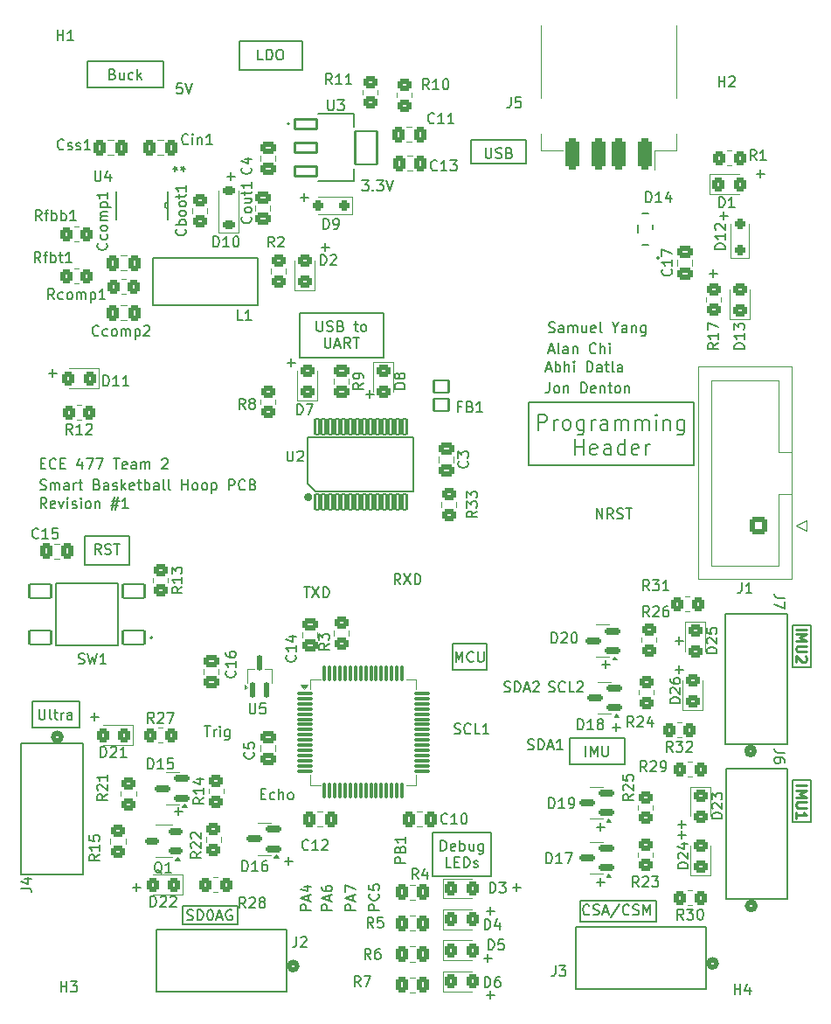
<source format=gto>
G04 #@! TF.GenerationSoftware,KiCad,Pcbnew,8.0.5*
G04 #@! TF.CreationDate,2024-10-22T19:53:53-04:00*
G04 #@! TF.ProjectId,PCB_Schematic,5043425f-5363-4686-956d-617469632e6b,rev?*
G04 #@! TF.SameCoordinates,Original*
G04 #@! TF.FileFunction,Legend,Top*
G04 #@! TF.FilePolarity,Positive*
%FSLAX46Y46*%
G04 Gerber Fmt 4.6, Leading zero omitted, Abs format (unit mm)*
G04 Created by KiCad (PCBNEW 8.0.5) date 2024-10-22 19:53:53*
%MOMM*%
%LPD*%
G01*
G04 APERTURE LIST*
G04 Aperture macros list*
%AMRoundRect*
0 Rectangle with rounded corners*
0 $1 Rounding radius*
0 $2 $3 $4 $5 $6 $7 $8 $9 X,Y pos of 4 corners*
0 Add a 4 corners polygon primitive as box body*
4,1,4,$2,$3,$4,$5,$6,$7,$8,$9,$2,$3,0*
0 Add four circle primitives for the rounded corners*
1,1,$1+$1,$2,$3*
1,1,$1+$1,$4,$5*
1,1,$1+$1,$6,$7*
1,1,$1+$1,$8,$9*
0 Add four rect primitives between the rounded corners*
20,1,$1+$1,$2,$3,$4,$5,0*
20,1,$1+$1,$4,$5,$6,$7,0*
20,1,$1+$1,$6,$7,$8,$9,0*
20,1,$1+$1,$8,$9,$2,$3,0*%
G04 Aperture macros list end*
%ADD10C,0.150000*%
%ADD11C,0.250000*%
%ADD12C,0.200000*%
%ADD13C,0.120000*%
%ADD14C,0.152400*%
%ADD15C,0.508000*%
%ADD16C,0.127000*%
%ADD17C,0.203200*%
%ADD18C,0.381000*%
%ADD19RoundRect,0.250000X0.450000X-0.350000X0.450000X0.350000X-0.450000X0.350000X-0.450000X-0.350000X0*%
%ADD20RoundRect,0.250000X0.475000X-0.337500X0.475000X0.337500X-0.475000X0.337500X-0.475000X-0.337500X0*%
%ADD21RoundRect,0.250000X0.350000X0.450000X-0.350000X0.450000X-0.350000X-0.450000X0.350000X-0.450000X0*%
%ADD22C,1.752600*%
%ADD23RoundRect,0.250000X0.337500X0.475000X-0.337500X0.475000X-0.337500X-0.475000X0.337500X-0.475000X0*%
%ADD24RoundRect,0.250000X-0.337500X-0.475000X0.337500X-0.475000X0.337500X0.475000X-0.337500X0.475000X0*%
%ADD25RoundRect,0.250000X-0.450000X0.350000X-0.450000X-0.350000X0.450000X-0.350000X0.450000X0.350000X0*%
%ADD26RoundRect,0.250000X0.250000X-0.250000X0.250000X0.250000X-0.250000X0.250000X-0.250000X-0.250000X0*%
%ADD27RoundRect,0.325000X0.325000X1.175000X-0.325000X1.175000X-0.325000X-1.175000X0.325000X-1.175000X0*%
%ADD28O,1.200000X2.900000*%
%ADD29RoundRect,0.250000X0.250000X0.250000X-0.250000X0.250000X-0.250000X-0.250000X0.250000X-0.250000X0*%
%ADD30RoundRect,0.150000X0.587500X0.150000X-0.587500X0.150000X-0.587500X-0.150000X0.587500X-0.150000X0*%
%ADD31RoundRect,0.250000X0.450000X-0.325000X0.450000X0.325000X-0.450000X0.325000X-0.450000X-0.325000X0*%
%ADD32RoundRect,0.225000X0.375000X-0.225000X0.375000X0.225000X-0.375000X0.225000X-0.375000X-0.225000X0*%
%ADD33R,1.168400X0.889000*%
%ADD34R,1.168400X0.482600*%
%ADD35RoundRect,0.250000X-0.475000X0.337500X-0.475000X-0.337500X0.475000X-0.337500X0.475000X0.337500X0*%
%ADD36RoundRect,0.250000X0.325000X0.450000X-0.325000X0.450000X-0.325000X-0.450000X0.325000X-0.450000X0*%
%ADD37R,4.165600X3.251200*%
%ADD38RoundRect,0.250000X-0.325000X-0.450000X0.325000X-0.450000X0.325000X0.450000X-0.325000X0.450000X0*%
%ADD39RoundRect,0.112500X-0.112500X-0.637500X0.112500X-0.637500X0.112500X0.637500X-0.112500X0.637500X0*%
%ADD40RoundRect,0.250000X0.600000X0.600000X-0.600000X0.600000X-0.600000X-0.600000X0.600000X-0.600000X0*%
%ADD41C,1.700000*%
%ADD42RoundRect,0.250000X-0.350000X-0.450000X0.350000X-0.450000X0.350000X0.450000X-0.350000X0.450000X0*%
%ADD43C,2.200000*%
%ADD44RoundRect,0.102000X-1.075000X-0.475000X1.075000X-0.475000X1.075000X0.475000X-1.075000X0.475000X0*%
%ADD45RoundRect,0.102000X-1.075000X-1.625000X1.075000X-1.625000X1.075000X1.625000X-1.075000X1.625000X0*%
%ADD46RoundRect,0.250000X-0.450000X0.325000X-0.450000X-0.325000X0.450000X-0.325000X0.450000X0.325000X0*%
%ADD47RoundRect,0.102000X1.050000X0.700000X-1.050000X0.700000X-1.050000X-0.700000X1.050000X-0.700000X0*%
%ADD48RoundRect,0.075000X-0.700000X-0.075000X0.700000X-0.075000X0.700000X0.075000X-0.700000X0.075000X0*%
%ADD49RoundRect,0.075000X-0.075000X-0.700000X0.075000X-0.700000X0.075000X0.700000X-0.075000X0.700000X0*%
%ADD50RoundRect,0.150000X0.512500X0.150000X-0.512500X0.150000X-0.512500X-0.150000X0.512500X-0.150000X0*%
%ADD51RoundRect,0.102000X-0.200000X-0.750000X0.200000X-0.750000X0.200000X0.750000X-0.200000X0.750000X0*%
%ADD52R,0.558800X1.981200*%
%ADD53RoundRect,0.102000X-0.735000X0.570000X-0.735000X-0.570000X0.735000X-0.570000X0.735000X0.570000X0*%
%ADD54C,0.600000*%
%ADD55C,0.800000*%
%ADD56C,5.000000*%
%ADD57C,1.000000*%
G04 APERTURE END LIST*
D10*
X165100000Y-109982000D02*
X166878000Y-109982000D01*
X165100000Y-109982000D01*
X165100000Y-90932000D02*
X165100000Y-94996000D01*
X165100000Y-90932000D01*
X144526000Y-117856000D02*
X144526000Y-119634000D01*
X144526000Y-117856000D01*
X166878000Y-105918000D02*
X166878000Y-108712000D01*
X166878000Y-105918000D01*
X144526000Y-119634000D02*
X144780000Y-119634000D01*
X144526000Y-119634000D01*
X106045000Y-118110000D02*
X106045000Y-118364000D01*
X106045000Y-118110000D01*
X144526000Y-117602000D02*
X144526000Y-117856000D01*
X144526000Y-117602000D01*
X151892000Y-117856000D02*
X151892000Y-119634000D01*
X151892000Y-117856000D01*
X165100000Y-105918000D02*
X166878000Y-105918000D01*
X165100000Y-105918000D01*
X144526000Y-117602000D02*
X151892000Y-117602000D01*
X144526000Y-117602000D01*
X106045000Y-119888000D02*
X111379000Y-119888000D01*
X106045000Y-119888000D01*
X165100000Y-94996000D02*
X166878000Y-94996000D01*
X165100000Y-94996000D01*
X111379000Y-118110000D02*
X111379000Y-118364000D01*
X111379000Y-118110000D01*
X166878000Y-90932000D02*
X166878000Y-94996000D01*
X166878000Y-90932000D01*
X106045000Y-118364000D02*
X106045000Y-119888000D01*
X106045000Y-118364000D01*
X165100000Y-90932000D02*
X166878000Y-90932000D01*
X165100000Y-90932000D01*
X106045000Y-118110000D02*
X111379000Y-118110000D01*
X106045000Y-118110000D01*
X166878000Y-108712000D02*
X166878000Y-109982000D01*
X166878000Y-108712000D01*
X111379000Y-118364000D02*
X111379000Y-119888000D01*
X111379000Y-118364000D01*
X144780000Y-119634000D02*
X151892000Y-119634000D01*
X144780000Y-119634000D01*
X165100000Y-105918000D02*
X165100000Y-109982000D01*
X165100000Y-105918000D01*
X151892000Y-117602000D02*
X151892000Y-117856000D01*
X151892000Y-117602000D01*
X146132779Y-110486866D02*
X146894684Y-110486866D01*
X146513731Y-110867819D02*
X146513731Y-110105914D01*
X141513160Y-64354104D02*
X141989350Y-64354104D01*
X141417922Y-64639819D02*
X141751255Y-63639819D01*
X141751255Y-63639819D02*
X142084588Y-64639819D01*
X142560779Y-64639819D02*
X142465541Y-64592200D01*
X142465541Y-64592200D02*
X142417922Y-64496961D01*
X142417922Y-64496961D02*
X142417922Y-63639819D01*
X143370303Y-64639819D02*
X143370303Y-64116009D01*
X143370303Y-64116009D02*
X143322684Y-64020771D01*
X143322684Y-64020771D02*
X143227446Y-63973152D01*
X143227446Y-63973152D02*
X143036970Y-63973152D01*
X143036970Y-63973152D02*
X142941732Y-64020771D01*
X143370303Y-64592200D02*
X143275065Y-64639819D01*
X143275065Y-64639819D02*
X143036970Y-64639819D01*
X143036970Y-64639819D02*
X142941732Y-64592200D01*
X142941732Y-64592200D02*
X142894113Y-64496961D01*
X142894113Y-64496961D02*
X142894113Y-64401723D01*
X142894113Y-64401723D02*
X142941732Y-64306485D01*
X142941732Y-64306485D02*
X143036970Y-64258866D01*
X143036970Y-64258866D02*
X143275065Y-64258866D01*
X143275065Y-64258866D02*
X143370303Y-64211247D01*
X143846494Y-63973152D02*
X143846494Y-64639819D01*
X143846494Y-64068390D02*
X143894113Y-64020771D01*
X143894113Y-64020771D02*
X143989351Y-63973152D01*
X143989351Y-63973152D02*
X144132208Y-63973152D01*
X144132208Y-63973152D02*
X144227446Y-64020771D01*
X144227446Y-64020771D02*
X144275065Y-64116009D01*
X144275065Y-64116009D02*
X144275065Y-64639819D01*
X146084589Y-64544580D02*
X146036970Y-64592200D01*
X146036970Y-64592200D02*
X145894113Y-64639819D01*
X145894113Y-64639819D02*
X145798875Y-64639819D01*
X145798875Y-64639819D02*
X145656018Y-64592200D01*
X145656018Y-64592200D02*
X145560780Y-64496961D01*
X145560780Y-64496961D02*
X145513161Y-64401723D01*
X145513161Y-64401723D02*
X145465542Y-64211247D01*
X145465542Y-64211247D02*
X145465542Y-64068390D01*
X145465542Y-64068390D02*
X145513161Y-63877914D01*
X145513161Y-63877914D02*
X145560780Y-63782676D01*
X145560780Y-63782676D02*
X145656018Y-63687438D01*
X145656018Y-63687438D02*
X145798875Y-63639819D01*
X145798875Y-63639819D02*
X145894113Y-63639819D01*
X145894113Y-63639819D02*
X146036970Y-63687438D01*
X146036970Y-63687438D02*
X146084589Y-63735057D01*
X146513161Y-64639819D02*
X146513161Y-63639819D01*
X146941732Y-64639819D02*
X146941732Y-64116009D01*
X146941732Y-64116009D02*
X146894113Y-64020771D01*
X146894113Y-64020771D02*
X146798875Y-63973152D01*
X146798875Y-63973152D02*
X146656018Y-63973152D01*
X146656018Y-63973152D02*
X146560780Y-64020771D01*
X146560780Y-64020771D02*
X146513161Y-64068390D01*
X147417923Y-64639819D02*
X147417923Y-63973152D01*
X147417923Y-63639819D02*
X147370304Y-63687438D01*
X147370304Y-63687438D02*
X147417923Y-63735057D01*
X147417923Y-63735057D02*
X147465542Y-63687438D01*
X147465542Y-63687438D02*
X147417923Y-63639819D01*
X147417923Y-63639819D02*
X147417923Y-63735057D01*
X145434207Y-118900580D02*
X145386588Y-118948200D01*
X145386588Y-118948200D02*
X145243731Y-118995819D01*
X145243731Y-118995819D02*
X145148493Y-118995819D01*
X145148493Y-118995819D02*
X145005636Y-118948200D01*
X145005636Y-118948200D02*
X144910398Y-118852961D01*
X144910398Y-118852961D02*
X144862779Y-118757723D01*
X144862779Y-118757723D02*
X144815160Y-118567247D01*
X144815160Y-118567247D02*
X144815160Y-118424390D01*
X144815160Y-118424390D02*
X144862779Y-118233914D01*
X144862779Y-118233914D02*
X144910398Y-118138676D01*
X144910398Y-118138676D02*
X145005636Y-118043438D01*
X145005636Y-118043438D02*
X145148493Y-117995819D01*
X145148493Y-117995819D02*
X145243731Y-117995819D01*
X145243731Y-117995819D02*
X145386588Y-118043438D01*
X145386588Y-118043438D02*
X145434207Y-118091057D01*
X145815160Y-118948200D02*
X145958017Y-118995819D01*
X145958017Y-118995819D02*
X146196112Y-118995819D01*
X146196112Y-118995819D02*
X146291350Y-118948200D01*
X146291350Y-118948200D02*
X146338969Y-118900580D01*
X146338969Y-118900580D02*
X146386588Y-118805342D01*
X146386588Y-118805342D02*
X146386588Y-118710104D01*
X146386588Y-118710104D02*
X146338969Y-118614866D01*
X146338969Y-118614866D02*
X146291350Y-118567247D01*
X146291350Y-118567247D02*
X146196112Y-118519628D01*
X146196112Y-118519628D02*
X146005636Y-118472009D01*
X146005636Y-118472009D02*
X145910398Y-118424390D01*
X145910398Y-118424390D02*
X145862779Y-118376771D01*
X145862779Y-118376771D02*
X145815160Y-118281533D01*
X145815160Y-118281533D02*
X145815160Y-118186295D01*
X145815160Y-118186295D02*
X145862779Y-118091057D01*
X145862779Y-118091057D02*
X145910398Y-118043438D01*
X145910398Y-118043438D02*
X146005636Y-117995819D01*
X146005636Y-117995819D02*
X146243731Y-117995819D01*
X146243731Y-117995819D02*
X146386588Y-118043438D01*
X146767541Y-118710104D02*
X147243731Y-118710104D01*
X146672303Y-118995819D02*
X147005636Y-117995819D01*
X147005636Y-117995819D02*
X147338969Y-118995819D01*
X148386588Y-117948200D02*
X147529446Y-119233914D01*
X149291350Y-118900580D02*
X149243731Y-118948200D01*
X149243731Y-118948200D02*
X149100874Y-118995819D01*
X149100874Y-118995819D02*
X149005636Y-118995819D01*
X149005636Y-118995819D02*
X148862779Y-118948200D01*
X148862779Y-118948200D02*
X148767541Y-118852961D01*
X148767541Y-118852961D02*
X148719922Y-118757723D01*
X148719922Y-118757723D02*
X148672303Y-118567247D01*
X148672303Y-118567247D02*
X148672303Y-118424390D01*
X148672303Y-118424390D02*
X148719922Y-118233914D01*
X148719922Y-118233914D02*
X148767541Y-118138676D01*
X148767541Y-118138676D02*
X148862779Y-118043438D01*
X148862779Y-118043438D02*
X149005636Y-117995819D01*
X149005636Y-117995819D02*
X149100874Y-117995819D01*
X149100874Y-117995819D02*
X149243731Y-118043438D01*
X149243731Y-118043438D02*
X149291350Y-118091057D01*
X149672303Y-118948200D02*
X149815160Y-118995819D01*
X149815160Y-118995819D02*
X150053255Y-118995819D01*
X150053255Y-118995819D02*
X150148493Y-118948200D01*
X150148493Y-118948200D02*
X150196112Y-118900580D01*
X150196112Y-118900580D02*
X150243731Y-118805342D01*
X150243731Y-118805342D02*
X150243731Y-118710104D01*
X150243731Y-118710104D02*
X150196112Y-118614866D01*
X150196112Y-118614866D02*
X150148493Y-118567247D01*
X150148493Y-118567247D02*
X150053255Y-118519628D01*
X150053255Y-118519628D02*
X149862779Y-118472009D01*
X149862779Y-118472009D02*
X149767541Y-118424390D01*
X149767541Y-118424390D02*
X149719922Y-118376771D01*
X149719922Y-118376771D02*
X149672303Y-118281533D01*
X149672303Y-118281533D02*
X149672303Y-118186295D01*
X149672303Y-118186295D02*
X149719922Y-118091057D01*
X149719922Y-118091057D02*
X149767541Y-118043438D01*
X149767541Y-118043438D02*
X149862779Y-117995819D01*
X149862779Y-117995819D02*
X150100874Y-117995819D01*
X150100874Y-117995819D02*
X150243731Y-118043438D01*
X150672303Y-118995819D02*
X150672303Y-117995819D01*
X150672303Y-117995819D02*
X151005636Y-118710104D01*
X151005636Y-118710104D02*
X151338969Y-117995819D01*
X151338969Y-117995819D02*
X151338969Y-118995819D01*
X154006779Y-110232866D02*
X154768684Y-110232866D01*
X154387731Y-110613819D02*
X154387731Y-109851914D01*
X127631819Y-113963220D02*
X126631819Y-113963220D01*
X126631819Y-113963220D02*
X126631819Y-113582268D01*
X126631819Y-113582268D02*
X126679438Y-113487030D01*
X126679438Y-113487030D02*
X126727057Y-113439411D01*
X126727057Y-113439411D02*
X126822295Y-113391792D01*
X126822295Y-113391792D02*
X126965152Y-113391792D01*
X126965152Y-113391792D02*
X127060390Y-113439411D01*
X127060390Y-113439411D02*
X127108009Y-113487030D01*
X127108009Y-113487030D02*
X127155628Y-113582268D01*
X127155628Y-113582268D02*
X127155628Y-113963220D01*
X127108009Y-112629887D02*
X127155628Y-112487030D01*
X127155628Y-112487030D02*
X127203247Y-112439411D01*
X127203247Y-112439411D02*
X127298485Y-112391792D01*
X127298485Y-112391792D02*
X127441342Y-112391792D01*
X127441342Y-112391792D02*
X127536580Y-112439411D01*
X127536580Y-112439411D02*
X127584200Y-112487030D01*
X127584200Y-112487030D02*
X127631819Y-112582268D01*
X127631819Y-112582268D02*
X127631819Y-112963220D01*
X127631819Y-112963220D02*
X126631819Y-112963220D01*
X126631819Y-112963220D02*
X126631819Y-112629887D01*
X126631819Y-112629887D02*
X126679438Y-112534649D01*
X126679438Y-112534649D02*
X126727057Y-112487030D01*
X126727057Y-112487030D02*
X126822295Y-112439411D01*
X126822295Y-112439411D02*
X126917533Y-112439411D01*
X126917533Y-112439411D02*
X127012771Y-112487030D01*
X127012771Y-112487030D02*
X127060390Y-112534649D01*
X127060390Y-112534649D02*
X127108009Y-112629887D01*
X127108009Y-112629887D02*
X127108009Y-112963220D01*
X127631819Y-111439411D02*
X127631819Y-112010839D01*
X127631819Y-111725125D02*
X126631819Y-111725125D01*
X126631819Y-111725125D02*
X126774676Y-111820363D01*
X126774676Y-111820363D02*
X126869914Y-111915601D01*
X126869914Y-111915601D02*
X126917533Y-112010839D01*
X116160779Y-65528866D02*
X116922684Y-65528866D01*
X116541731Y-65909819D02*
X116541731Y-65147914D01*
X113620779Y-107296009D02*
X113954112Y-107296009D01*
X114096969Y-107819819D02*
X113620779Y-107819819D01*
X113620779Y-107819819D02*
X113620779Y-106819819D01*
X113620779Y-106819819D02*
X114096969Y-106819819D01*
X114954112Y-107772200D02*
X114858874Y-107819819D01*
X114858874Y-107819819D02*
X114668398Y-107819819D01*
X114668398Y-107819819D02*
X114573160Y-107772200D01*
X114573160Y-107772200D02*
X114525541Y-107724580D01*
X114525541Y-107724580D02*
X114477922Y-107629342D01*
X114477922Y-107629342D02*
X114477922Y-107343628D01*
X114477922Y-107343628D02*
X114525541Y-107248390D01*
X114525541Y-107248390D02*
X114573160Y-107200771D01*
X114573160Y-107200771D02*
X114668398Y-107153152D01*
X114668398Y-107153152D02*
X114858874Y-107153152D01*
X114858874Y-107153152D02*
X114954112Y-107200771D01*
X115382684Y-107819819D02*
X115382684Y-106819819D01*
X115811255Y-107819819D02*
X115811255Y-107296009D01*
X115811255Y-107296009D02*
X115763636Y-107200771D01*
X115763636Y-107200771D02*
X115668398Y-107153152D01*
X115668398Y-107153152D02*
X115525541Y-107153152D01*
X115525541Y-107153152D02*
X115430303Y-107200771D01*
X115430303Y-107200771D02*
X115382684Y-107248390D01*
X116430303Y-107819819D02*
X116335065Y-107772200D01*
X116335065Y-107772200D02*
X116287446Y-107724580D01*
X116287446Y-107724580D02*
X116239827Y-107629342D01*
X116239827Y-107629342D02*
X116239827Y-107343628D01*
X116239827Y-107343628D02*
X116287446Y-107248390D01*
X116287446Y-107248390D02*
X116335065Y-107200771D01*
X116335065Y-107200771D02*
X116430303Y-107153152D01*
X116430303Y-107153152D02*
X116573160Y-107153152D01*
X116573160Y-107153152D02*
X116668398Y-107200771D01*
X116668398Y-107200771D02*
X116716017Y-107248390D01*
X116716017Y-107248390D02*
X116763636Y-107343628D01*
X116763636Y-107343628D02*
X116763636Y-107629342D01*
X116763636Y-107629342D02*
X116716017Y-107724580D01*
X116716017Y-107724580D02*
X116668398Y-107772200D01*
X116668398Y-107772200D02*
X116573160Y-107819819D01*
X116573160Y-107819819D02*
X116430303Y-107819819D01*
X106461160Y-119456200D02*
X106604017Y-119503819D01*
X106604017Y-119503819D02*
X106842112Y-119503819D01*
X106842112Y-119503819D02*
X106937350Y-119456200D01*
X106937350Y-119456200D02*
X106984969Y-119408580D01*
X106984969Y-119408580D02*
X107032588Y-119313342D01*
X107032588Y-119313342D02*
X107032588Y-119218104D01*
X107032588Y-119218104D02*
X106984969Y-119122866D01*
X106984969Y-119122866D02*
X106937350Y-119075247D01*
X106937350Y-119075247D02*
X106842112Y-119027628D01*
X106842112Y-119027628D02*
X106651636Y-118980009D01*
X106651636Y-118980009D02*
X106556398Y-118932390D01*
X106556398Y-118932390D02*
X106508779Y-118884771D01*
X106508779Y-118884771D02*
X106461160Y-118789533D01*
X106461160Y-118789533D02*
X106461160Y-118694295D01*
X106461160Y-118694295D02*
X106508779Y-118599057D01*
X106508779Y-118599057D02*
X106556398Y-118551438D01*
X106556398Y-118551438D02*
X106651636Y-118503819D01*
X106651636Y-118503819D02*
X106889731Y-118503819D01*
X106889731Y-118503819D02*
X107032588Y-118551438D01*
X107461160Y-119503819D02*
X107461160Y-118503819D01*
X107461160Y-118503819D02*
X107699255Y-118503819D01*
X107699255Y-118503819D02*
X107842112Y-118551438D01*
X107842112Y-118551438D02*
X107937350Y-118646676D01*
X107937350Y-118646676D02*
X107984969Y-118741914D01*
X107984969Y-118741914D02*
X108032588Y-118932390D01*
X108032588Y-118932390D02*
X108032588Y-119075247D01*
X108032588Y-119075247D02*
X107984969Y-119265723D01*
X107984969Y-119265723D02*
X107937350Y-119360961D01*
X107937350Y-119360961D02*
X107842112Y-119456200D01*
X107842112Y-119456200D02*
X107699255Y-119503819D01*
X107699255Y-119503819D02*
X107461160Y-119503819D01*
X108651636Y-118503819D02*
X108746874Y-118503819D01*
X108746874Y-118503819D02*
X108842112Y-118551438D01*
X108842112Y-118551438D02*
X108889731Y-118599057D01*
X108889731Y-118599057D02*
X108937350Y-118694295D01*
X108937350Y-118694295D02*
X108984969Y-118884771D01*
X108984969Y-118884771D02*
X108984969Y-119122866D01*
X108984969Y-119122866D02*
X108937350Y-119313342D01*
X108937350Y-119313342D02*
X108889731Y-119408580D01*
X108889731Y-119408580D02*
X108842112Y-119456200D01*
X108842112Y-119456200D02*
X108746874Y-119503819D01*
X108746874Y-119503819D02*
X108651636Y-119503819D01*
X108651636Y-119503819D02*
X108556398Y-119456200D01*
X108556398Y-119456200D02*
X108508779Y-119408580D01*
X108508779Y-119408580D02*
X108461160Y-119313342D01*
X108461160Y-119313342D02*
X108413541Y-119122866D01*
X108413541Y-119122866D02*
X108413541Y-118884771D01*
X108413541Y-118884771D02*
X108461160Y-118694295D01*
X108461160Y-118694295D02*
X108508779Y-118599057D01*
X108508779Y-118599057D02*
X108556398Y-118551438D01*
X108556398Y-118551438D02*
X108651636Y-118503819D01*
X109365922Y-119218104D02*
X109842112Y-119218104D01*
X109270684Y-119503819D02*
X109604017Y-118503819D01*
X109604017Y-118503819D02*
X109937350Y-119503819D01*
X110794493Y-118551438D02*
X110699255Y-118503819D01*
X110699255Y-118503819D02*
X110556398Y-118503819D01*
X110556398Y-118503819D02*
X110413541Y-118551438D01*
X110413541Y-118551438D02*
X110318303Y-118646676D01*
X110318303Y-118646676D02*
X110270684Y-118741914D01*
X110270684Y-118741914D02*
X110223065Y-118932390D01*
X110223065Y-118932390D02*
X110223065Y-119075247D01*
X110223065Y-119075247D02*
X110270684Y-119265723D01*
X110270684Y-119265723D02*
X110318303Y-119360961D01*
X110318303Y-119360961D02*
X110413541Y-119456200D01*
X110413541Y-119456200D02*
X110556398Y-119503819D01*
X110556398Y-119503819D02*
X110651636Y-119503819D01*
X110651636Y-119503819D02*
X110794493Y-119456200D01*
X110794493Y-119456200D02*
X110842112Y-119408580D01*
X110842112Y-119408580D02*
X110842112Y-119075247D01*
X110842112Y-119075247D02*
X110651636Y-119075247D01*
X141513160Y-62560200D02*
X141656017Y-62607819D01*
X141656017Y-62607819D02*
X141894112Y-62607819D01*
X141894112Y-62607819D02*
X141989350Y-62560200D01*
X141989350Y-62560200D02*
X142036969Y-62512580D01*
X142036969Y-62512580D02*
X142084588Y-62417342D01*
X142084588Y-62417342D02*
X142084588Y-62322104D01*
X142084588Y-62322104D02*
X142036969Y-62226866D01*
X142036969Y-62226866D02*
X141989350Y-62179247D01*
X141989350Y-62179247D02*
X141894112Y-62131628D01*
X141894112Y-62131628D02*
X141703636Y-62084009D01*
X141703636Y-62084009D02*
X141608398Y-62036390D01*
X141608398Y-62036390D02*
X141560779Y-61988771D01*
X141560779Y-61988771D02*
X141513160Y-61893533D01*
X141513160Y-61893533D02*
X141513160Y-61798295D01*
X141513160Y-61798295D02*
X141560779Y-61703057D01*
X141560779Y-61703057D02*
X141608398Y-61655438D01*
X141608398Y-61655438D02*
X141703636Y-61607819D01*
X141703636Y-61607819D02*
X141941731Y-61607819D01*
X141941731Y-61607819D02*
X142084588Y-61655438D01*
X142941731Y-62607819D02*
X142941731Y-62084009D01*
X142941731Y-62084009D02*
X142894112Y-61988771D01*
X142894112Y-61988771D02*
X142798874Y-61941152D01*
X142798874Y-61941152D02*
X142608398Y-61941152D01*
X142608398Y-61941152D02*
X142513160Y-61988771D01*
X142941731Y-62560200D02*
X142846493Y-62607819D01*
X142846493Y-62607819D02*
X142608398Y-62607819D01*
X142608398Y-62607819D02*
X142513160Y-62560200D01*
X142513160Y-62560200D02*
X142465541Y-62464961D01*
X142465541Y-62464961D02*
X142465541Y-62369723D01*
X142465541Y-62369723D02*
X142513160Y-62274485D01*
X142513160Y-62274485D02*
X142608398Y-62226866D01*
X142608398Y-62226866D02*
X142846493Y-62226866D01*
X142846493Y-62226866D02*
X142941731Y-62179247D01*
X143417922Y-62607819D02*
X143417922Y-61941152D01*
X143417922Y-62036390D02*
X143465541Y-61988771D01*
X143465541Y-61988771D02*
X143560779Y-61941152D01*
X143560779Y-61941152D02*
X143703636Y-61941152D01*
X143703636Y-61941152D02*
X143798874Y-61988771D01*
X143798874Y-61988771D02*
X143846493Y-62084009D01*
X143846493Y-62084009D02*
X143846493Y-62607819D01*
X143846493Y-62084009D02*
X143894112Y-61988771D01*
X143894112Y-61988771D02*
X143989350Y-61941152D01*
X143989350Y-61941152D02*
X144132207Y-61941152D01*
X144132207Y-61941152D02*
X144227446Y-61988771D01*
X144227446Y-61988771D02*
X144275065Y-62084009D01*
X144275065Y-62084009D02*
X144275065Y-62607819D01*
X145179826Y-61941152D02*
X145179826Y-62607819D01*
X144751255Y-61941152D02*
X144751255Y-62464961D01*
X144751255Y-62464961D02*
X144798874Y-62560200D01*
X144798874Y-62560200D02*
X144894112Y-62607819D01*
X144894112Y-62607819D02*
X145036969Y-62607819D01*
X145036969Y-62607819D02*
X145132207Y-62560200D01*
X145132207Y-62560200D02*
X145179826Y-62512580D01*
X146036969Y-62560200D02*
X145941731Y-62607819D01*
X145941731Y-62607819D02*
X145751255Y-62607819D01*
X145751255Y-62607819D02*
X145656017Y-62560200D01*
X145656017Y-62560200D02*
X145608398Y-62464961D01*
X145608398Y-62464961D02*
X145608398Y-62084009D01*
X145608398Y-62084009D02*
X145656017Y-61988771D01*
X145656017Y-61988771D02*
X145751255Y-61941152D01*
X145751255Y-61941152D02*
X145941731Y-61941152D01*
X145941731Y-61941152D02*
X146036969Y-61988771D01*
X146036969Y-61988771D02*
X146084588Y-62084009D01*
X146084588Y-62084009D02*
X146084588Y-62179247D01*
X146084588Y-62179247D02*
X145608398Y-62274485D01*
X146656017Y-62607819D02*
X146560779Y-62560200D01*
X146560779Y-62560200D02*
X146513160Y-62464961D01*
X146513160Y-62464961D02*
X146513160Y-61607819D01*
X147989351Y-62131628D02*
X147989351Y-62607819D01*
X147656018Y-61607819D02*
X147989351Y-62131628D01*
X147989351Y-62131628D02*
X148322684Y-61607819D01*
X149084589Y-62607819D02*
X149084589Y-62084009D01*
X149084589Y-62084009D02*
X149036970Y-61988771D01*
X149036970Y-61988771D02*
X148941732Y-61941152D01*
X148941732Y-61941152D02*
X148751256Y-61941152D01*
X148751256Y-61941152D02*
X148656018Y-61988771D01*
X149084589Y-62560200D02*
X148989351Y-62607819D01*
X148989351Y-62607819D02*
X148751256Y-62607819D01*
X148751256Y-62607819D02*
X148656018Y-62560200D01*
X148656018Y-62560200D02*
X148608399Y-62464961D01*
X148608399Y-62464961D02*
X148608399Y-62369723D01*
X148608399Y-62369723D02*
X148656018Y-62274485D01*
X148656018Y-62274485D02*
X148751256Y-62226866D01*
X148751256Y-62226866D02*
X148989351Y-62226866D01*
X148989351Y-62226866D02*
X149084589Y-62179247D01*
X149560780Y-61941152D02*
X149560780Y-62607819D01*
X149560780Y-62036390D02*
X149608399Y-61988771D01*
X149608399Y-61988771D02*
X149703637Y-61941152D01*
X149703637Y-61941152D02*
X149846494Y-61941152D01*
X149846494Y-61941152D02*
X149941732Y-61988771D01*
X149941732Y-61988771D02*
X149989351Y-62084009D01*
X149989351Y-62084009D02*
X149989351Y-62607819D01*
X150894113Y-61941152D02*
X150894113Y-62750676D01*
X150894113Y-62750676D02*
X150846494Y-62845914D01*
X150846494Y-62845914D02*
X150798875Y-62893533D01*
X150798875Y-62893533D02*
X150703637Y-62941152D01*
X150703637Y-62941152D02*
X150560780Y-62941152D01*
X150560780Y-62941152D02*
X150465542Y-62893533D01*
X150894113Y-62560200D02*
X150798875Y-62607819D01*
X150798875Y-62607819D02*
X150608399Y-62607819D01*
X150608399Y-62607819D02*
X150513161Y-62560200D01*
X150513161Y-62560200D02*
X150465542Y-62512580D01*
X150465542Y-62512580D02*
X150417923Y-62417342D01*
X150417923Y-62417342D02*
X150417923Y-62131628D01*
X150417923Y-62131628D02*
X150465542Y-62036390D01*
X150465542Y-62036390D02*
X150513161Y-61988771D01*
X150513161Y-61988771D02*
X150608399Y-61941152D01*
X150608399Y-61941152D02*
X150798875Y-61941152D01*
X150798875Y-61941152D02*
X150894113Y-61988771D01*
X101174779Y-116328866D02*
X101936684Y-116328866D01*
X101555731Y-116709819D02*
X101555731Y-115947914D01*
X119462779Y-54352866D02*
X120224684Y-54352866D01*
X119843731Y-54733819D02*
X119843731Y-53971914D01*
X108143922Y-100723819D02*
X108715350Y-100723819D01*
X108429636Y-101723819D02*
X108429636Y-100723819D01*
X109048684Y-101723819D02*
X109048684Y-101057152D01*
X109048684Y-101247628D02*
X109096303Y-101152390D01*
X109096303Y-101152390D02*
X109143922Y-101104771D01*
X109143922Y-101104771D02*
X109239160Y-101057152D01*
X109239160Y-101057152D02*
X109334398Y-101057152D01*
X109667732Y-101723819D02*
X109667732Y-101057152D01*
X109667732Y-100723819D02*
X109620113Y-100771438D01*
X109620113Y-100771438D02*
X109667732Y-100819057D01*
X109667732Y-100819057D02*
X109715351Y-100771438D01*
X109715351Y-100771438D02*
X109667732Y-100723819D01*
X109667732Y-100723819D02*
X109667732Y-100819057D01*
X110572493Y-101057152D02*
X110572493Y-101866676D01*
X110572493Y-101866676D02*
X110524874Y-101961914D01*
X110524874Y-101961914D02*
X110477255Y-102009533D01*
X110477255Y-102009533D02*
X110382017Y-102057152D01*
X110382017Y-102057152D02*
X110239160Y-102057152D01*
X110239160Y-102057152D02*
X110143922Y-102009533D01*
X110572493Y-101676200D02*
X110477255Y-101723819D01*
X110477255Y-101723819D02*
X110286779Y-101723819D01*
X110286779Y-101723819D02*
X110191541Y-101676200D01*
X110191541Y-101676200D02*
X110143922Y-101628580D01*
X110143922Y-101628580D02*
X110096303Y-101533342D01*
X110096303Y-101533342D02*
X110096303Y-101247628D01*
X110096303Y-101247628D02*
X110143922Y-101152390D01*
X110143922Y-101152390D02*
X110191541Y-101104771D01*
X110191541Y-101104771D02*
X110286779Y-101057152D01*
X110286779Y-101057152D02*
X110477255Y-101057152D01*
X110477255Y-101057152D02*
X110572493Y-101104771D01*
D11*
X165489380Y-106447568D02*
X166489380Y-106447568D01*
X165489380Y-106923758D02*
X166489380Y-106923758D01*
X166489380Y-106923758D02*
X165775095Y-107257091D01*
X165775095Y-107257091D02*
X166489380Y-107590424D01*
X166489380Y-107590424D02*
X165489380Y-107590424D01*
X166489380Y-108066615D02*
X165679857Y-108066615D01*
X165679857Y-108066615D02*
X165584619Y-108114234D01*
X165584619Y-108114234D02*
X165537000Y-108161853D01*
X165537000Y-108161853D02*
X165489380Y-108257091D01*
X165489380Y-108257091D02*
X165489380Y-108447567D01*
X165489380Y-108447567D02*
X165537000Y-108542805D01*
X165537000Y-108542805D02*
X165584619Y-108590424D01*
X165584619Y-108590424D02*
X165679857Y-108638043D01*
X165679857Y-108638043D02*
X166489380Y-108638043D01*
X165489380Y-109638043D02*
X165489380Y-109066615D01*
X165489380Y-109352329D02*
X166489380Y-109352329D01*
X166489380Y-109352329D02*
X166346523Y-109257091D01*
X166346523Y-109257091D02*
X166251285Y-109161853D01*
X166251285Y-109161853D02*
X166203666Y-109066615D01*
D10*
X141592493Y-67449819D02*
X141592493Y-68164104D01*
X141592493Y-68164104D02*
X141544874Y-68306961D01*
X141544874Y-68306961D02*
X141449636Y-68402200D01*
X141449636Y-68402200D02*
X141306779Y-68449819D01*
X141306779Y-68449819D02*
X141211541Y-68449819D01*
X142211541Y-68449819D02*
X142116303Y-68402200D01*
X142116303Y-68402200D02*
X142068684Y-68354580D01*
X142068684Y-68354580D02*
X142021065Y-68259342D01*
X142021065Y-68259342D02*
X142021065Y-67973628D01*
X142021065Y-67973628D02*
X142068684Y-67878390D01*
X142068684Y-67878390D02*
X142116303Y-67830771D01*
X142116303Y-67830771D02*
X142211541Y-67783152D01*
X142211541Y-67783152D02*
X142354398Y-67783152D01*
X142354398Y-67783152D02*
X142449636Y-67830771D01*
X142449636Y-67830771D02*
X142497255Y-67878390D01*
X142497255Y-67878390D02*
X142544874Y-67973628D01*
X142544874Y-67973628D02*
X142544874Y-68259342D01*
X142544874Y-68259342D02*
X142497255Y-68354580D01*
X142497255Y-68354580D02*
X142449636Y-68402200D01*
X142449636Y-68402200D02*
X142354398Y-68449819D01*
X142354398Y-68449819D02*
X142211541Y-68449819D01*
X142973446Y-67783152D02*
X142973446Y-68449819D01*
X142973446Y-67878390D02*
X143021065Y-67830771D01*
X143021065Y-67830771D02*
X143116303Y-67783152D01*
X143116303Y-67783152D02*
X143259160Y-67783152D01*
X143259160Y-67783152D02*
X143354398Y-67830771D01*
X143354398Y-67830771D02*
X143402017Y-67926009D01*
X143402017Y-67926009D02*
X143402017Y-68449819D01*
X144640113Y-68449819D02*
X144640113Y-67449819D01*
X144640113Y-67449819D02*
X144878208Y-67449819D01*
X144878208Y-67449819D02*
X145021065Y-67497438D01*
X145021065Y-67497438D02*
X145116303Y-67592676D01*
X145116303Y-67592676D02*
X145163922Y-67687914D01*
X145163922Y-67687914D02*
X145211541Y-67878390D01*
X145211541Y-67878390D02*
X145211541Y-68021247D01*
X145211541Y-68021247D02*
X145163922Y-68211723D01*
X145163922Y-68211723D02*
X145116303Y-68306961D01*
X145116303Y-68306961D02*
X145021065Y-68402200D01*
X145021065Y-68402200D02*
X144878208Y-68449819D01*
X144878208Y-68449819D02*
X144640113Y-68449819D01*
X146021065Y-68402200D02*
X145925827Y-68449819D01*
X145925827Y-68449819D02*
X145735351Y-68449819D01*
X145735351Y-68449819D02*
X145640113Y-68402200D01*
X145640113Y-68402200D02*
X145592494Y-68306961D01*
X145592494Y-68306961D02*
X145592494Y-67926009D01*
X145592494Y-67926009D02*
X145640113Y-67830771D01*
X145640113Y-67830771D02*
X145735351Y-67783152D01*
X145735351Y-67783152D02*
X145925827Y-67783152D01*
X145925827Y-67783152D02*
X146021065Y-67830771D01*
X146021065Y-67830771D02*
X146068684Y-67926009D01*
X146068684Y-67926009D02*
X146068684Y-68021247D01*
X146068684Y-68021247D02*
X145592494Y-68116485D01*
X146497256Y-67783152D02*
X146497256Y-68449819D01*
X146497256Y-67878390D02*
X146544875Y-67830771D01*
X146544875Y-67830771D02*
X146640113Y-67783152D01*
X146640113Y-67783152D02*
X146782970Y-67783152D01*
X146782970Y-67783152D02*
X146878208Y-67830771D01*
X146878208Y-67830771D02*
X146925827Y-67926009D01*
X146925827Y-67926009D02*
X146925827Y-68449819D01*
X147259161Y-67783152D02*
X147640113Y-67783152D01*
X147402018Y-67449819D02*
X147402018Y-68306961D01*
X147402018Y-68306961D02*
X147449637Y-68402200D01*
X147449637Y-68402200D02*
X147544875Y-68449819D01*
X147544875Y-68449819D02*
X147640113Y-68449819D01*
X148116304Y-68449819D02*
X148021066Y-68402200D01*
X148021066Y-68402200D02*
X147973447Y-68354580D01*
X147973447Y-68354580D02*
X147925828Y-68259342D01*
X147925828Y-68259342D02*
X147925828Y-67973628D01*
X147925828Y-67973628D02*
X147973447Y-67878390D01*
X147973447Y-67878390D02*
X148021066Y-67830771D01*
X148021066Y-67830771D02*
X148116304Y-67783152D01*
X148116304Y-67783152D02*
X148259161Y-67783152D01*
X148259161Y-67783152D02*
X148354399Y-67830771D01*
X148354399Y-67830771D02*
X148402018Y-67878390D01*
X148402018Y-67878390D02*
X148449637Y-67973628D01*
X148449637Y-67973628D02*
X148449637Y-68259342D01*
X148449637Y-68259342D02*
X148402018Y-68354580D01*
X148402018Y-68354580D02*
X148354399Y-68402200D01*
X148354399Y-68402200D02*
X148259161Y-68449819D01*
X148259161Y-68449819D02*
X148116304Y-68449819D01*
X148878209Y-67783152D02*
X148878209Y-68449819D01*
X148878209Y-67878390D02*
X148925828Y-67830771D01*
X148925828Y-67830771D02*
X149021066Y-67783152D01*
X149021066Y-67783152D02*
X149163923Y-67783152D01*
X149163923Y-67783152D02*
X149259161Y-67830771D01*
X149259161Y-67830771D02*
X149306780Y-67926009D01*
X149306780Y-67926009D02*
X149306780Y-68449819D01*
X123780779Y-68576866D02*
X124542684Y-68576866D01*
X124161731Y-68957819D02*
X124161731Y-68195914D01*
X118487819Y-118535220D02*
X117487819Y-118535220D01*
X117487819Y-118535220D02*
X117487819Y-118154268D01*
X117487819Y-118154268D02*
X117535438Y-118059030D01*
X117535438Y-118059030D02*
X117583057Y-118011411D01*
X117583057Y-118011411D02*
X117678295Y-117963792D01*
X117678295Y-117963792D02*
X117821152Y-117963792D01*
X117821152Y-117963792D02*
X117916390Y-118011411D01*
X117916390Y-118011411D02*
X117964009Y-118059030D01*
X117964009Y-118059030D02*
X118011628Y-118154268D01*
X118011628Y-118154268D02*
X118011628Y-118535220D01*
X118202104Y-117582839D02*
X118202104Y-117106649D01*
X118487819Y-117678077D02*
X117487819Y-117344744D01*
X117487819Y-117344744D02*
X118487819Y-117011411D01*
X117821152Y-116249506D02*
X118487819Y-116249506D01*
X117440200Y-116487601D02*
X118154485Y-116725696D01*
X118154485Y-116725696D02*
X118154485Y-116106649D01*
D11*
X165489380Y-91334568D02*
X166489380Y-91334568D01*
X165489380Y-91810758D02*
X166489380Y-91810758D01*
X166489380Y-91810758D02*
X165775095Y-92144091D01*
X165775095Y-92144091D02*
X166489380Y-92477424D01*
X166489380Y-92477424D02*
X165489380Y-92477424D01*
X166489380Y-92953615D02*
X165679857Y-92953615D01*
X165679857Y-92953615D02*
X165584619Y-93001234D01*
X165584619Y-93001234D02*
X165537000Y-93048853D01*
X165537000Y-93048853D02*
X165489380Y-93144091D01*
X165489380Y-93144091D02*
X165489380Y-93334567D01*
X165489380Y-93334567D02*
X165537000Y-93429805D01*
X165537000Y-93429805D02*
X165584619Y-93477424D01*
X165584619Y-93477424D02*
X165679857Y-93525043D01*
X165679857Y-93525043D02*
X166489380Y-93525043D01*
X166394142Y-93953615D02*
X166441761Y-94001234D01*
X166441761Y-94001234D02*
X166489380Y-94096472D01*
X166489380Y-94096472D02*
X166489380Y-94334567D01*
X166489380Y-94334567D02*
X166441761Y-94429805D01*
X166441761Y-94429805D02*
X166394142Y-94477424D01*
X166394142Y-94477424D02*
X166298904Y-94525043D01*
X166298904Y-94525043D02*
X166203666Y-94525043D01*
X166203666Y-94525043D02*
X166060809Y-94477424D01*
X166060809Y-94477424D02*
X165489380Y-93905996D01*
X165489380Y-93905996D02*
X165489380Y-94525043D01*
D10*
X135464779Y-118614866D02*
X136226684Y-118614866D01*
X135845731Y-118995819D02*
X135845731Y-118233914D01*
X110318779Y-47494866D02*
X111080684Y-47494866D01*
X110699731Y-47875819D02*
X110699731Y-47113914D01*
X92284779Y-75292009D02*
X92618112Y-75292009D01*
X92760969Y-75815819D02*
X92284779Y-75815819D01*
X92284779Y-75815819D02*
X92284779Y-74815819D01*
X92284779Y-74815819D02*
X92760969Y-74815819D01*
X93760969Y-75720580D02*
X93713350Y-75768200D01*
X93713350Y-75768200D02*
X93570493Y-75815819D01*
X93570493Y-75815819D02*
X93475255Y-75815819D01*
X93475255Y-75815819D02*
X93332398Y-75768200D01*
X93332398Y-75768200D02*
X93237160Y-75672961D01*
X93237160Y-75672961D02*
X93189541Y-75577723D01*
X93189541Y-75577723D02*
X93141922Y-75387247D01*
X93141922Y-75387247D02*
X93141922Y-75244390D01*
X93141922Y-75244390D02*
X93189541Y-75053914D01*
X93189541Y-75053914D02*
X93237160Y-74958676D01*
X93237160Y-74958676D02*
X93332398Y-74863438D01*
X93332398Y-74863438D02*
X93475255Y-74815819D01*
X93475255Y-74815819D02*
X93570493Y-74815819D01*
X93570493Y-74815819D02*
X93713350Y-74863438D01*
X93713350Y-74863438D02*
X93760969Y-74911057D01*
X94189541Y-75292009D02*
X94522874Y-75292009D01*
X94665731Y-75815819D02*
X94189541Y-75815819D01*
X94189541Y-75815819D02*
X94189541Y-74815819D01*
X94189541Y-74815819D02*
X94665731Y-74815819D01*
X96284779Y-75149152D02*
X96284779Y-75815819D01*
X96046684Y-74768200D02*
X95808589Y-75482485D01*
X95808589Y-75482485D02*
X96427636Y-75482485D01*
X96713351Y-74815819D02*
X97380017Y-74815819D01*
X97380017Y-74815819D02*
X96951446Y-75815819D01*
X97665732Y-74815819D02*
X98332398Y-74815819D01*
X98332398Y-74815819D02*
X97903827Y-75815819D01*
X99332399Y-74815819D02*
X99903827Y-74815819D01*
X99618113Y-75815819D02*
X99618113Y-74815819D01*
X100618113Y-75768200D02*
X100522875Y-75815819D01*
X100522875Y-75815819D02*
X100332399Y-75815819D01*
X100332399Y-75815819D02*
X100237161Y-75768200D01*
X100237161Y-75768200D02*
X100189542Y-75672961D01*
X100189542Y-75672961D02*
X100189542Y-75292009D01*
X100189542Y-75292009D02*
X100237161Y-75196771D01*
X100237161Y-75196771D02*
X100332399Y-75149152D01*
X100332399Y-75149152D02*
X100522875Y-75149152D01*
X100522875Y-75149152D02*
X100618113Y-75196771D01*
X100618113Y-75196771D02*
X100665732Y-75292009D01*
X100665732Y-75292009D02*
X100665732Y-75387247D01*
X100665732Y-75387247D02*
X100189542Y-75482485D01*
X101522875Y-75815819D02*
X101522875Y-75292009D01*
X101522875Y-75292009D02*
X101475256Y-75196771D01*
X101475256Y-75196771D02*
X101380018Y-75149152D01*
X101380018Y-75149152D02*
X101189542Y-75149152D01*
X101189542Y-75149152D02*
X101094304Y-75196771D01*
X101522875Y-75768200D02*
X101427637Y-75815819D01*
X101427637Y-75815819D02*
X101189542Y-75815819D01*
X101189542Y-75815819D02*
X101094304Y-75768200D01*
X101094304Y-75768200D02*
X101046685Y-75672961D01*
X101046685Y-75672961D02*
X101046685Y-75577723D01*
X101046685Y-75577723D02*
X101094304Y-75482485D01*
X101094304Y-75482485D02*
X101189542Y-75434866D01*
X101189542Y-75434866D02*
X101427637Y-75434866D01*
X101427637Y-75434866D02*
X101522875Y-75387247D01*
X101999066Y-75815819D02*
X101999066Y-75149152D01*
X101999066Y-75244390D02*
X102046685Y-75196771D01*
X102046685Y-75196771D02*
X102141923Y-75149152D01*
X102141923Y-75149152D02*
X102284780Y-75149152D01*
X102284780Y-75149152D02*
X102380018Y-75196771D01*
X102380018Y-75196771D02*
X102427637Y-75292009D01*
X102427637Y-75292009D02*
X102427637Y-75815819D01*
X102427637Y-75292009D02*
X102475256Y-75196771D01*
X102475256Y-75196771D02*
X102570494Y-75149152D01*
X102570494Y-75149152D02*
X102713351Y-75149152D01*
X102713351Y-75149152D02*
X102808590Y-75196771D01*
X102808590Y-75196771D02*
X102856209Y-75292009D01*
X102856209Y-75292009D02*
X102856209Y-75815819D01*
X104046685Y-74911057D02*
X104094304Y-74863438D01*
X104094304Y-74863438D02*
X104189542Y-74815819D01*
X104189542Y-74815819D02*
X104427637Y-74815819D01*
X104427637Y-74815819D02*
X104522875Y-74863438D01*
X104522875Y-74863438D02*
X104570494Y-74911057D01*
X104570494Y-74911057D02*
X104618113Y-75006295D01*
X104618113Y-75006295D02*
X104618113Y-75101533D01*
X104618113Y-75101533D02*
X104570494Y-75244390D01*
X104570494Y-75244390D02*
X103999066Y-75815819D01*
X103999066Y-75815819D02*
X104618113Y-75815819D01*
X127146207Y-86991819D02*
X126812874Y-86515628D01*
X126574779Y-86991819D02*
X126574779Y-85991819D01*
X126574779Y-85991819D02*
X126955731Y-85991819D01*
X126955731Y-85991819D02*
X127050969Y-86039438D01*
X127050969Y-86039438D02*
X127098588Y-86087057D01*
X127098588Y-86087057D02*
X127146207Y-86182295D01*
X127146207Y-86182295D02*
X127146207Y-86325152D01*
X127146207Y-86325152D02*
X127098588Y-86420390D01*
X127098588Y-86420390D02*
X127050969Y-86468009D01*
X127050969Y-86468009D02*
X126955731Y-86515628D01*
X126955731Y-86515628D02*
X126574779Y-86515628D01*
X127479541Y-85991819D02*
X128146207Y-86991819D01*
X128146207Y-85991819D02*
X127479541Y-86991819D01*
X128527160Y-86991819D02*
X128527160Y-85991819D01*
X128527160Y-85991819D02*
X128765255Y-85991819D01*
X128765255Y-85991819D02*
X128908112Y-86039438D01*
X128908112Y-86039438D02*
X129003350Y-86134676D01*
X129003350Y-86134676D02*
X129050969Y-86229914D01*
X129050969Y-86229914D02*
X129098588Y-86420390D01*
X129098588Y-86420390D02*
X129098588Y-86563247D01*
X129098588Y-86563247D02*
X129050969Y-86753723D01*
X129050969Y-86753723D02*
X129003350Y-86848961D01*
X129003350Y-86848961D02*
X128908112Y-86944200D01*
X128908112Y-86944200D02*
X128765255Y-86991819D01*
X128765255Y-86991819D02*
X128527160Y-86991819D01*
X117795922Y-87261819D02*
X118367350Y-87261819D01*
X118081636Y-88261819D02*
X118081636Y-87261819D01*
X118605446Y-87261819D02*
X119272112Y-88261819D01*
X119272112Y-87261819D02*
X118605446Y-88261819D01*
X119653065Y-88261819D02*
X119653065Y-87261819D01*
X119653065Y-87261819D02*
X119891160Y-87261819D01*
X119891160Y-87261819D02*
X120034017Y-87309438D01*
X120034017Y-87309438D02*
X120129255Y-87404676D01*
X120129255Y-87404676D02*
X120176874Y-87499914D01*
X120176874Y-87499914D02*
X120224493Y-87690390D01*
X120224493Y-87690390D02*
X120224493Y-87833247D01*
X120224493Y-87833247D02*
X120176874Y-88023723D01*
X120176874Y-88023723D02*
X120129255Y-88118961D01*
X120129255Y-88118961D02*
X120034017Y-88214200D01*
X120034017Y-88214200D02*
X119891160Y-88261819D01*
X119891160Y-88261819D02*
X119653065Y-88261819D01*
X154006779Y-111248866D02*
X154768684Y-111248866D01*
X154387731Y-111629819D02*
X154387731Y-110867914D01*
X120519819Y-118535220D02*
X119519819Y-118535220D01*
X119519819Y-118535220D02*
X119519819Y-118154268D01*
X119519819Y-118154268D02*
X119567438Y-118059030D01*
X119567438Y-118059030D02*
X119615057Y-118011411D01*
X119615057Y-118011411D02*
X119710295Y-117963792D01*
X119710295Y-117963792D02*
X119853152Y-117963792D01*
X119853152Y-117963792D02*
X119948390Y-118011411D01*
X119948390Y-118011411D02*
X119996009Y-118059030D01*
X119996009Y-118059030D02*
X120043628Y-118154268D01*
X120043628Y-118154268D02*
X120043628Y-118535220D01*
X120234104Y-117582839D02*
X120234104Y-117106649D01*
X120519819Y-117678077D02*
X119519819Y-117344744D01*
X119519819Y-117344744D02*
X120519819Y-117011411D01*
X119519819Y-116249506D02*
X119519819Y-116439982D01*
X119519819Y-116439982D02*
X119567438Y-116535220D01*
X119567438Y-116535220D02*
X119615057Y-116582839D01*
X119615057Y-116582839D02*
X119757914Y-116678077D01*
X119757914Y-116678077D02*
X119948390Y-116725696D01*
X119948390Y-116725696D02*
X120329342Y-116725696D01*
X120329342Y-116725696D02*
X120424580Y-116678077D01*
X120424580Y-116678077D02*
X120472200Y-116630458D01*
X120472200Y-116630458D02*
X120519819Y-116535220D01*
X120519819Y-116535220D02*
X120519819Y-116344744D01*
X120519819Y-116344744D02*
X120472200Y-116249506D01*
X120472200Y-116249506D02*
X120424580Y-116201887D01*
X120424580Y-116201887D02*
X120329342Y-116154268D01*
X120329342Y-116154268D02*
X120091247Y-116154268D01*
X120091247Y-116154268D02*
X119996009Y-116201887D01*
X119996009Y-116201887D02*
X119948390Y-116249506D01*
X119948390Y-116249506D02*
X119900771Y-116344744D01*
X119900771Y-116344744D02*
X119900771Y-116535220D01*
X119900771Y-116535220D02*
X119948390Y-116630458D01*
X119948390Y-116630458D02*
X119996009Y-116678077D01*
X119996009Y-116678077D02*
X120091247Y-116725696D01*
X92856207Y-79625819D02*
X92522874Y-79149628D01*
X92284779Y-79625819D02*
X92284779Y-78625819D01*
X92284779Y-78625819D02*
X92665731Y-78625819D01*
X92665731Y-78625819D02*
X92760969Y-78673438D01*
X92760969Y-78673438D02*
X92808588Y-78721057D01*
X92808588Y-78721057D02*
X92856207Y-78816295D01*
X92856207Y-78816295D02*
X92856207Y-78959152D01*
X92856207Y-78959152D02*
X92808588Y-79054390D01*
X92808588Y-79054390D02*
X92760969Y-79102009D01*
X92760969Y-79102009D02*
X92665731Y-79149628D01*
X92665731Y-79149628D02*
X92284779Y-79149628D01*
X93665731Y-79578200D02*
X93570493Y-79625819D01*
X93570493Y-79625819D02*
X93380017Y-79625819D01*
X93380017Y-79625819D02*
X93284779Y-79578200D01*
X93284779Y-79578200D02*
X93237160Y-79482961D01*
X93237160Y-79482961D02*
X93237160Y-79102009D01*
X93237160Y-79102009D02*
X93284779Y-79006771D01*
X93284779Y-79006771D02*
X93380017Y-78959152D01*
X93380017Y-78959152D02*
X93570493Y-78959152D01*
X93570493Y-78959152D02*
X93665731Y-79006771D01*
X93665731Y-79006771D02*
X93713350Y-79102009D01*
X93713350Y-79102009D02*
X93713350Y-79197247D01*
X93713350Y-79197247D02*
X93237160Y-79292485D01*
X94046684Y-78959152D02*
X94284779Y-79625819D01*
X94284779Y-79625819D02*
X94522874Y-78959152D01*
X94903827Y-79625819D02*
X94903827Y-78959152D01*
X94903827Y-78625819D02*
X94856208Y-78673438D01*
X94856208Y-78673438D02*
X94903827Y-78721057D01*
X94903827Y-78721057D02*
X94951446Y-78673438D01*
X94951446Y-78673438D02*
X94903827Y-78625819D01*
X94903827Y-78625819D02*
X94903827Y-78721057D01*
X95332398Y-79578200D02*
X95427636Y-79625819D01*
X95427636Y-79625819D02*
X95618112Y-79625819D01*
X95618112Y-79625819D02*
X95713350Y-79578200D01*
X95713350Y-79578200D02*
X95760969Y-79482961D01*
X95760969Y-79482961D02*
X95760969Y-79435342D01*
X95760969Y-79435342D02*
X95713350Y-79340104D01*
X95713350Y-79340104D02*
X95618112Y-79292485D01*
X95618112Y-79292485D02*
X95475255Y-79292485D01*
X95475255Y-79292485D02*
X95380017Y-79244866D01*
X95380017Y-79244866D02*
X95332398Y-79149628D01*
X95332398Y-79149628D02*
X95332398Y-79102009D01*
X95332398Y-79102009D02*
X95380017Y-79006771D01*
X95380017Y-79006771D02*
X95475255Y-78959152D01*
X95475255Y-78959152D02*
X95618112Y-78959152D01*
X95618112Y-78959152D02*
X95713350Y-79006771D01*
X96189541Y-79625819D02*
X96189541Y-78959152D01*
X96189541Y-78625819D02*
X96141922Y-78673438D01*
X96141922Y-78673438D02*
X96189541Y-78721057D01*
X96189541Y-78721057D02*
X96237160Y-78673438D01*
X96237160Y-78673438D02*
X96189541Y-78625819D01*
X96189541Y-78625819D02*
X96189541Y-78721057D01*
X96808588Y-79625819D02*
X96713350Y-79578200D01*
X96713350Y-79578200D02*
X96665731Y-79530580D01*
X96665731Y-79530580D02*
X96618112Y-79435342D01*
X96618112Y-79435342D02*
X96618112Y-79149628D01*
X96618112Y-79149628D02*
X96665731Y-79054390D01*
X96665731Y-79054390D02*
X96713350Y-79006771D01*
X96713350Y-79006771D02*
X96808588Y-78959152D01*
X96808588Y-78959152D02*
X96951445Y-78959152D01*
X96951445Y-78959152D02*
X97046683Y-79006771D01*
X97046683Y-79006771D02*
X97094302Y-79054390D01*
X97094302Y-79054390D02*
X97141921Y-79149628D01*
X97141921Y-79149628D02*
X97141921Y-79435342D01*
X97141921Y-79435342D02*
X97094302Y-79530580D01*
X97094302Y-79530580D02*
X97046683Y-79578200D01*
X97046683Y-79578200D02*
X96951445Y-79625819D01*
X96951445Y-79625819D02*
X96808588Y-79625819D01*
X97570493Y-78959152D02*
X97570493Y-79625819D01*
X97570493Y-79054390D02*
X97618112Y-79006771D01*
X97618112Y-79006771D02*
X97713350Y-78959152D01*
X97713350Y-78959152D02*
X97856207Y-78959152D01*
X97856207Y-78959152D02*
X97951445Y-79006771D01*
X97951445Y-79006771D02*
X97999064Y-79102009D01*
X97999064Y-79102009D02*
X97999064Y-79625819D01*
X99189541Y-78959152D02*
X99903826Y-78959152D01*
X99475255Y-78530580D02*
X99189541Y-79816295D01*
X99808588Y-79387723D02*
X99094303Y-79387723D01*
X99522874Y-79816295D02*
X99808588Y-78530580D01*
X100760969Y-79625819D02*
X100189541Y-79625819D01*
X100475255Y-79625819D02*
X100475255Y-78625819D01*
X100475255Y-78625819D02*
X100380017Y-78768676D01*
X100380017Y-78768676D02*
X100284779Y-78863914D01*
X100284779Y-78863914D02*
X100189541Y-78911533D01*
X105238779Y-108962866D02*
X106000684Y-108962866D01*
X105619731Y-109343819D02*
X105619731Y-108581914D01*
X115906779Y-113788866D02*
X116668684Y-113788866D01*
X116287731Y-114169819D02*
X116287731Y-113407914D01*
X135210779Y-123186866D02*
X135972684Y-123186866D01*
X135591731Y-123567819D02*
X135591731Y-122805914D01*
X146132779Y-115820866D02*
X146894684Y-115820866D01*
X146513731Y-116201819D02*
X146513731Y-115439914D01*
X125091819Y-118535220D02*
X124091819Y-118535220D01*
X124091819Y-118535220D02*
X124091819Y-118154268D01*
X124091819Y-118154268D02*
X124139438Y-118059030D01*
X124139438Y-118059030D02*
X124187057Y-118011411D01*
X124187057Y-118011411D02*
X124282295Y-117963792D01*
X124282295Y-117963792D02*
X124425152Y-117963792D01*
X124425152Y-117963792D02*
X124520390Y-118011411D01*
X124520390Y-118011411D02*
X124568009Y-118059030D01*
X124568009Y-118059030D02*
X124615628Y-118154268D01*
X124615628Y-118154268D02*
X124615628Y-118535220D01*
X124996580Y-116963792D02*
X125044200Y-117011411D01*
X125044200Y-117011411D02*
X125091819Y-117154268D01*
X125091819Y-117154268D02*
X125091819Y-117249506D01*
X125091819Y-117249506D02*
X125044200Y-117392363D01*
X125044200Y-117392363D02*
X124948961Y-117487601D01*
X124948961Y-117487601D02*
X124853723Y-117535220D01*
X124853723Y-117535220D02*
X124663247Y-117582839D01*
X124663247Y-117582839D02*
X124520390Y-117582839D01*
X124520390Y-117582839D02*
X124329914Y-117535220D01*
X124329914Y-117535220D02*
X124234676Y-117487601D01*
X124234676Y-117487601D02*
X124139438Y-117392363D01*
X124139438Y-117392363D02*
X124091819Y-117249506D01*
X124091819Y-117249506D02*
X124091819Y-117154268D01*
X124091819Y-117154268D02*
X124139438Y-117011411D01*
X124139438Y-117011411D02*
X124187057Y-116963792D01*
X124091819Y-116059030D02*
X124091819Y-116535220D01*
X124091819Y-116535220D02*
X124568009Y-116582839D01*
X124568009Y-116582839D02*
X124520390Y-116535220D01*
X124520390Y-116535220D02*
X124472771Y-116439982D01*
X124472771Y-116439982D02*
X124472771Y-116201887D01*
X124472771Y-116201887D02*
X124520390Y-116106649D01*
X124520390Y-116106649D02*
X124568009Y-116059030D01*
X124568009Y-116059030D02*
X124663247Y-116011411D01*
X124663247Y-116011411D02*
X124901342Y-116011411D01*
X124901342Y-116011411D02*
X124996580Y-116059030D01*
X124996580Y-116059030D02*
X125044200Y-116106649D01*
X125044200Y-116106649D02*
X125091819Y-116201887D01*
X125091819Y-116201887D02*
X125091819Y-116439982D01*
X125091819Y-116439982D02*
X125044200Y-116535220D01*
X125044200Y-116535220D02*
X124996580Y-116582839D01*
X153752779Y-92452866D02*
X154514684Y-92452866D01*
X154133731Y-92833819D02*
X154133731Y-92071914D01*
X92237160Y-77800200D02*
X92380017Y-77847819D01*
X92380017Y-77847819D02*
X92618112Y-77847819D01*
X92618112Y-77847819D02*
X92713350Y-77800200D01*
X92713350Y-77800200D02*
X92760969Y-77752580D01*
X92760969Y-77752580D02*
X92808588Y-77657342D01*
X92808588Y-77657342D02*
X92808588Y-77562104D01*
X92808588Y-77562104D02*
X92760969Y-77466866D01*
X92760969Y-77466866D02*
X92713350Y-77419247D01*
X92713350Y-77419247D02*
X92618112Y-77371628D01*
X92618112Y-77371628D02*
X92427636Y-77324009D01*
X92427636Y-77324009D02*
X92332398Y-77276390D01*
X92332398Y-77276390D02*
X92284779Y-77228771D01*
X92284779Y-77228771D02*
X92237160Y-77133533D01*
X92237160Y-77133533D02*
X92237160Y-77038295D01*
X92237160Y-77038295D02*
X92284779Y-76943057D01*
X92284779Y-76943057D02*
X92332398Y-76895438D01*
X92332398Y-76895438D02*
X92427636Y-76847819D01*
X92427636Y-76847819D02*
X92665731Y-76847819D01*
X92665731Y-76847819D02*
X92808588Y-76895438D01*
X93237160Y-77847819D02*
X93237160Y-77181152D01*
X93237160Y-77276390D02*
X93284779Y-77228771D01*
X93284779Y-77228771D02*
X93380017Y-77181152D01*
X93380017Y-77181152D02*
X93522874Y-77181152D01*
X93522874Y-77181152D02*
X93618112Y-77228771D01*
X93618112Y-77228771D02*
X93665731Y-77324009D01*
X93665731Y-77324009D02*
X93665731Y-77847819D01*
X93665731Y-77324009D02*
X93713350Y-77228771D01*
X93713350Y-77228771D02*
X93808588Y-77181152D01*
X93808588Y-77181152D02*
X93951445Y-77181152D01*
X93951445Y-77181152D02*
X94046684Y-77228771D01*
X94046684Y-77228771D02*
X94094303Y-77324009D01*
X94094303Y-77324009D02*
X94094303Y-77847819D01*
X94999064Y-77847819D02*
X94999064Y-77324009D01*
X94999064Y-77324009D02*
X94951445Y-77228771D01*
X94951445Y-77228771D02*
X94856207Y-77181152D01*
X94856207Y-77181152D02*
X94665731Y-77181152D01*
X94665731Y-77181152D02*
X94570493Y-77228771D01*
X94999064Y-77800200D02*
X94903826Y-77847819D01*
X94903826Y-77847819D02*
X94665731Y-77847819D01*
X94665731Y-77847819D02*
X94570493Y-77800200D01*
X94570493Y-77800200D02*
X94522874Y-77704961D01*
X94522874Y-77704961D02*
X94522874Y-77609723D01*
X94522874Y-77609723D02*
X94570493Y-77514485D01*
X94570493Y-77514485D02*
X94665731Y-77466866D01*
X94665731Y-77466866D02*
X94903826Y-77466866D01*
X94903826Y-77466866D02*
X94999064Y-77419247D01*
X95475255Y-77847819D02*
X95475255Y-77181152D01*
X95475255Y-77371628D02*
X95522874Y-77276390D01*
X95522874Y-77276390D02*
X95570493Y-77228771D01*
X95570493Y-77228771D02*
X95665731Y-77181152D01*
X95665731Y-77181152D02*
X95760969Y-77181152D01*
X95951446Y-77181152D02*
X96332398Y-77181152D01*
X96094303Y-76847819D02*
X96094303Y-77704961D01*
X96094303Y-77704961D02*
X96141922Y-77800200D01*
X96141922Y-77800200D02*
X96237160Y-77847819D01*
X96237160Y-77847819D02*
X96332398Y-77847819D01*
X97760970Y-77324009D02*
X97903827Y-77371628D01*
X97903827Y-77371628D02*
X97951446Y-77419247D01*
X97951446Y-77419247D02*
X97999065Y-77514485D01*
X97999065Y-77514485D02*
X97999065Y-77657342D01*
X97999065Y-77657342D02*
X97951446Y-77752580D01*
X97951446Y-77752580D02*
X97903827Y-77800200D01*
X97903827Y-77800200D02*
X97808589Y-77847819D01*
X97808589Y-77847819D02*
X97427637Y-77847819D01*
X97427637Y-77847819D02*
X97427637Y-76847819D01*
X97427637Y-76847819D02*
X97760970Y-76847819D01*
X97760970Y-76847819D02*
X97856208Y-76895438D01*
X97856208Y-76895438D02*
X97903827Y-76943057D01*
X97903827Y-76943057D02*
X97951446Y-77038295D01*
X97951446Y-77038295D02*
X97951446Y-77133533D01*
X97951446Y-77133533D02*
X97903827Y-77228771D01*
X97903827Y-77228771D02*
X97856208Y-77276390D01*
X97856208Y-77276390D02*
X97760970Y-77324009D01*
X97760970Y-77324009D02*
X97427637Y-77324009D01*
X98856208Y-77847819D02*
X98856208Y-77324009D01*
X98856208Y-77324009D02*
X98808589Y-77228771D01*
X98808589Y-77228771D02*
X98713351Y-77181152D01*
X98713351Y-77181152D02*
X98522875Y-77181152D01*
X98522875Y-77181152D02*
X98427637Y-77228771D01*
X98856208Y-77800200D02*
X98760970Y-77847819D01*
X98760970Y-77847819D02*
X98522875Y-77847819D01*
X98522875Y-77847819D02*
X98427637Y-77800200D01*
X98427637Y-77800200D02*
X98380018Y-77704961D01*
X98380018Y-77704961D02*
X98380018Y-77609723D01*
X98380018Y-77609723D02*
X98427637Y-77514485D01*
X98427637Y-77514485D02*
X98522875Y-77466866D01*
X98522875Y-77466866D02*
X98760970Y-77466866D01*
X98760970Y-77466866D02*
X98856208Y-77419247D01*
X99284780Y-77800200D02*
X99380018Y-77847819D01*
X99380018Y-77847819D02*
X99570494Y-77847819D01*
X99570494Y-77847819D02*
X99665732Y-77800200D01*
X99665732Y-77800200D02*
X99713351Y-77704961D01*
X99713351Y-77704961D02*
X99713351Y-77657342D01*
X99713351Y-77657342D02*
X99665732Y-77562104D01*
X99665732Y-77562104D02*
X99570494Y-77514485D01*
X99570494Y-77514485D02*
X99427637Y-77514485D01*
X99427637Y-77514485D02*
X99332399Y-77466866D01*
X99332399Y-77466866D02*
X99284780Y-77371628D01*
X99284780Y-77371628D02*
X99284780Y-77324009D01*
X99284780Y-77324009D02*
X99332399Y-77228771D01*
X99332399Y-77228771D02*
X99427637Y-77181152D01*
X99427637Y-77181152D02*
X99570494Y-77181152D01*
X99570494Y-77181152D02*
X99665732Y-77228771D01*
X100141923Y-77847819D02*
X100141923Y-76847819D01*
X100237161Y-77466866D02*
X100522875Y-77847819D01*
X100522875Y-77181152D02*
X100141923Y-77562104D01*
X101332399Y-77800200D02*
X101237161Y-77847819D01*
X101237161Y-77847819D02*
X101046685Y-77847819D01*
X101046685Y-77847819D02*
X100951447Y-77800200D01*
X100951447Y-77800200D02*
X100903828Y-77704961D01*
X100903828Y-77704961D02*
X100903828Y-77324009D01*
X100903828Y-77324009D02*
X100951447Y-77228771D01*
X100951447Y-77228771D02*
X101046685Y-77181152D01*
X101046685Y-77181152D02*
X101237161Y-77181152D01*
X101237161Y-77181152D02*
X101332399Y-77228771D01*
X101332399Y-77228771D02*
X101380018Y-77324009D01*
X101380018Y-77324009D02*
X101380018Y-77419247D01*
X101380018Y-77419247D02*
X100903828Y-77514485D01*
X101665733Y-77181152D02*
X102046685Y-77181152D01*
X101808590Y-76847819D02*
X101808590Y-77704961D01*
X101808590Y-77704961D02*
X101856209Y-77800200D01*
X101856209Y-77800200D02*
X101951447Y-77847819D01*
X101951447Y-77847819D02*
X102046685Y-77847819D01*
X102380019Y-77847819D02*
X102380019Y-76847819D01*
X102380019Y-77228771D02*
X102475257Y-77181152D01*
X102475257Y-77181152D02*
X102665733Y-77181152D01*
X102665733Y-77181152D02*
X102760971Y-77228771D01*
X102760971Y-77228771D02*
X102808590Y-77276390D01*
X102808590Y-77276390D02*
X102856209Y-77371628D01*
X102856209Y-77371628D02*
X102856209Y-77657342D01*
X102856209Y-77657342D02*
X102808590Y-77752580D01*
X102808590Y-77752580D02*
X102760971Y-77800200D01*
X102760971Y-77800200D02*
X102665733Y-77847819D01*
X102665733Y-77847819D02*
X102475257Y-77847819D01*
X102475257Y-77847819D02*
X102380019Y-77800200D01*
X103713352Y-77847819D02*
X103713352Y-77324009D01*
X103713352Y-77324009D02*
X103665733Y-77228771D01*
X103665733Y-77228771D02*
X103570495Y-77181152D01*
X103570495Y-77181152D02*
X103380019Y-77181152D01*
X103380019Y-77181152D02*
X103284781Y-77228771D01*
X103713352Y-77800200D02*
X103618114Y-77847819D01*
X103618114Y-77847819D02*
X103380019Y-77847819D01*
X103380019Y-77847819D02*
X103284781Y-77800200D01*
X103284781Y-77800200D02*
X103237162Y-77704961D01*
X103237162Y-77704961D02*
X103237162Y-77609723D01*
X103237162Y-77609723D02*
X103284781Y-77514485D01*
X103284781Y-77514485D02*
X103380019Y-77466866D01*
X103380019Y-77466866D02*
X103618114Y-77466866D01*
X103618114Y-77466866D02*
X103713352Y-77419247D01*
X104332400Y-77847819D02*
X104237162Y-77800200D01*
X104237162Y-77800200D02*
X104189543Y-77704961D01*
X104189543Y-77704961D02*
X104189543Y-76847819D01*
X104856210Y-77847819D02*
X104760972Y-77800200D01*
X104760972Y-77800200D02*
X104713353Y-77704961D01*
X104713353Y-77704961D02*
X104713353Y-76847819D01*
X105999068Y-77847819D02*
X105999068Y-76847819D01*
X105999068Y-77324009D02*
X106570496Y-77324009D01*
X106570496Y-77847819D02*
X106570496Y-76847819D01*
X107189544Y-77847819D02*
X107094306Y-77800200D01*
X107094306Y-77800200D02*
X107046687Y-77752580D01*
X107046687Y-77752580D02*
X106999068Y-77657342D01*
X106999068Y-77657342D02*
X106999068Y-77371628D01*
X106999068Y-77371628D02*
X107046687Y-77276390D01*
X107046687Y-77276390D02*
X107094306Y-77228771D01*
X107094306Y-77228771D02*
X107189544Y-77181152D01*
X107189544Y-77181152D02*
X107332401Y-77181152D01*
X107332401Y-77181152D02*
X107427639Y-77228771D01*
X107427639Y-77228771D02*
X107475258Y-77276390D01*
X107475258Y-77276390D02*
X107522877Y-77371628D01*
X107522877Y-77371628D02*
X107522877Y-77657342D01*
X107522877Y-77657342D02*
X107475258Y-77752580D01*
X107475258Y-77752580D02*
X107427639Y-77800200D01*
X107427639Y-77800200D02*
X107332401Y-77847819D01*
X107332401Y-77847819D02*
X107189544Y-77847819D01*
X108094306Y-77847819D02*
X107999068Y-77800200D01*
X107999068Y-77800200D02*
X107951449Y-77752580D01*
X107951449Y-77752580D02*
X107903830Y-77657342D01*
X107903830Y-77657342D02*
X107903830Y-77371628D01*
X107903830Y-77371628D02*
X107951449Y-77276390D01*
X107951449Y-77276390D02*
X107999068Y-77228771D01*
X107999068Y-77228771D02*
X108094306Y-77181152D01*
X108094306Y-77181152D02*
X108237163Y-77181152D01*
X108237163Y-77181152D02*
X108332401Y-77228771D01*
X108332401Y-77228771D02*
X108380020Y-77276390D01*
X108380020Y-77276390D02*
X108427639Y-77371628D01*
X108427639Y-77371628D02*
X108427639Y-77657342D01*
X108427639Y-77657342D02*
X108380020Y-77752580D01*
X108380020Y-77752580D02*
X108332401Y-77800200D01*
X108332401Y-77800200D02*
X108237163Y-77847819D01*
X108237163Y-77847819D02*
X108094306Y-77847819D01*
X108856211Y-77181152D02*
X108856211Y-78181152D01*
X108856211Y-77228771D02*
X108951449Y-77181152D01*
X108951449Y-77181152D02*
X109141925Y-77181152D01*
X109141925Y-77181152D02*
X109237163Y-77228771D01*
X109237163Y-77228771D02*
X109284782Y-77276390D01*
X109284782Y-77276390D02*
X109332401Y-77371628D01*
X109332401Y-77371628D02*
X109332401Y-77657342D01*
X109332401Y-77657342D02*
X109284782Y-77752580D01*
X109284782Y-77752580D02*
X109237163Y-77800200D01*
X109237163Y-77800200D02*
X109141925Y-77847819D01*
X109141925Y-77847819D02*
X108951449Y-77847819D01*
X108951449Y-77847819D02*
X108856211Y-77800200D01*
X110522878Y-77847819D02*
X110522878Y-76847819D01*
X110522878Y-76847819D02*
X110903830Y-76847819D01*
X110903830Y-76847819D02*
X110999068Y-76895438D01*
X110999068Y-76895438D02*
X111046687Y-76943057D01*
X111046687Y-76943057D02*
X111094306Y-77038295D01*
X111094306Y-77038295D02*
X111094306Y-77181152D01*
X111094306Y-77181152D02*
X111046687Y-77276390D01*
X111046687Y-77276390D02*
X110999068Y-77324009D01*
X110999068Y-77324009D02*
X110903830Y-77371628D01*
X110903830Y-77371628D02*
X110522878Y-77371628D01*
X112094306Y-77752580D02*
X112046687Y-77800200D01*
X112046687Y-77800200D02*
X111903830Y-77847819D01*
X111903830Y-77847819D02*
X111808592Y-77847819D01*
X111808592Y-77847819D02*
X111665735Y-77800200D01*
X111665735Y-77800200D02*
X111570497Y-77704961D01*
X111570497Y-77704961D02*
X111522878Y-77609723D01*
X111522878Y-77609723D02*
X111475259Y-77419247D01*
X111475259Y-77419247D02*
X111475259Y-77276390D01*
X111475259Y-77276390D02*
X111522878Y-77085914D01*
X111522878Y-77085914D02*
X111570497Y-76990676D01*
X111570497Y-76990676D02*
X111665735Y-76895438D01*
X111665735Y-76895438D02*
X111808592Y-76847819D01*
X111808592Y-76847819D02*
X111903830Y-76847819D01*
X111903830Y-76847819D02*
X112046687Y-76895438D01*
X112046687Y-76895438D02*
X112094306Y-76943057D01*
X112856211Y-77324009D02*
X112999068Y-77371628D01*
X112999068Y-77371628D02*
X113046687Y-77419247D01*
X113046687Y-77419247D02*
X113094306Y-77514485D01*
X113094306Y-77514485D02*
X113094306Y-77657342D01*
X113094306Y-77657342D02*
X113046687Y-77752580D01*
X113046687Y-77752580D02*
X112999068Y-77800200D01*
X112999068Y-77800200D02*
X112903830Y-77847819D01*
X112903830Y-77847819D02*
X112522878Y-77847819D01*
X112522878Y-77847819D02*
X112522878Y-76847819D01*
X112522878Y-76847819D02*
X112856211Y-76847819D01*
X112856211Y-76847819D02*
X112951449Y-76895438D01*
X112951449Y-76895438D02*
X112999068Y-76943057D01*
X112999068Y-76943057D02*
X113046687Y-77038295D01*
X113046687Y-77038295D02*
X113046687Y-77133533D01*
X113046687Y-77133533D02*
X112999068Y-77228771D01*
X112999068Y-77228771D02*
X112951449Y-77276390D01*
X112951449Y-77276390D02*
X112856211Y-77324009D01*
X112856211Y-77324009D02*
X112522878Y-77324009D01*
X137195160Y-97358200D02*
X137338017Y-97405819D01*
X137338017Y-97405819D02*
X137576112Y-97405819D01*
X137576112Y-97405819D02*
X137671350Y-97358200D01*
X137671350Y-97358200D02*
X137718969Y-97310580D01*
X137718969Y-97310580D02*
X137766588Y-97215342D01*
X137766588Y-97215342D02*
X137766588Y-97120104D01*
X137766588Y-97120104D02*
X137718969Y-97024866D01*
X137718969Y-97024866D02*
X137671350Y-96977247D01*
X137671350Y-96977247D02*
X137576112Y-96929628D01*
X137576112Y-96929628D02*
X137385636Y-96882009D01*
X137385636Y-96882009D02*
X137290398Y-96834390D01*
X137290398Y-96834390D02*
X137242779Y-96786771D01*
X137242779Y-96786771D02*
X137195160Y-96691533D01*
X137195160Y-96691533D02*
X137195160Y-96596295D01*
X137195160Y-96596295D02*
X137242779Y-96501057D01*
X137242779Y-96501057D02*
X137290398Y-96453438D01*
X137290398Y-96453438D02*
X137385636Y-96405819D01*
X137385636Y-96405819D02*
X137623731Y-96405819D01*
X137623731Y-96405819D02*
X137766588Y-96453438D01*
X138195160Y-97405819D02*
X138195160Y-96405819D01*
X138195160Y-96405819D02*
X138433255Y-96405819D01*
X138433255Y-96405819D02*
X138576112Y-96453438D01*
X138576112Y-96453438D02*
X138671350Y-96548676D01*
X138671350Y-96548676D02*
X138718969Y-96643914D01*
X138718969Y-96643914D02*
X138766588Y-96834390D01*
X138766588Y-96834390D02*
X138766588Y-96977247D01*
X138766588Y-96977247D02*
X138718969Y-97167723D01*
X138718969Y-97167723D02*
X138671350Y-97262961D01*
X138671350Y-97262961D02*
X138576112Y-97358200D01*
X138576112Y-97358200D02*
X138433255Y-97405819D01*
X138433255Y-97405819D02*
X138195160Y-97405819D01*
X139147541Y-97120104D02*
X139623731Y-97120104D01*
X139052303Y-97405819D02*
X139385636Y-96405819D01*
X139385636Y-96405819D02*
X139718969Y-97405819D01*
X140004684Y-96501057D02*
X140052303Y-96453438D01*
X140052303Y-96453438D02*
X140147541Y-96405819D01*
X140147541Y-96405819D02*
X140385636Y-96405819D01*
X140385636Y-96405819D02*
X140480874Y-96453438D01*
X140480874Y-96453438D02*
X140528493Y-96501057D01*
X140528493Y-96501057D02*
X140576112Y-96596295D01*
X140576112Y-96596295D02*
X140576112Y-96691533D01*
X140576112Y-96691533D02*
X140528493Y-96834390D01*
X140528493Y-96834390D02*
X139957065Y-97405819D01*
X139957065Y-97405819D02*
X140576112Y-97405819D01*
X117430779Y-49526866D02*
X118192684Y-49526866D01*
X117811731Y-49907819D02*
X117811731Y-49145914D01*
X158070779Y-51304866D02*
X158832684Y-51304866D01*
X158451731Y-51685819D02*
X158451731Y-50923914D01*
X122805819Y-118535220D02*
X121805819Y-118535220D01*
X121805819Y-118535220D02*
X121805819Y-118154268D01*
X121805819Y-118154268D02*
X121853438Y-118059030D01*
X121853438Y-118059030D02*
X121901057Y-118011411D01*
X121901057Y-118011411D02*
X121996295Y-117963792D01*
X121996295Y-117963792D02*
X122139152Y-117963792D01*
X122139152Y-117963792D02*
X122234390Y-118011411D01*
X122234390Y-118011411D02*
X122282009Y-118059030D01*
X122282009Y-118059030D02*
X122329628Y-118154268D01*
X122329628Y-118154268D02*
X122329628Y-118535220D01*
X122520104Y-117582839D02*
X122520104Y-117106649D01*
X122805819Y-117678077D02*
X121805819Y-117344744D01*
X121805819Y-117344744D02*
X122805819Y-117011411D01*
X121805819Y-116773315D02*
X121805819Y-116106649D01*
X121805819Y-116106649D02*
X122805819Y-116535220D01*
X141259160Y-66132104D02*
X141735350Y-66132104D01*
X141163922Y-66417819D02*
X141497255Y-65417819D01*
X141497255Y-65417819D02*
X141830588Y-66417819D01*
X142163922Y-66417819D02*
X142163922Y-65417819D01*
X142163922Y-65798771D02*
X142259160Y-65751152D01*
X142259160Y-65751152D02*
X142449636Y-65751152D01*
X142449636Y-65751152D02*
X142544874Y-65798771D01*
X142544874Y-65798771D02*
X142592493Y-65846390D01*
X142592493Y-65846390D02*
X142640112Y-65941628D01*
X142640112Y-65941628D02*
X142640112Y-66227342D01*
X142640112Y-66227342D02*
X142592493Y-66322580D01*
X142592493Y-66322580D02*
X142544874Y-66370200D01*
X142544874Y-66370200D02*
X142449636Y-66417819D01*
X142449636Y-66417819D02*
X142259160Y-66417819D01*
X142259160Y-66417819D02*
X142163922Y-66370200D01*
X143068684Y-66417819D02*
X143068684Y-65417819D01*
X143497255Y-66417819D02*
X143497255Y-65894009D01*
X143497255Y-65894009D02*
X143449636Y-65798771D01*
X143449636Y-65798771D02*
X143354398Y-65751152D01*
X143354398Y-65751152D02*
X143211541Y-65751152D01*
X143211541Y-65751152D02*
X143116303Y-65798771D01*
X143116303Y-65798771D02*
X143068684Y-65846390D01*
X143973446Y-66417819D02*
X143973446Y-65751152D01*
X143973446Y-65417819D02*
X143925827Y-65465438D01*
X143925827Y-65465438D02*
X143973446Y-65513057D01*
X143973446Y-65513057D02*
X144021065Y-65465438D01*
X144021065Y-65465438D02*
X143973446Y-65417819D01*
X143973446Y-65417819D02*
X143973446Y-65513057D01*
X145211541Y-66417819D02*
X145211541Y-65417819D01*
X145211541Y-65417819D02*
X145449636Y-65417819D01*
X145449636Y-65417819D02*
X145592493Y-65465438D01*
X145592493Y-65465438D02*
X145687731Y-65560676D01*
X145687731Y-65560676D02*
X145735350Y-65655914D01*
X145735350Y-65655914D02*
X145782969Y-65846390D01*
X145782969Y-65846390D02*
X145782969Y-65989247D01*
X145782969Y-65989247D02*
X145735350Y-66179723D01*
X145735350Y-66179723D02*
X145687731Y-66274961D01*
X145687731Y-66274961D02*
X145592493Y-66370200D01*
X145592493Y-66370200D02*
X145449636Y-66417819D01*
X145449636Y-66417819D02*
X145211541Y-66417819D01*
X146640112Y-66417819D02*
X146640112Y-65894009D01*
X146640112Y-65894009D02*
X146592493Y-65798771D01*
X146592493Y-65798771D02*
X146497255Y-65751152D01*
X146497255Y-65751152D02*
X146306779Y-65751152D01*
X146306779Y-65751152D02*
X146211541Y-65798771D01*
X146640112Y-66370200D02*
X146544874Y-66417819D01*
X146544874Y-66417819D02*
X146306779Y-66417819D01*
X146306779Y-66417819D02*
X146211541Y-66370200D01*
X146211541Y-66370200D02*
X146163922Y-66274961D01*
X146163922Y-66274961D02*
X146163922Y-66179723D01*
X146163922Y-66179723D02*
X146211541Y-66084485D01*
X146211541Y-66084485D02*
X146306779Y-66036866D01*
X146306779Y-66036866D02*
X146544874Y-66036866D01*
X146544874Y-66036866D02*
X146640112Y-65989247D01*
X146973446Y-65751152D02*
X147354398Y-65751152D01*
X147116303Y-65417819D02*
X147116303Y-66274961D01*
X147116303Y-66274961D02*
X147163922Y-66370200D01*
X147163922Y-66370200D02*
X147259160Y-66417819D01*
X147259160Y-66417819D02*
X147354398Y-66417819D01*
X147830589Y-66417819D02*
X147735351Y-66370200D01*
X147735351Y-66370200D02*
X147687732Y-66274961D01*
X147687732Y-66274961D02*
X147687732Y-65417819D01*
X148640113Y-66417819D02*
X148640113Y-65894009D01*
X148640113Y-65894009D02*
X148592494Y-65798771D01*
X148592494Y-65798771D02*
X148497256Y-65751152D01*
X148497256Y-65751152D02*
X148306780Y-65751152D01*
X148306780Y-65751152D02*
X148211542Y-65798771D01*
X148640113Y-66370200D02*
X148544875Y-66417819D01*
X148544875Y-66417819D02*
X148306780Y-66417819D01*
X148306780Y-66417819D02*
X148211542Y-66370200D01*
X148211542Y-66370200D02*
X148163923Y-66274961D01*
X148163923Y-66274961D02*
X148163923Y-66179723D01*
X148163923Y-66179723D02*
X148211542Y-66084485D01*
X148211542Y-66084485D02*
X148306780Y-66036866D01*
X148306780Y-66036866D02*
X148544875Y-66036866D01*
X148544875Y-66036866D02*
X148640113Y-65989247D01*
X139481160Y-102946200D02*
X139624017Y-102993819D01*
X139624017Y-102993819D02*
X139862112Y-102993819D01*
X139862112Y-102993819D02*
X139957350Y-102946200D01*
X139957350Y-102946200D02*
X140004969Y-102898580D01*
X140004969Y-102898580D02*
X140052588Y-102803342D01*
X140052588Y-102803342D02*
X140052588Y-102708104D01*
X140052588Y-102708104D02*
X140004969Y-102612866D01*
X140004969Y-102612866D02*
X139957350Y-102565247D01*
X139957350Y-102565247D02*
X139862112Y-102517628D01*
X139862112Y-102517628D02*
X139671636Y-102470009D01*
X139671636Y-102470009D02*
X139576398Y-102422390D01*
X139576398Y-102422390D02*
X139528779Y-102374771D01*
X139528779Y-102374771D02*
X139481160Y-102279533D01*
X139481160Y-102279533D02*
X139481160Y-102184295D01*
X139481160Y-102184295D02*
X139528779Y-102089057D01*
X139528779Y-102089057D02*
X139576398Y-102041438D01*
X139576398Y-102041438D02*
X139671636Y-101993819D01*
X139671636Y-101993819D02*
X139909731Y-101993819D01*
X139909731Y-101993819D02*
X140052588Y-102041438D01*
X140481160Y-102993819D02*
X140481160Y-101993819D01*
X140481160Y-101993819D02*
X140719255Y-101993819D01*
X140719255Y-101993819D02*
X140862112Y-102041438D01*
X140862112Y-102041438D02*
X140957350Y-102136676D01*
X140957350Y-102136676D02*
X141004969Y-102231914D01*
X141004969Y-102231914D02*
X141052588Y-102422390D01*
X141052588Y-102422390D02*
X141052588Y-102565247D01*
X141052588Y-102565247D02*
X141004969Y-102755723D01*
X141004969Y-102755723D02*
X140957350Y-102850961D01*
X140957350Y-102850961D02*
X140862112Y-102946200D01*
X140862112Y-102946200D02*
X140719255Y-102993819D01*
X140719255Y-102993819D02*
X140481160Y-102993819D01*
X141433541Y-102708104D02*
X141909731Y-102708104D01*
X141338303Y-102993819D02*
X141671636Y-101993819D01*
X141671636Y-101993819D02*
X142004969Y-102993819D01*
X142862112Y-102993819D02*
X142290684Y-102993819D01*
X142576398Y-102993819D02*
X142576398Y-101993819D01*
X142576398Y-101993819D02*
X142481160Y-102136676D01*
X142481160Y-102136676D02*
X142385922Y-102231914D01*
X142385922Y-102231914D02*
X142290684Y-102279533D01*
X161626779Y-47240866D02*
X162388684Y-47240866D01*
X162007731Y-47621819D02*
X162007731Y-46859914D01*
X138004779Y-116328866D02*
X138766684Y-116328866D01*
X138385731Y-116709819D02*
X138385731Y-115947914D01*
X146132779Y-80641819D02*
X146132779Y-79641819D01*
X146132779Y-79641819D02*
X146704207Y-80641819D01*
X146704207Y-80641819D02*
X146704207Y-79641819D01*
X147751826Y-80641819D02*
X147418493Y-80165628D01*
X147180398Y-80641819D02*
X147180398Y-79641819D01*
X147180398Y-79641819D02*
X147561350Y-79641819D01*
X147561350Y-79641819D02*
X147656588Y-79689438D01*
X147656588Y-79689438D02*
X147704207Y-79737057D01*
X147704207Y-79737057D02*
X147751826Y-79832295D01*
X147751826Y-79832295D02*
X147751826Y-79975152D01*
X147751826Y-79975152D02*
X147704207Y-80070390D01*
X147704207Y-80070390D02*
X147656588Y-80118009D01*
X147656588Y-80118009D02*
X147561350Y-80165628D01*
X147561350Y-80165628D02*
X147180398Y-80165628D01*
X148132779Y-80594200D02*
X148275636Y-80641819D01*
X148275636Y-80641819D02*
X148513731Y-80641819D01*
X148513731Y-80641819D02*
X148608969Y-80594200D01*
X148608969Y-80594200D02*
X148656588Y-80546580D01*
X148656588Y-80546580D02*
X148704207Y-80451342D01*
X148704207Y-80451342D02*
X148704207Y-80356104D01*
X148704207Y-80356104D02*
X148656588Y-80260866D01*
X148656588Y-80260866D02*
X148608969Y-80213247D01*
X148608969Y-80213247D02*
X148513731Y-80165628D01*
X148513731Y-80165628D02*
X148323255Y-80118009D01*
X148323255Y-80118009D02*
X148228017Y-80070390D01*
X148228017Y-80070390D02*
X148180398Y-80022771D01*
X148180398Y-80022771D02*
X148132779Y-79927533D01*
X148132779Y-79927533D02*
X148132779Y-79832295D01*
X148132779Y-79832295D02*
X148180398Y-79737057D01*
X148180398Y-79737057D02*
X148228017Y-79689438D01*
X148228017Y-79689438D02*
X148323255Y-79641819D01*
X148323255Y-79641819D02*
X148561350Y-79641819D01*
X148561350Y-79641819D02*
X148704207Y-79689438D01*
X148989922Y-79641819D02*
X149561350Y-79641819D01*
X149275636Y-80641819D02*
X149275636Y-79641819D01*
X123431541Y-47891819D02*
X124050588Y-47891819D01*
X124050588Y-47891819D02*
X123717255Y-48272771D01*
X123717255Y-48272771D02*
X123860112Y-48272771D01*
X123860112Y-48272771D02*
X123955350Y-48320390D01*
X123955350Y-48320390D02*
X124002969Y-48368009D01*
X124002969Y-48368009D02*
X124050588Y-48463247D01*
X124050588Y-48463247D02*
X124050588Y-48701342D01*
X124050588Y-48701342D02*
X124002969Y-48796580D01*
X124002969Y-48796580D02*
X123955350Y-48844200D01*
X123955350Y-48844200D02*
X123860112Y-48891819D01*
X123860112Y-48891819D02*
X123574398Y-48891819D01*
X123574398Y-48891819D02*
X123479160Y-48844200D01*
X123479160Y-48844200D02*
X123431541Y-48796580D01*
X124479160Y-48796580D02*
X124526779Y-48844200D01*
X124526779Y-48844200D02*
X124479160Y-48891819D01*
X124479160Y-48891819D02*
X124431541Y-48844200D01*
X124431541Y-48844200D02*
X124479160Y-48796580D01*
X124479160Y-48796580D02*
X124479160Y-48891819D01*
X124860112Y-47891819D02*
X125479159Y-47891819D01*
X125479159Y-47891819D02*
X125145826Y-48272771D01*
X125145826Y-48272771D02*
X125288683Y-48272771D01*
X125288683Y-48272771D02*
X125383921Y-48320390D01*
X125383921Y-48320390D02*
X125431540Y-48368009D01*
X125431540Y-48368009D02*
X125479159Y-48463247D01*
X125479159Y-48463247D02*
X125479159Y-48701342D01*
X125479159Y-48701342D02*
X125431540Y-48796580D01*
X125431540Y-48796580D02*
X125383921Y-48844200D01*
X125383921Y-48844200D02*
X125288683Y-48891819D01*
X125288683Y-48891819D02*
X125002969Y-48891819D01*
X125002969Y-48891819D02*
X124907731Y-48844200D01*
X124907731Y-48844200D02*
X124860112Y-48796580D01*
X125764874Y-47891819D02*
X126098207Y-48891819D01*
X126098207Y-48891819D02*
X126431540Y-47891819D01*
X93046779Y-66544866D02*
X93808684Y-66544866D01*
X93427731Y-66925819D02*
X93427731Y-66163914D01*
X97110779Y-99818866D02*
X97872684Y-99818866D01*
X97491731Y-100199819D02*
X97491731Y-99437914D01*
X105968969Y-38493819D02*
X105492779Y-38493819D01*
X105492779Y-38493819D02*
X105445160Y-38970009D01*
X105445160Y-38970009D02*
X105492779Y-38922390D01*
X105492779Y-38922390D02*
X105588017Y-38874771D01*
X105588017Y-38874771D02*
X105826112Y-38874771D01*
X105826112Y-38874771D02*
X105921350Y-38922390D01*
X105921350Y-38922390D02*
X105968969Y-38970009D01*
X105968969Y-38970009D02*
X106016588Y-39065247D01*
X106016588Y-39065247D02*
X106016588Y-39303342D01*
X106016588Y-39303342D02*
X105968969Y-39398580D01*
X105968969Y-39398580D02*
X105921350Y-39446200D01*
X105921350Y-39446200D02*
X105826112Y-39493819D01*
X105826112Y-39493819D02*
X105588017Y-39493819D01*
X105588017Y-39493819D02*
X105492779Y-39446200D01*
X105492779Y-39446200D02*
X105445160Y-39398580D01*
X106302303Y-38493819D02*
X106635636Y-39493819D01*
X106635636Y-39493819D02*
X106968969Y-38493819D01*
X157054779Y-56892866D02*
X157816684Y-56892866D01*
X157435731Y-57273819D02*
X157435731Y-56511914D01*
X132369160Y-101422200D02*
X132512017Y-101469819D01*
X132512017Y-101469819D02*
X132750112Y-101469819D01*
X132750112Y-101469819D02*
X132845350Y-101422200D01*
X132845350Y-101422200D02*
X132892969Y-101374580D01*
X132892969Y-101374580D02*
X132940588Y-101279342D01*
X132940588Y-101279342D02*
X132940588Y-101184104D01*
X132940588Y-101184104D02*
X132892969Y-101088866D01*
X132892969Y-101088866D02*
X132845350Y-101041247D01*
X132845350Y-101041247D02*
X132750112Y-100993628D01*
X132750112Y-100993628D02*
X132559636Y-100946009D01*
X132559636Y-100946009D02*
X132464398Y-100898390D01*
X132464398Y-100898390D02*
X132416779Y-100850771D01*
X132416779Y-100850771D02*
X132369160Y-100755533D01*
X132369160Y-100755533D02*
X132369160Y-100660295D01*
X132369160Y-100660295D02*
X132416779Y-100565057D01*
X132416779Y-100565057D02*
X132464398Y-100517438D01*
X132464398Y-100517438D02*
X132559636Y-100469819D01*
X132559636Y-100469819D02*
X132797731Y-100469819D01*
X132797731Y-100469819D02*
X132940588Y-100517438D01*
X133940588Y-101374580D02*
X133892969Y-101422200D01*
X133892969Y-101422200D02*
X133750112Y-101469819D01*
X133750112Y-101469819D02*
X133654874Y-101469819D01*
X133654874Y-101469819D02*
X133512017Y-101422200D01*
X133512017Y-101422200D02*
X133416779Y-101326961D01*
X133416779Y-101326961D02*
X133369160Y-101231723D01*
X133369160Y-101231723D02*
X133321541Y-101041247D01*
X133321541Y-101041247D02*
X133321541Y-100898390D01*
X133321541Y-100898390D02*
X133369160Y-100707914D01*
X133369160Y-100707914D02*
X133416779Y-100612676D01*
X133416779Y-100612676D02*
X133512017Y-100517438D01*
X133512017Y-100517438D02*
X133654874Y-100469819D01*
X133654874Y-100469819D02*
X133750112Y-100469819D01*
X133750112Y-100469819D02*
X133892969Y-100517438D01*
X133892969Y-100517438D02*
X133940588Y-100565057D01*
X134845350Y-101469819D02*
X134369160Y-101469819D01*
X134369160Y-101469819D02*
X134369160Y-100469819D01*
X135702493Y-101469819D02*
X135131065Y-101469819D01*
X135416779Y-101469819D02*
X135416779Y-100469819D01*
X135416779Y-100469819D02*
X135321541Y-100612676D01*
X135321541Y-100612676D02*
X135226303Y-100707914D01*
X135226303Y-100707914D02*
X135131065Y-100755533D01*
X147656779Y-100834866D02*
X148418684Y-100834866D01*
X148037731Y-101215819D02*
X148037731Y-100453914D01*
X141513160Y-97358200D02*
X141656017Y-97405819D01*
X141656017Y-97405819D02*
X141894112Y-97405819D01*
X141894112Y-97405819D02*
X141989350Y-97358200D01*
X141989350Y-97358200D02*
X142036969Y-97310580D01*
X142036969Y-97310580D02*
X142084588Y-97215342D01*
X142084588Y-97215342D02*
X142084588Y-97120104D01*
X142084588Y-97120104D02*
X142036969Y-97024866D01*
X142036969Y-97024866D02*
X141989350Y-96977247D01*
X141989350Y-96977247D02*
X141894112Y-96929628D01*
X141894112Y-96929628D02*
X141703636Y-96882009D01*
X141703636Y-96882009D02*
X141608398Y-96834390D01*
X141608398Y-96834390D02*
X141560779Y-96786771D01*
X141560779Y-96786771D02*
X141513160Y-96691533D01*
X141513160Y-96691533D02*
X141513160Y-96596295D01*
X141513160Y-96596295D02*
X141560779Y-96501057D01*
X141560779Y-96501057D02*
X141608398Y-96453438D01*
X141608398Y-96453438D02*
X141703636Y-96405819D01*
X141703636Y-96405819D02*
X141941731Y-96405819D01*
X141941731Y-96405819D02*
X142084588Y-96453438D01*
X143084588Y-97310580D02*
X143036969Y-97358200D01*
X143036969Y-97358200D02*
X142894112Y-97405819D01*
X142894112Y-97405819D02*
X142798874Y-97405819D01*
X142798874Y-97405819D02*
X142656017Y-97358200D01*
X142656017Y-97358200D02*
X142560779Y-97262961D01*
X142560779Y-97262961D02*
X142513160Y-97167723D01*
X142513160Y-97167723D02*
X142465541Y-96977247D01*
X142465541Y-96977247D02*
X142465541Y-96834390D01*
X142465541Y-96834390D02*
X142513160Y-96643914D01*
X142513160Y-96643914D02*
X142560779Y-96548676D01*
X142560779Y-96548676D02*
X142656017Y-96453438D01*
X142656017Y-96453438D02*
X142798874Y-96405819D01*
X142798874Y-96405819D02*
X142894112Y-96405819D01*
X142894112Y-96405819D02*
X143036969Y-96453438D01*
X143036969Y-96453438D02*
X143084588Y-96501057D01*
X143989350Y-97405819D02*
X143513160Y-97405819D01*
X143513160Y-97405819D02*
X143513160Y-96405819D01*
X144275065Y-96501057D02*
X144322684Y-96453438D01*
X144322684Y-96453438D02*
X144417922Y-96405819D01*
X144417922Y-96405819D02*
X144656017Y-96405819D01*
X144656017Y-96405819D02*
X144751255Y-96453438D01*
X144751255Y-96453438D02*
X144798874Y-96501057D01*
X144798874Y-96501057D02*
X144846493Y-96596295D01*
X144846493Y-96596295D02*
X144846493Y-96691533D01*
X144846493Y-96691533D02*
X144798874Y-96834390D01*
X144798874Y-96834390D02*
X144227446Y-97405819D01*
X144227446Y-97405819D02*
X144846493Y-97405819D01*
X135464779Y-126742866D02*
X136226684Y-126742866D01*
X135845731Y-127123819D02*
X135845731Y-126361914D01*
X146640779Y-94738866D02*
X147402684Y-94738866D01*
X147021731Y-95119819D02*
X147021731Y-94357914D01*
X153752779Y-95246866D02*
X154514684Y-95246866D01*
X154133731Y-95627819D02*
X154133731Y-94865914D01*
X140502571Y-72030628D02*
X140502571Y-70530628D01*
X140502571Y-70530628D02*
X141074000Y-70530628D01*
X141074000Y-70530628D02*
X141216857Y-70602057D01*
X141216857Y-70602057D02*
X141288286Y-70673485D01*
X141288286Y-70673485D02*
X141359714Y-70816342D01*
X141359714Y-70816342D02*
X141359714Y-71030628D01*
X141359714Y-71030628D02*
X141288286Y-71173485D01*
X141288286Y-71173485D02*
X141216857Y-71244914D01*
X141216857Y-71244914D02*
X141074000Y-71316342D01*
X141074000Y-71316342D02*
X140502571Y-71316342D01*
X142002571Y-72030628D02*
X142002571Y-71030628D01*
X142002571Y-71316342D02*
X142074000Y-71173485D01*
X142074000Y-71173485D02*
X142145429Y-71102057D01*
X142145429Y-71102057D02*
X142288286Y-71030628D01*
X142288286Y-71030628D02*
X142431143Y-71030628D01*
X143145428Y-72030628D02*
X143002571Y-71959200D01*
X143002571Y-71959200D02*
X142931142Y-71887771D01*
X142931142Y-71887771D02*
X142859714Y-71744914D01*
X142859714Y-71744914D02*
X142859714Y-71316342D01*
X142859714Y-71316342D02*
X142931142Y-71173485D01*
X142931142Y-71173485D02*
X143002571Y-71102057D01*
X143002571Y-71102057D02*
X143145428Y-71030628D01*
X143145428Y-71030628D02*
X143359714Y-71030628D01*
X143359714Y-71030628D02*
X143502571Y-71102057D01*
X143502571Y-71102057D02*
X143574000Y-71173485D01*
X143574000Y-71173485D02*
X143645428Y-71316342D01*
X143645428Y-71316342D02*
X143645428Y-71744914D01*
X143645428Y-71744914D02*
X143574000Y-71887771D01*
X143574000Y-71887771D02*
X143502571Y-71959200D01*
X143502571Y-71959200D02*
X143359714Y-72030628D01*
X143359714Y-72030628D02*
X143145428Y-72030628D01*
X144931143Y-71030628D02*
X144931143Y-72244914D01*
X144931143Y-72244914D02*
X144859714Y-72387771D01*
X144859714Y-72387771D02*
X144788285Y-72459200D01*
X144788285Y-72459200D02*
X144645428Y-72530628D01*
X144645428Y-72530628D02*
X144431143Y-72530628D01*
X144431143Y-72530628D02*
X144288285Y-72459200D01*
X144931143Y-71959200D02*
X144788285Y-72030628D01*
X144788285Y-72030628D02*
X144502571Y-72030628D01*
X144502571Y-72030628D02*
X144359714Y-71959200D01*
X144359714Y-71959200D02*
X144288285Y-71887771D01*
X144288285Y-71887771D02*
X144216857Y-71744914D01*
X144216857Y-71744914D02*
X144216857Y-71316342D01*
X144216857Y-71316342D02*
X144288285Y-71173485D01*
X144288285Y-71173485D02*
X144359714Y-71102057D01*
X144359714Y-71102057D02*
X144502571Y-71030628D01*
X144502571Y-71030628D02*
X144788285Y-71030628D01*
X144788285Y-71030628D02*
X144931143Y-71102057D01*
X145645428Y-72030628D02*
X145645428Y-71030628D01*
X145645428Y-71316342D02*
X145716857Y-71173485D01*
X145716857Y-71173485D02*
X145788286Y-71102057D01*
X145788286Y-71102057D02*
X145931143Y-71030628D01*
X145931143Y-71030628D02*
X146074000Y-71030628D01*
X147216857Y-72030628D02*
X147216857Y-71244914D01*
X147216857Y-71244914D02*
X147145428Y-71102057D01*
X147145428Y-71102057D02*
X147002571Y-71030628D01*
X147002571Y-71030628D02*
X146716857Y-71030628D01*
X146716857Y-71030628D02*
X146573999Y-71102057D01*
X147216857Y-71959200D02*
X147073999Y-72030628D01*
X147073999Y-72030628D02*
X146716857Y-72030628D01*
X146716857Y-72030628D02*
X146573999Y-71959200D01*
X146573999Y-71959200D02*
X146502571Y-71816342D01*
X146502571Y-71816342D02*
X146502571Y-71673485D01*
X146502571Y-71673485D02*
X146573999Y-71530628D01*
X146573999Y-71530628D02*
X146716857Y-71459200D01*
X146716857Y-71459200D02*
X147073999Y-71459200D01*
X147073999Y-71459200D02*
X147216857Y-71387771D01*
X147931142Y-72030628D02*
X147931142Y-71030628D01*
X147931142Y-71173485D02*
X148002571Y-71102057D01*
X148002571Y-71102057D02*
X148145428Y-71030628D01*
X148145428Y-71030628D02*
X148359714Y-71030628D01*
X148359714Y-71030628D02*
X148502571Y-71102057D01*
X148502571Y-71102057D02*
X148574000Y-71244914D01*
X148574000Y-71244914D02*
X148574000Y-72030628D01*
X148574000Y-71244914D02*
X148645428Y-71102057D01*
X148645428Y-71102057D02*
X148788285Y-71030628D01*
X148788285Y-71030628D02*
X149002571Y-71030628D01*
X149002571Y-71030628D02*
X149145428Y-71102057D01*
X149145428Y-71102057D02*
X149216857Y-71244914D01*
X149216857Y-71244914D02*
X149216857Y-72030628D01*
X149931142Y-72030628D02*
X149931142Y-71030628D01*
X149931142Y-71173485D02*
X150002571Y-71102057D01*
X150002571Y-71102057D02*
X150145428Y-71030628D01*
X150145428Y-71030628D02*
X150359714Y-71030628D01*
X150359714Y-71030628D02*
X150502571Y-71102057D01*
X150502571Y-71102057D02*
X150574000Y-71244914D01*
X150574000Y-71244914D02*
X150574000Y-72030628D01*
X150574000Y-71244914D02*
X150645428Y-71102057D01*
X150645428Y-71102057D02*
X150788285Y-71030628D01*
X150788285Y-71030628D02*
X151002571Y-71030628D01*
X151002571Y-71030628D02*
X151145428Y-71102057D01*
X151145428Y-71102057D02*
X151216857Y-71244914D01*
X151216857Y-71244914D02*
X151216857Y-72030628D01*
X151931142Y-72030628D02*
X151931142Y-71030628D01*
X151931142Y-70530628D02*
X151859714Y-70602057D01*
X151859714Y-70602057D02*
X151931142Y-70673485D01*
X151931142Y-70673485D02*
X152002571Y-70602057D01*
X152002571Y-70602057D02*
X151931142Y-70530628D01*
X151931142Y-70530628D02*
X151931142Y-70673485D01*
X152645428Y-71030628D02*
X152645428Y-72030628D01*
X152645428Y-71173485D02*
X152716857Y-71102057D01*
X152716857Y-71102057D02*
X152859714Y-71030628D01*
X152859714Y-71030628D02*
X153074000Y-71030628D01*
X153074000Y-71030628D02*
X153216857Y-71102057D01*
X153216857Y-71102057D02*
X153288286Y-71244914D01*
X153288286Y-71244914D02*
X153288286Y-72030628D01*
X154645429Y-71030628D02*
X154645429Y-72244914D01*
X154645429Y-72244914D02*
X154574000Y-72387771D01*
X154574000Y-72387771D02*
X154502571Y-72459200D01*
X154502571Y-72459200D02*
X154359714Y-72530628D01*
X154359714Y-72530628D02*
X154145429Y-72530628D01*
X154145429Y-72530628D02*
X154002571Y-72459200D01*
X154645429Y-71959200D02*
X154502571Y-72030628D01*
X154502571Y-72030628D02*
X154216857Y-72030628D01*
X154216857Y-72030628D02*
X154074000Y-71959200D01*
X154074000Y-71959200D02*
X154002571Y-71887771D01*
X154002571Y-71887771D02*
X153931143Y-71744914D01*
X153931143Y-71744914D02*
X153931143Y-71316342D01*
X153931143Y-71316342D02*
X154002571Y-71173485D01*
X154002571Y-71173485D02*
X154074000Y-71102057D01*
X154074000Y-71102057D02*
X154216857Y-71030628D01*
X154216857Y-71030628D02*
X154502571Y-71030628D01*
X154502571Y-71030628D02*
X154645429Y-71102057D01*
X144038285Y-74445544D02*
X144038285Y-72945544D01*
X144038285Y-73659830D02*
X144895428Y-73659830D01*
X144895428Y-74445544D02*
X144895428Y-72945544D01*
X146181143Y-74374116D02*
X146038286Y-74445544D01*
X146038286Y-74445544D02*
X145752572Y-74445544D01*
X145752572Y-74445544D02*
X145609714Y-74374116D01*
X145609714Y-74374116D02*
X145538286Y-74231258D01*
X145538286Y-74231258D02*
X145538286Y-73659830D01*
X145538286Y-73659830D02*
X145609714Y-73516973D01*
X145609714Y-73516973D02*
X145752572Y-73445544D01*
X145752572Y-73445544D02*
X146038286Y-73445544D01*
X146038286Y-73445544D02*
X146181143Y-73516973D01*
X146181143Y-73516973D02*
X146252572Y-73659830D01*
X146252572Y-73659830D02*
X146252572Y-73802687D01*
X146252572Y-73802687D02*
X145538286Y-73945544D01*
X147538286Y-74445544D02*
X147538286Y-73659830D01*
X147538286Y-73659830D02*
X147466857Y-73516973D01*
X147466857Y-73516973D02*
X147324000Y-73445544D01*
X147324000Y-73445544D02*
X147038286Y-73445544D01*
X147038286Y-73445544D02*
X146895428Y-73516973D01*
X147538286Y-74374116D02*
X147395428Y-74445544D01*
X147395428Y-74445544D02*
X147038286Y-74445544D01*
X147038286Y-74445544D02*
X146895428Y-74374116D01*
X146895428Y-74374116D02*
X146824000Y-74231258D01*
X146824000Y-74231258D02*
X146824000Y-74088401D01*
X146824000Y-74088401D02*
X146895428Y-73945544D01*
X146895428Y-73945544D02*
X147038286Y-73874116D01*
X147038286Y-73874116D02*
X147395428Y-73874116D01*
X147395428Y-73874116D02*
X147538286Y-73802687D01*
X148895429Y-74445544D02*
X148895429Y-72945544D01*
X148895429Y-74374116D02*
X148752571Y-74445544D01*
X148752571Y-74445544D02*
X148466857Y-74445544D01*
X148466857Y-74445544D02*
X148324000Y-74374116D01*
X148324000Y-74374116D02*
X148252571Y-74302687D01*
X148252571Y-74302687D02*
X148181143Y-74159830D01*
X148181143Y-74159830D02*
X148181143Y-73731258D01*
X148181143Y-73731258D02*
X148252571Y-73588401D01*
X148252571Y-73588401D02*
X148324000Y-73516973D01*
X148324000Y-73516973D02*
X148466857Y-73445544D01*
X148466857Y-73445544D02*
X148752571Y-73445544D01*
X148752571Y-73445544D02*
X148895429Y-73516973D01*
X150181143Y-74374116D02*
X150038286Y-74445544D01*
X150038286Y-74445544D02*
X149752572Y-74445544D01*
X149752572Y-74445544D02*
X149609714Y-74374116D01*
X149609714Y-74374116D02*
X149538286Y-74231258D01*
X149538286Y-74231258D02*
X149538286Y-73659830D01*
X149538286Y-73659830D02*
X149609714Y-73516973D01*
X149609714Y-73516973D02*
X149752572Y-73445544D01*
X149752572Y-73445544D02*
X150038286Y-73445544D01*
X150038286Y-73445544D02*
X150181143Y-73516973D01*
X150181143Y-73516973D02*
X150252572Y-73659830D01*
X150252572Y-73659830D02*
X150252572Y-73802687D01*
X150252572Y-73802687D02*
X149538286Y-73945544D01*
X150895428Y-74445544D02*
X150895428Y-73445544D01*
X150895428Y-73731258D02*
X150966857Y-73588401D01*
X150966857Y-73588401D02*
X151038286Y-73516973D01*
X151038286Y-73516973D02*
X151181143Y-73445544D01*
X151181143Y-73445544D02*
X151324000Y-73445544D01*
D12*
X139573000Y-69342000D02*
X155575000Y-69342000D01*
X155575000Y-75438000D01*
X139573000Y-75438000D01*
X139573000Y-69342000D01*
D10*
X98131380Y-84085819D02*
X97798047Y-83609628D01*
X97559952Y-84085819D02*
X97559952Y-83085819D01*
X97559952Y-83085819D02*
X97940904Y-83085819D01*
X97940904Y-83085819D02*
X98036142Y-83133438D01*
X98036142Y-83133438D02*
X98083761Y-83181057D01*
X98083761Y-83181057D02*
X98131380Y-83276295D01*
X98131380Y-83276295D02*
X98131380Y-83419152D01*
X98131380Y-83419152D02*
X98083761Y-83514390D01*
X98083761Y-83514390D02*
X98036142Y-83562009D01*
X98036142Y-83562009D02*
X97940904Y-83609628D01*
X97940904Y-83609628D02*
X97559952Y-83609628D01*
X98512333Y-84038200D02*
X98655190Y-84085819D01*
X98655190Y-84085819D02*
X98893285Y-84085819D01*
X98893285Y-84085819D02*
X98988523Y-84038200D01*
X98988523Y-84038200D02*
X99036142Y-83990580D01*
X99036142Y-83990580D02*
X99083761Y-83895342D01*
X99083761Y-83895342D02*
X99083761Y-83800104D01*
X99083761Y-83800104D02*
X99036142Y-83704866D01*
X99036142Y-83704866D02*
X98988523Y-83657247D01*
X98988523Y-83657247D02*
X98893285Y-83609628D01*
X98893285Y-83609628D02*
X98702809Y-83562009D01*
X98702809Y-83562009D02*
X98607571Y-83514390D01*
X98607571Y-83514390D02*
X98559952Y-83466771D01*
X98559952Y-83466771D02*
X98512333Y-83371533D01*
X98512333Y-83371533D02*
X98512333Y-83276295D01*
X98512333Y-83276295D02*
X98559952Y-83181057D01*
X98559952Y-83181057D02*
X98607571Y-83133438D01*
X98607571Y-83133438D02*
X98702809Y-83085819D01*
X98702809Y-83085819D02*
X98940904Y-83085819D01*
X98940904Y-83085819D02*
X99083761Y-83133438D01*
X99369476Y-83085819D02*
X99940904Y-83085819D01*
X99655190Y-84085819D02*
X99655190Y-83085819D01*
X96520000Y-82296000D02*
X100838000Y-82296000D01*
X100838000Y-85090000D01*
X96520000Y-85090000D01*
X96520000Y-82296000D01*
X99242714Y-37588009D02*
X99385571Y-37635628D01*
X99385571Y-37635628D02*
X99433190Y-37683247D01*
X99433190Y-37683247D02*
X99480809Y-37778485D01*
X99480809Y-37778485D02*
X99480809Y-37921342D01*
X99480809Y-37921342D02*
X99433190Y-38016580D01*
X99433190Y-38016580D02*
X99385571Y-38064200D01*
X99385571Y-38064200D02*
X99290333Y-38111819D01*
X99290333Y-38111819D02*
X98909381Y-38111819D01*
X98909381Y-38111819D02*
X98909381Y-37111819D01*
X98909381Y-37111819D02*
X99242714Y-37111819D01*
X99242714Y-37111819D02*
X99337952Y-37159438D01*
X99337952Y-37159438D02*
X99385571Y-37207057D01*
X99385571Y-37207057D02*
X99433190Y-37302295D01*
X99433190Y-37302295D02*
X99433190Y-37397533D01*
X99433190Y-37397533D02*
X99385571Y-37492771D01*
X99385571Y-37492771D02*
X99337952Y-37540390D01*
X99337952Y-37540390D02*
X99242714Y-37588009D01*
X99242714Y-37588009D02*
X98909381Y-37588009D01*
X100337952Y-37445152D02*
X100337952Y-38111819D01*
X99909381Y-37445152D02*
X99909381Y-37968961D01*
X99909381Y-37968961D02*
X99957000Y-38064200D01*
X99957000Y-38064200D02*
X100052238Y-38111819D01*
X100052238Y-38111819D02*
X100195095Y-38111819D01*
X100195095Y-38111819D02*
X100290333Y-38064200D01*
X100290333Y-38064200D02*
X100337952Y-38016580D01*
X101242714Y-38064200D02*
X101147476Y-38111819D01*
X101147476Y-38111819D02*
X100957000Y-38111819D01*
X100957000Y-38111819D02*
X100861762Y-38064200D01*
X100861762Y-38064200D02*
X100814143Y-38016580D01*
X100814143Y-38016580D02*
X100766524Y-37921342D01*
X100766524Y-37921342D02*
X100766524Y-37635628D01*
X100766524Y-37635628D02*
X100814143Y-37540390D01*
X100814143Y-37540390D02*
X100861762Y-37492771D01*
X100861762Y-37492771D02*
X100957000Y-37445152D01*
X100957000Y-37445152D02*
X101147476Y-37445152D01*
X101147476Y-37445152D02*
X101242714Y-37492771D01*
X101671286Y-38111819D02*
X101671286Y-37111819D01*
X101766524Y-37730866D02*
X102052238Y-38111819D01*
X102052238Y-37445152D02*
X101671286Y-37826104D01*
X96774000Y-36322000D02*
X104140000Y-36322000D01*
X104140000Y-38862000D01*
X96774000Y-38862000D01*
X96774000Y-36322000D01*
X113839714Y-36206819D02*
X113363524Y-36206819D01*
X113363524Y-36206819D02*
X113363524Y-35206819D01*
X114173048Y-36206819D02*
X114173048Y-35206819D01*
X114173048Y-35206819D02*
X114411143Y-35206819D01*
X114411143Y-35206819D02*
X114554000Y-35254438D01*
X114554000Y-35254438D02*
X114649238Y-35349676D01*
X114649238Y-35349676D02*
X114696857Y-35444914D01*
X114696857Y-35444914D02*
X114744476Y-35635390D01*
X114744476Y-35635390D02*
X114744476Y-35778247D01*
X114744476Y-35778247D02*
X114696857Y-35968723D01*
X114696857Y-35968723D02*
X114649238Y-36063961D01*
X114649238Y-36063961D02*
X114554000Y-36159200D01*
X114554000Y-36159200D02*
X114411143Y-36206819D01*
X114411143Y-36206819D02*
X114173048Y-36206819D01*
X115363524Y-35206819D02*
X115554000Y-35206819D01*
X115554000Y-35206819D02*
X115649238Y-35254438D01*
X115649238Y-35254438D02*
X115744476Y-35349676D01*
X115744476Y-35349676D02*
X115792095Y-35540152D01*
X115792095Y-35540152D02*
X115792095Y-35873485D01*
X115792095Y-35873485D02*
X115744476Y-36063961D01*
X115744476Y-36063961D02*
X115649238Y-36159200D01*
X115649238Y-36159200D02*
X115554000Y-36206819D01*
X115554000Y-36206819D02*
X115363524Y-36206819D01*
X115363524Y-36206819D02*
X115268286Y-36159200D01*
X115268286Y-36159200D02*
X115173048Y-36063961D01*
X115173048Y-36063961D02*
X115125429Y-35873485D01*
X115125429Y-35873485D02*
X115125429Y-35540152D01*
X115125429Y-35540152D02*
X115173048Y-35349676D01*
X115173048Y-35349676D02*
X115268286Y-35254438D01*
X115268286Y-35254438D02*
X115363524Y-35206819D01*
X111506000Y-34417000D02*
X117602000Y-34417000D01*
X117602000Y-37211000D01*
X111506000Y-37211000D01*
X111506000Y-34417000D01*
X131048381Y-112787819D02*
X131048381Y-111787819D01*
X131048381Y-111787819D02*
X131286476Y-111787819D01*
X131286476Y-111787819D02*
X131429333Y-111835438D01*
X131429333Y-111835438D02*
X131524571Y-111930676D01*
X131524571Y-111930676D02*
X131572190Y-112025914D01*
X131572190Y-112025914D02*
X131619809Y-112216390D01*
X131619809Y-112216390D02*
X131619809Y-112359247D01*
X131619809Y-112359247D02*
X131572190Y-112549723D01*
X131572190Y-112549723D02*
X131524571Y-112644961D01*
X131524571Y-112644961D02*
X131429333Y-112740200D01*
X131429333Y-112740200D02*
X131286476Y-112787819D01*
X131286476Y-112787819D02*
X131048381Y-112787819D01*
X132429333Y-112740200D02*
X132334095Y-112787819D01*
X132334095Y-112787819D02*
X132143619Y-112787819D01*
X132143619Y-112787819D02*
X132048381Y-112740200D01*
X132048381Y-112740200D02*
X132000762Y-112644961D01*
X132000762Y-112644961D02*
X132000762Y-112264009D01*
X132000762Y-112264009D02*
X132048381Y-112168771D01*
X132048381Y-112168771D02*
X132143619Y-112121152D01*
X132143619Y-112121152D02*
X132334095Y-112121152D01*
X132334095Y-112121152D02*
X132429333Y-112168771D01*
X132429333Y-112168771D02*
X132476952Y-112264009D01*
X132476952Y-112264009D02*
X132476952Y-112359247D01*
X132476952Y-112359247D02*
X132000762Y-112454485D01*
X132905524Y-112787819D02*
X132905524Y-111787819D01*
X132905524Y-112168771D02*
X133000762Y-112121152D01*
X133000762Y-112121152D02*
X133191238Y-112121152D01*
X133191238Y-112121152D02*
X133286476Y-112168771D01*
X133286476Y-112168771D02*
X133334095Y-112216390D01*
X133334095Y-112216390D02*
X133381714Y-112311628D01*
X133381714Y-112311628D02*
X133381714Y-112597342D01*
X133381714Y-112597342D02*
X133334095Y-112692580D01*
X133334095Y-112692580D02*
X133286476Y-112740200D01*
X133286476Y-112740200D02*
X133191238Y-112787819D01*
X133191238Y-112787819D02*
X133000762Y-112787819D01*
X133000762Y-112787819D02*
X132905524Y-112740200D01*
X134238857Y-112121152D02*
X134238857Y-112787819D01*
X133810286Y-112121152D02*
X133810286Y-112644961D01*
X133810286Y-112644961D02*
X133857905Y-112740200D01*
X133857905Y-112740200D02*
X133953143Y-112787819D01*
X133953143Y-112787819D02*
X134096000Y-112787819D01*
X134096000Y-112787819D02*
X134191238Y-112740200D01*
X134191238Y-112740200D02*
X134238857Y-112692580D01*
X135143619Y-112121152D02*
X135143619Y-112930676D01*
X135143619Y-112930676D02*
X135096000Y-113025914D01*
X135096000Y-113025914D02*
X135048381Y-113073533D01*
X135048381Y-113073533D02*
X134953143Y-113121152D01*
X134953143Y-113121152D02*
X134810286Y-113121152D01*
X134810286Y-113121152D02*
X134715048Y-113073533D01*
X135143619Y-112740200D02*
X135048381Y-112787819D01*
X135048381Y-112787819D02*
X134857905Y-112787819D01*
X134857905Y-112787819D02*
X134762667Y-112740200D01*
X134762667Y-112740200D02*
X134715048Y-112692580D01*
X134715048Y-112692580D02*
X134667429Y-112597342D01*
X134667429Y-112597342D02*
X134667429Y-112311628D01*
X134667429Y-112311628D02*
X134715048Y-112216390D01*
X134715048Y-112216390D02*
X134762667Y-112168771D01*
X134762667Y-112168771D02*
X134857905Y-112121152D01*
X134857905Y-112121152D02*
X135048381Y-112121152D01*
X135048381Y-112121152D02*
X135143619Y-112168771D01*
X132048380Y-114397763D02*
X131572190Y-114397763D01*
X131572190Y-114397763D02*
X131572190Y-113397763D01*
X132381714Y-113873953D02*
X132715047Y-113873953D01*
X132857904Y-114397763D02*
X132381714Y-114397763D01*
X132381714Y-114397763D02*
X132381714Y-113397763D01*
X132381714Y-113397763D02*
X132857904Y-113397763D01*
X133286476Y-114397763D02*
X133286476Y-113397763D01*
X133286476Y-113397763D02*
X133524571Y-113397763D01*
X133524571Y-113397763D02*
X133667428Y-113445382D01*
X133667428Y-113445382D02*
X133762666Y-113540620D01*
X133762666Y-113540620D02*
X133810285Y-113635858D01*
X133810285Y-113635858D02*
X133857904Y-113826334D01*
X133857904Y-113826334D02*
X133857904Y-113969191D01*
X133857904Y-113969191D02*
X133810285Y-114159667D01*
X133810285Y-114159667D02*
X133762666Y-114254905D01*
X133762666Y-114254905D02*
X133667428Y-114350144D01*
X133667428Y-114350144D02*
X133524571Y-114397763D01*
X133524571Y-114397763D02*
X133286476Y-114397763D01*
X134238857Y-114350144D02*
X134334095Y-114397763D01*
X134334095Y-114397763D02*
X134524571Y-114397763D01*
X134524571Y-114397763D02*
X134619809Y-114350144D01*
X134619809Y-114350144D02*
X134667428Y-114254905D01*
X134667428Y-114254905D02*
X134667428Y-114207286D01*
X134667428Y-114207286D02*
X134619809Y-114112048D01*
X134619809Y-114112048D02*
X134524571Y-114064429D01*
X134524571Y-114064429D02*
X134381714Y-114064429D01*
X134381714Y-114064429D02*
X134286476Y-114016810D01*
X134286476Y-114016810D02*
X134238857Y-113921572D01*
X134238857Y-113921572D02*
X134238857Y-113873953D01*
X134238857Y-113873953D02*
X134286476Y-113778715D01*
X134286476Y-113778715D02*
X134381714Y-113731096D01*
X134381714Y-113731096D02*
X134524571Y-113731096D01*
X134524571Y-113731096D02*
X134619809Y-113778715D01*
X130261000Y-110998000D02*
X135931000Y-110998000D01*
X135931000Y-115214000D01*
X130261000Y-115214000D01*
X130261000Y-110998000D01*
X145081762Y-103643819D02*
X145081762Y-102643819D01*
X145557952Y-103643819D02*
X145557952Y-102643819D01*
X145557952Y-102643819D02*
X145891285Y-103358104D01*
X145891285Y-103358104D02*
X146224618Y-102643819D01*
X146224618Y-102643819D02*
X146224618Y-103643819D01*
X146700809Y-102643819D02*
X146700809Y-103453342D01*
X146700809Y-103453342D02*
X146748428Y-103548580D01*
X146748428Y-103548580D02*
X146796047Y-103596200D01*
X146796047Y-103596200D02*
X146891285Y-103643819D01*
X146891285Y-103643819D02*
X147081761Y-103643819D01*
X147081761Y-103643819D02*
X147176999Y-103596200D01*
X147176999Y-103596200D02*
X147224618Y-103548580D01*
X147224618Y-103548580D02*
X147272237Y-103453342D01*
X147272237Y-103453342D02*
X147272237Y-102643819D01*
X143510000Y-101854000D02*
X148844000Y-101854000D01*
X148844000Y-104394000D01*
X143510000Y-104394000D01*
X143510000Y-101854000D01*
X132500857Y-94499819D02*
X132500857Y-93499819D01*
X132500857Y-93499819D02*
X132834190Y-94214104D01*
X132834190Y-94214104D02*
X133167523Y-93499819D01*
X133167523Y-93499819D02*
X133167523Y-94499819D01*
X134215142Y-94404580D02*
X134167523Y-94452200D01*
X134167523Y-94452200D02*
X134024666Y-94499819D01*
X134024666Y-94499819D02*
X133929428Y-94499819D01*
X133929428Y-94499819D02*
X133786571Y-94452200D01*
X133786571Y-94452200D02*
X133691333Y-94356961D01*
X133691333Y-94356961D02*
X133643714Y-94261723D01*
X133643714Y-94261723D02*
X133596095Y-94071247D01*
X133596095Y-94071247D02*
X133596095Y-93928390D01*
X133596095Y-93928390D02*
X133643714Y-93737914D01*
X133643714Y-93737914D02*
X133691333Y-93642676D01*
X133691333Y-93642676D02*
X133786571Y-93547438D01*
X133786571Y-93547438D02*
X133929428Y-93499819D01*
X133929428Y-93499819D02*
X134024666Y-93499819D01*
X134024666Y-93499819D02*
X134167523Y-93547438D01*
X134167523Y-93547438D02*
X134215142Y-93595057D01*
X134643714Y-93499819D02*
X134643714Y-94309342D01*
X134643714Y-94309342D02*
X134691333Y-94404580D01*
X134691333Y-94404580D02*
X134738952Y-94452200D01*
X134738952Y-94452200D02*
X134834190Y-94499819D01*
X134834190Y-94499819D02*
X135024666Y-94499819D01*
X135024666Y-94499819D02*
X135119904Y-94452200D01*
X135119904Y-94452200D02*
X135167523Y-94404580D01*
X135167523Y-94404580D02*
X135215142Y-94309342D01*
X135215142Y-94309342D02*
X135215142Y-93499819D01*
X132207000Y-92710000D02*
X135509000Y-92710000D01*
X135509000Y-95250000D01*
X132207000Y-95250000D01*
X132207000Y-92710000D01*
X119031047Y-61495819D02*
X119031047Y-62305342D01*
X119031047Y-62305342D02*
X119078666Y-62400580D01*
X119078666Y-62400580D02*
X119126285Y-62448200D01*
X119126285Y-62448200D02*
X119221523Y-62495819D01*
X119221523Y-62495819D02*
X119411999Y-62495819D01*
X119411999Y-62495819D02*
X119507237Y-62448200D01*
X119507237Y-62448200D02*
X119554856Y-62400580D01*
X119554856Y-62400580D02*
X119602475Y-62305342D01*
X119602475Y-62305342D02*
X119602475Y-61495819D01*
X120031047Y-62448200D02*
X120173904Y-62495819D01*
X120173904Y-62495819D02*
X120411999Y-62495819D01*
X120411999Y-62495819D02*
X120507237Y-62448200D01*
X120507237Y-62448200D02*
X120554856Y-62400580D01*
X120554856Y-62400580D02*
X120602475Y-62305342D01*
X120602475Y-62305342D02*
X120602475Y-62210104D01*
X120602475Y-62210104D02*
X120554856Y-62114866D01*
X120554856Y-62114866D02*
X120507237Y-62067247D01*
X120507237Y-62067247D02*
X120411999Y-62019628D01*
X120411999Y-62019628D02*
X120221523Y-61972009D01*
X120221523Y-61972009D02*
X120126285Y-61924390D01*
X120126285Y-61924390D02*
X120078666Y-61876771D01*
X120078666Y-61876771D02*
X120031047Y-61781533D01*
X120031047Y-61781533D02*
X120031047Y-61686295D01*
X120031047Y-61686295D02*
X120078666Y-61591057D01*
X120078666Y-61591057D02*
X120126285Y-61543438D01*
X120126285Y-61543438D02*
X120221523Y-61495819D01*
X120221523Y-61495819D02*
X120459618Y-61495819D01*
X120459618Y-61495819D02*
X120602475Y-61543438D01*
X121364380Y-61972009D02*
X121507237Y-62019628D01*
X121507237Y-62019628D02*
X121554856Y-62067247D01*
X121554856Y-62067247D02*
X121602475Y-62162485D01*
X121602475Y-62162485D02*
X121602475Y-62305342D01*
X121602475Y-62305342D02*
X121554856Y-62400580D01*
X121554856Y-62400580D02*
X121507237Y-62448200D01*
X121507237Y-62448200D02*
X121411999Y-62495819D01*
X121411999Y-62495819D02*
X121031047Y-62495819D01*
X121031047Y-62495819D02*
X121031047Y-61495819D01*
X121031047Y-61495819D02*
X121364380Y-61495819D01*
X121364380Y-61495819D02*
X121459618Y-61543438D01*
X121459618Y-61543438D02*
X121507237Y-61591057D01*
X121507237Y-61591057D02*
X121554856Y-61686295D01*
X121554856Y-61686295D02*
X121554856Y-61781533D01*
X121554856Y-61781533D02*
X121507237Y-61876771D01*
X121507237Y-61876771D02*
X121459618Y-61924390D01*
X121459618Y-61924390D02*
X121364380Y-61972009D01*
X121364380Y-61972009D02*
X121031047Y-61972009D01*
X122650095Y-61829152D02*
X123031047Y-61829152D01*
X122792952Y-61495819D02*
X122792952Y-62352961D01*
X122792952Y-62352961D02*
X122840571Y-62448200D01*
X122840571Y-62448200D02*
X122935809Y-62495819D01*
X122935809Y-62495819D02*
X123031047Y-62495819D01*
X123507238Y-62495819D02*
X123412000Y-62448200D01*
X123412000Y-62448200D02*
X123364381Y-62400580D01*
X123364381Y-62400580D02*
X123316762Y-62305342D01*
X123316762Y-62305342D02*
X123316762Y-62019628D01*
X123316762Y-62019628D02*
X123364381Y-61924390D01*
X123364381Y-61924390D02*
X123412000Y-61876771D01*
X123412000Y-61876771D02*
X123507238Y-61829152D01*
X123507238Y-61829152D02*
X123650095Y-61829152D01*
X123650095Y-61829152D02*
X123745333Y-61876771D01*
X123745333Y-61876771D02*
X123792952Y-61924390D01*
X123792952Y-61924390D02*
X123840571Y-62019628D01*
X123840571Y-62019628D02*
X123840571Y-62305342D01*
X123840571Y-62305342D02*
X123792952Y-62400580D01*
X123792952Y-62400580D02*
X123745333Y-62448200D01*
X123745333Y-62448200D02*
X123650095Y-62495819D01*
X123650095Y-62495819D02*
X123507238Y-62495819D01*
X119816762Y-63105763D02*
X119816762Y-63915286D01*
X119816762Y-63915286D02*
X119864381Y-64010524D01*
X119864381Y-64010524D02*
X119912000Y-64058144D01*
X119912000Y-64058144D02*
X120007238Y-64105763D01*
X120007238Y-64105763D02*
X120197714Y-64105763D01*
X120197714Y-64105763D02*
X120292952Y-64058144D01*
X120292952Y-64058144D02*
X120340571Y-64010524D01*
X120340571Y-64010524D02*
X120388190Y-63915286D01*
X120388190Y-63915286D02*
X120388190Y-63105763D01*
X120816762Y-63820048D02*
X121292952Y-63820048D01*
X120721524Y-64105763D02*
X121054857Y-63105763D01*
X121054857Y-63105763D02*
X121388190Y-64105763D01*
X122292952Y-64105763D02*
X121959619Y-63629572D01*
X121721524Y-64105763D02*
X121721524Y-63105763D01*
X121721524Y-63105763D02*
X122102476Y-63105763D01*
X122102476Y-63105763D02*
X122197714Y-63153382D01*
X122197714Y-63153382D02*
X122245333Y-63201001D01*
X122245333Y-63201001D02*
X122292952Y-63296239D01*
X122292952Y-63296239D02*
X122292952Y-63439096D01*
X122292952Y-63439096D02*
X122245333Y-63534334D01*
X122245333Y-63534334D02*
X122197714Y-63581953D01*
X122197714Y-63581953D02*
X122102476Y-63629572D01*
X122102476Y-63629572D02*
X121721524Y-63629572D01*
X122578667Y-63105763D02*
X123150095Y-63105763D01*
X122864381Y-64105763D02*
X122864381Y-63105763D01*
X117348000Y-60706000D02*
X125476000Y-60706000D01*
X125476000Y-65024000D01*
X117348000Y-65024000D01*
X117348000Y-60706000D01*
X92130761Y-99087819D02*
X92130761Y-99897342D01*
X92130761Y-99897342D02*
X92178380Y-99992580D01*
X92178380Y-99992580D02*
X92225999Y-100040200D01*
X92225999Y-100040200D02*
X92321237Y-100087819D01*
X92321237Y-100087819D02*
X92511713Y-100087819D01*
X92511713Y-100087819D02*
X92606951Y-100040200D01*
X92606951Y-100040200D02*
X92654570Y-99992580D01*
X92654570Y-99992580D02*
X92702189Y-99897342D01*
X92702189Y-99897342D02*
X92702189Y-99087819D01*
X93321237Y-100087819D02*
X93225999Y-100040200D01*
X93225999Y-100040200D02*
X93178380Y-99944961D01*
X93178380Y-99944961D02*
X93178380Y-99087819D01*
X93559333Y-99421152D02*
X93940285Y-99421152D01*
X93702190Y-99087819D02*
X93702190Y-99944961D01*
X93702190Y-99944961D02*
X93749809Y-100040200D01*
X93749809Y-100040200D02*
X93845047Y-100087819D01*
X93845047Y-100087819D02*
X93940285Y-100087819D01*
X94273619Y-100087819D02*
X94273619Y-99421152D01*
X94273619Y-99611628D02*
X94321238Y-99516390D01*
X94321238Y-99516390D02*
X94368857Y-99468771D01*
X94368857Y-99468771D02*
X94464095Y-99421152D01*
X94464095Y-99421152D02*
X94559333Y-99421152D01*
X95321238Y-100087819D02*
X95321238Y-99564009D01*
X95321238Y-99564009D02*
X95273619Y-99468771D01*
X95273619Y-99468771D02*
X95178381Y-99421152D01*
X95178381Y-99421152D02*
X94987905Y-99421152D01*
X94987905Y-99421152D02*
X94892667Y-99468771D01*
X95321238Y-100040200D02*
X95226000Y-100087819D01*
X95226000Y-100087819D02*
X94987905Y-100087819D01*
X94987905Y-100087819D02*
X94892667Y-100040200D01*
X94892667Y-100040200D02*
X94845048Y-99944961D01*
X94845048Y-99944961D02*
X94845048Y-99849723D01*
X94845048Y-99849723D02*
X94892667Y-99754485D01*
X94892667Y-99754485D02*
X94987905Y-99706866D01*
X94987905Y-99706866D02*
X95226000Y-99706866D01*
X95226000Y-99706866D02*
X95321238Y-99659247D01*
X91440000Y-98298000D02*
X96012000Y-98298000D01*
X96012000Y-100838000D01*
X91440000Y-100838000D01*
X91440000Y-98298000D01*
X135390095Y-44731819D02*
X135390095Y-45541342D01*
X135390095Y-45541342D02*
X135437714Y-45636580D01*
X135437714Y-45636580D02*
X135485333Y-45684200D01*
X135485333Y-45684200D02*
X135580571Y-45731819D01*
X135580571Y-45731819D02*
X135771047Y-45731819D01*
X135771047Y-45731819D02*
X135866285Y-45684200D01*
X135866285Y-45684200D02*
X135913904Y-45636580D01*
X135913904Y-45636580D02*
X135961523Y-45541342D01*
X135961523Y-45541342D02*
X135961523Y-44731819D01*
X136390095Y-45684200D02*
X136532952Y-45731819D01*
X136532952Y-45731819D02*
X136771047Y-45731819D01*
X136771047Y-45731819D02*
X136866285Y-45684200D01*
X136866285Y-45684200D02*
X136913904Y-45636580D01*
X136913904Y-45636580D02*
X136961523Y-45541342D01*
X136961523Y-45541342D02*
X136961523Y-45446104D01*
X136961523Y-45446104D02*
X136913904Y-45350866D01*
X136913904Y-45350866D02*
X136866285Y-45303247D01*
X136866285Y-45303247D02*
X136771047Y-45255628D01*
X136771047Y-45255628D02*
X136580571Y-45208009D01*
X136580571Y-45208009D02*
X136485333Y-45160390D01*
X136485333Y-45160390D02*
X136437714Y-45112771D01*
X136437714Y-45112771D02*
X136390095Y-45017533D01*
X136390095Y-45017533D02*
X136390095Y-44922295D01*
X136390095Y-44922295D02*
X136437714Y-44827057D01*
X136437714Y-44827057D02*
X136485333Y-44779438D01*
X136485333Y-44779438D02*
X136580571Y-44731819D01*
X136580571Y-44731819D02*
X136818666Y-44731819D01*
X136818666Y-44731819D02*
X136961523Y-44779438D01*
X137723428Y-45208009D02*
X137866285Y-45255628D01*
X137866285Y-45255628D02*
X137913904Y-45303247D01*
X137913904Y-45303247D02*
X137961523Y-45398485D01*
X137961523Y-45398485D02*
X137961523Y-45541342D01*
X137961523Y-45541342D02*
X137913904Y-45636580D01*
X137913904Y-45636580D02*
X137866285Y-45684200D01*
X137866285Y-45684200D02*
X137771047Y-45731819D01*
X137771047Y-45731819D02*
X137390095Y-45731819D01*
X137390095Y-45731819D02*
X137390095Y-44731819D01*
X137390095Y-44731819D02*
X137723428Y-44731819D01*
X137723428Y-44731819D02*
X137818666Y-44779438D01*
X137818666Y-44779438D02*
X137866285Y-44827057D01*
X137866285Y-44827057D02*
X137913904Y-44922295D01*
X137913904Y-44922295D02*
X137913904Y-45017533D01*
X137913904Y-45017533D02*
X137866285Y-45112771D01*
X137866285Y-45112771D02*
X137818666Y-45160390D01*
X137818666Y-45160390D02*
X137723428Y-45208009D01*
X137723428Y-45208009D02*
X137390095Y-45208009D01*
X133985000Y-43942000D02*
X139319000Y-43942000D01*
X139319000Y-46228000D01*
X133985000Y-46228000D01*
X133985000Y-43942000D01*
X134566819Y-79906857D02*
X134090628Y-80240190D01*
X134566819Y-80478285D02*
X133566819Y-80478285D01*
X133566819Y-80478285D02*
X133566819Y-80097333D01*
X133566819Y-80097333D02*
X133614438Y-80002095D01*
X133614438Y-80002095D02*
X133662057Y-79954476D01*
X133662057Y-79954476D02*
X133757295Y-79906857D01*
X133757295Y-79906857D02*
X133900152Y-79906857D01*
X133900152Y-79906857D02*
X133995390Y-79954476D01*
X133995390Y-79954476D02*
X134043009Y-80002095D01*
X134043009Y-80002095D02*
X134090628Y-80097333D01*
X134090628Y-80097333D02*
X134090628Y-80478285D01*
X133566819Y-79573523D02*
X133566819Y-78954476D01*
X133566819Y-78954476D02*
X133947771Y-79287809D01*
X133947771Y-79287809D02*
X133947771Y-79144952D01*
X133947771Y-79144952D02*
X133995390Y-79049714D01*
X133995390Y-79049714D02*
X134043009Y-79002095D01*
X134043009Y-79002095D02*
X134138247Y-78954476D01*
X134138247Y-78954476D02*
X134376342Y-78954476D01*
X134376342Y-78954476D02*
X134471580Y-79002095D01*
X134471580Y-79002095D02*
X134519200Y-79049714D01*
X134519200Y-79049714D02*
X134566819Y-79144952D01*
X134566819Y-79144952D02*
X134566819Y-79430666D01*
X134566819Y-79430666D02*
X134519200Y-79525904D01*
X134519200Y-79525904D02*
X134471580Y-79573523D01*
X133566819Y-78621142D02*
X133566819Y-78002095D01*
X133566819Y-78002095D02*
X133947771Y-78335428D01*
X133947771Y-78335428D02*
X133947771Y-78192571D01*
X133947771Y-78192571D02*
X133995390Y-78097333D01*
X133995390Y-78097333D02*
X134043009Y-78049714D01*
X134043009Y-78049714D02*
X134138247Y-78002095D01*
X134138247Y-78002095D02*
X134376342Y-78002095D01*
X134376342Y-78002095D02*
X134471580Y-78049714D01*
X134471580Y-78049714D02*
X134519200Y-78097333D01*
X134519200Y-78097333D02*
X134566819Y-78192571D01*
X134566819Y-78192571D02*
X134566819Y-78478285D01*
X134566819Y-78478285D02*
X134519200Y-78573523D01*
X134519200Y-78573523D02*
X134471580Y-78621142D01*
X153365580Y-56501357D02*
X153413200Y-56548976D01*
X153413200Y-56548976D02*
X153460819Y-56691833D01*
X153460819Y-56691833D02*
X153460819Y-56787071D01*
X153460819Y-56787071D02*
X153413200Y-56929928D01*
X153413200Y-56929928D02*
X153317961Y-57025166D01*
X153317961Y-57025166D02*
X153222723Y-57072785D01*
X153222723Y-57072785D02*
X153032247Y-57120404D01*
X153032247Y-57120404D02*
X152889390Y-57120404D01*
X152889390Y-57120404D02*
X152698914Y-57072785D01*
X152698914Y-57072785D02*
X152603676Y-57025166D01*
X152603676Y-57025166D02*
X152508438Y-56929928D01*
X152508438Y-56929928D02*
X152460819Y-56787071D01*
X152460819Y-56787071D02*
X152460819Y-56691833D01*
X152460819Y-56691833D02*
X152508438Y-56548976D01*
X152508438Y-56548976D02*
X152556057Y-56501357D01*
X153460819Y-55548976D02*
X153460819Y-56120404D01*
X153460819Y-55834690D02*
X152460819Y-55834690D01*
X152460819Y-55834690D02*
X152603676Y-55929928D01*
X152603676Y-55929928D02*
X152698914Y-56025166D01*
X152698914Y-56025166D02*
X152746533Y-56120404D01*
X152460819Y-55215642D02*
X152460819Y-54548976D01*
X152460819Y-54548976D02*
X153460819Y-54977547D01*
X161631333Y-45920819D02*
X161298000Y-45444628D01*
X161059905Y-45920819D02*
X161059905Y-44920819D01*
X161059905Y-44920819D02*
X161440857Y-44920819D01*
X161440857Y-44920819D02*
X161536095Y-44968438D01*
X161536095Y-44968438D02*
X161583714Y-45016057D01*
X161583714Y-45016057D02*
X161631333Y-45111295D01*
X161631333Y-45111295D02*
X161631333Y-45254152D01*
X161631333Y-45254152D02*
X161583714Y-45349390D01*
X161583714Y-45349390D02*
X161536095Y-45397009D01*
X161536095Y-45397009D02*
X161440857Y-45444628D01*
X161440857Y-45444628D02*
X161059905Y-45444628D01*
X162583714Y-45920819D02*
X162012286Y-45920819D01*
X162298000Y-45920819D02*
X162298000Y-44920819D01*
X162298000Y-44920819D02*
X162202762Y-45063676D01*
X162202762Y-45063676D02*
X162107524Y-45158914D01*
X162107524Y-45158914D02*
X162012286Y-45206533D01*
X164375180Y-88312666D02*
X163660895Y-88312666D01*
X163660895Y-88312666D02*
X163518038Y-88265047D01*
X163518038Y-88265047D02*
X163422800Y-88169809D01*
X163422800Y-88169809D02*
X163375180Y-88026952D01*
X163375180Y-88026952D02*
X163375180Y-87931714D01*
X164375180Y-88693619D02*
X164375180Y-89360285D01*
X164375180Y-89360285D02*
X163375180Y-88931714D01*
X128865333Y-115516819D02*
X128532000Y-115040628D01*
X128293905Y-115516819D02*
X128293905Y-114516819D01*
X128293905Y-114516819D02*
X128674857Y-114516819D01*
X128674857Y-114516819D02*
X128770095Y-114564438D01*
X128770095Y-114564438D02*
X128817714Y-114612057D01*
X128817714Y-114612057D02*
X128865333Y-114707295D01*
X128865333Y-114707295D02*
X128865333Y-114850152D01*
X128865333Y-114850152D02*
X128817714Y-114945390D01*
X128817714Y-114945390D02*
X128770095Y-114993009D01*
X128770095Y-114993009D02*
X128674857Y-115040628D01*
X128674857Y-115040628D02*
X128293905Y-115040628D01*
X129722476Y-114850152D02*
X129722476Y-115516819D01*
X129484381Y-114469200D02*
X129246286Y-115183485D01*
X129246286Y-115183485D02*
X129865333Y-115183485D01*
X95369142Y-72462819D02*
X95035809Y-71986628D01*
X94797714Y-72462819D02*
X94797714Y-71462819D01*
X94797714Y-71462819D02*
X95178666Y-71462819D01*
X95178666Y-71462819D02*
X95273904Y-71510438D01*
X95273904Y-71510438D02*
X95321523Y-71558057D01*
X95321523Y-71558057D02*
X95369142Y-71653295D01*
X95369142Y-71653295D02*
X95369142Y-71796152D01*
X95369142Y-71796152D02*
X95321523Y-71891390D01*
X95321523Y-71891390D02*
X95273904Y-71939009D01*
X95273904Y-71939009D02*
X95178666Y-71986628D01*
X95178666Y-71986628D02*
X94797714Y-71986628D01*
X96321523Y-72462819D02*
X95750095Y-72462819D01*
X96035809Y-72462819D02*
X96035809Y-71462819D01*
X96035809Y-71462819D02*
X95940571Y-71605676D01*
X95940571Y-71605676D02*
X95845333Y-71700914D01*
X95845333Y-71700914D02*
X95750095Y-71748533D01*
X96702476Y-71558057D02*
X96750095Y-71510438D01*
X96750095Y-71510438D02*
X96845333Y-71462819D01*
X96845333Y-71462819D02*
X97083428Y-71462819D01*
X97083428Y-71462819D02*
X97178666Y-71510438D01*
X97178666Y-71510438D02*
X97226285Y-71558057D01*
X97226285Y-71558057D02*
X97273904Y-71653295D01*
X97273904Y-71653295D02*
X97273904Y-71748533D01*
X97273904Y-71748533D02*
X97226285Y-71891390D01*
X97226285Y-71891390D02*
X96654857Y-72462819D01*
X96654857Y-72462819D02*
X97273904Y-72462819D01*
X98657580Y-53982666D02*
X98705200Y-54030285D01*
X98705200Y-54030285D02*
X98752819Y-54173142D01*
X98752819Y-54173142D02*
X98752819Y-54268380D01*
X98752819Y-54268380D02*
X98705200Y-54411237D01*
X98705200Y-54411237D02*
X98609961Y-54506475D01*
X98609961Y-54506475D02*
X98514723Y-54554094D01*
X98514723Y-54554094D02*
X98324247Y-54601713D01*
X98324247Y-54601713D02*
X98181390Y-54601713D01*
X98181390Y-54601713D02*
X97990914Y-54554094D01*
X97990914Y-54554094D02*
X97895676Y-54506475D01*
X97895676Y-54506475D02*
X97800438Y-54411237D01*
X97800438Y-54411237D02*
X97752819Y-54268380D01*
X97752819Y-54268380D02*
X97752819Y-54173142D01*
X97752819Y-54173142D02*
X97800438Y-54030285D01*
X97800438Y-54030285D02*
X97848057Y-53982666D01*
X98705200Y-53125523D02*
X98752819Y-53220761D01*
X98752819Y-53220761D02*
X98752819Y-53411237D01*
X98752819Y-53411237D02*
X98705200Y-53506475D01*
X98705200Y-53506475D02*
X98657580Y-53554094D01*
X98657580Y-53554094D02*
X98562342Y-53601713D01*
X98562342Y-53601713D02*
X98276628Y-53601713D01*
X98276628Y-53601713D02*
X98181390Y-53554094D01*
X98181390Y-53554094D02*
X98133771Y-53506475D01*
X98133771Y-53506475D02*
X98086152Y-53411237D01*
X98086152Y-53411237D02*
X98086152Y-53220761D01*
X98086152Y-53220761D02*
X98133771Y-53125523D01*
X98752819Y-52554094D02*
X98705200Y-52649332D01*
X98705200Y-52649332D02*
X98657580Y-52696951D01*
X98657580Y-52696951D02*
X98562342Y-52744570D01*
X98562342Y-52744570D02*
X98276628Y-52744570D01*
X98276628Y-52744570D02*
X98181390Y-52696951D01*
X98181390Y-52696951D02*
X98133771Y-52649332D01*
X98133771Y-52649332D02*
X98086152Y-52554094D01*
X98086152Y-52554094D02*
X98086152Y-52411237D01*
X98086152Y-52411237D02*
X98133771Y-52315999D01*
X98133771Y-52315999D02*
X98181390Y-52268380D01*
X98181390Y-52268380D02*
X98276628Y-52220761D01*
X98276628Y-52220761D02*
X98562342Y-52220761D01*
X98562342Y-52220761D02*
X98657580Y-52268380D01*
X98657580Y-52268380D02*
X98705200Y-52315999D01*
X98705200Y-52315999D02*
X98752819Y-52411237D01*
X98752819Y-52411237D02*
X98752819Y-52554094D01*
X98752819Y-51792189D02*
X98086152Y-51792189D01*
X98181390Y-51792189D02*
X98133771Y-51744570D01*
X98133771Y-51744570D02*
X98086152Y-51649332D01*
X98086152Y-51649332D02*
X98086152Y-51506475D01*
X98086152Y-51506475D02*
X98133771Y-51411237D01*
X98133771Y-51411237D02*
X98229009Y-51363618D01*
X98229009Y-51363618D02*
X98752819Y-51363618D01*
X98229009Y-51363618D02*
X98133771Y-51315999D01*
X98133771Y-51315999D02*
X98086152Y-51220761D01*
X98086152Y-51220761D02*
X98086152Y-51077904D01*
X98086152Y-51077904D02*
X98133771Y-50982665D01*
X98133771Y-50982665D02*
X98229009Y-50935046D01*
X98229009Y-50935046D02*
X98752819Y-50935046D01*
X98086152Y-50458856D02*
X99086152Y-50458856D01*
X98133771Y-50458856D02*
X98086152Y-50363618D01*
X98086152Y-50363618D02*
X98086152Y-50173142D01*
X98086152Y-50173142D02*
X98133771Y-50077904D01*
X98133771Y-50077904D02*
X98181390Y-50030285D01*
X98181390Y-50030285D02*
X98276628Y-49982666D01*
X98276628Y-49982666D02*
X98562342Y-49982666D01*
X98562342Y-49982666D02*
X98657580Y-50030285D01*
X98657580Y-50030285D02*
X98705200Y-50077904D01*
X98705200Y-50077904D02*
X98752819Y-50173142D01*
X98752819Y-50173142D02*
X98752819Y-50363618D01*
X98752819Y-50363618D02*
X98705200Y-50458856D01*
X98752819Y-49030285D02*
X98752819Y-49601713D01*
X98752819Y-49315999D02*
X97752819Y-49315999D01*
X97752819Y-49315999D02*
X97895676Y-49411237D01*
X97895676Y-49411237D02*
X97990914Y-49506475D01*
X97990914Y-49506475D02*
X98038533Y-49601713D01*
X157934819Y-63634857D02*
X157458628Y-63968190D01*
X157934819Y-64206285D02*
X156934819Y-64206285D01*
X156934819Y-64206285D02*
X156934819Y-63825333D01*
X156934819Y-63825333D02*
X156982438Y-63730095D01*
X156982438Y-63730095D02*
X157030057Y-63682476D01*
X157030057Y-63682476D02*
X157125295Y-63634857D01*
X157125295Y-63634857D02*
X157268152Y-63634857D01*
X157268152Y-63634857D02*
X157363390Y-63682476D01*
X157363390Y-63682476D02*
X157411009Y-63730095D01*
X157411009Y-63730095D02*
X157458628Y-63825333D01*
X157458628Y-63825333D02*
X157458628Y-64206285D01*
X157934819Y-62682476D02*
X157934819Y-63253904D01*
X157934819Y-62968190D02*
X156934819Y-62968190D01*
X156934819Y-62968190D02*
X157077676Y-63063428D01*
X157077676Y-63063428D02*
X157172914Y-63158666D01*
X157172914Y-63158666D02*
X157220533Y-63253904D01*
X156934819Y-62349142D02*
X156934819Y-61682476D01*
X156934819Y-61682476D02*
X157934819Y-62111047D01*
X158624819Y-54554285D02*
X157624819Y-54554285D01*
X157624819Y-54554285D02*
X157624819Y-54316190D01*
X157624819Y-54316190D02*
X157672438Y-54173333D01*
X157672438Y-54173333D02*
X157767676Y-54078095D01*
X157767676Y-54078095D02*
X157862914Y-54030476D01*
X157862914Y-54030476D02*
X158053390Y-53982857D01*
X158053390Y-53982857D02*
X158196247Y-53982857D01*
X158196247Y-53982857D02*
X158386723Y-54030476D01*
X158386723Y-54030476D02*
X158481961Y-54078095D01*
X158481961Y-54078095D02*
X158577200Y-54173333D01*
X158577200Y-54173333D02*
X158624819Y-54316190D01*
X158624819Y-54316190D02*
X158624819Y-54554285D01*
X158624819Y-53030476D02*
X158624819Y-53601904D01*
X158624819Y-53316190D02*
X157624819Y-53316190D01*
X157624819Y-53316190D02*
X157767676Y-53411428D01*
X157767676Y-53411428D02*
X157862914Y-53506666D01*
X157862914Y-53506666D02*
X157910533Y-53601904D01*
X157720057Y-52649523D02*
X157672438Y-52601904D01*
X157672438Y-52601904D02*
X157624819Y-52506666D01*
X157624819Y-52506666D02*
X157624819Y-52268571D01*
X157624819Y-52268571D02*
X157672438Y-52173333D01*
X157672438Y-52173333D02*
X157720057Y-52125714D01*
X157720057Y-52125714D02*
X157815295Y-52078095D01*
X157815295Y-52078095D02*
X157910533Y-52078095D01*
X157910533Y-52078095D02*
X158053390Y-52125714D01*
X158053390Y-52125714D02*
X158624819Y-52697142D01*
X158624819Y-52697142D02*
X158624819Y-52078095D01*
X137842666Y-39840819D02*
X137842666Y-40555104D01*
X137842666Y-40555104D02*
X137795047Y-40697961D01*
X137795047Y-40697961D02*
X137699809Y-40793200D01*
X137699809Y-40793200D02*
X137556952Y-40840819D01*
X137556952Y-40840819D02*
X137461714Y-40840819D01*
X138795047Y-39840819D02*
X138318857Y-39840819D01*
X138318857Y-39840819D02*
X138271238Y-40317009D01*
X138271238Y-40317009D02*
X138318857Y-40269390D01*
X138318857Y-40269390D02*
X138414095Y-40221771D01*
X138414095Y-40221771D02*
X138652190Y-40221771D01*
X138652190Y-40221771D02*
X138747428Y-40269390D01*
X138747428Y-40269390D02*
X138795047Y-40317009D01*
X138795047Y-40317009D02*
X138842666Y-40412247D01*
X138842666Y-40412247D02*
X138842666Y-40650342D01*
X138842666Y-40650342D02*
X138795047Y-40745580D01*
X138795047Y-40745580D02*
X138747428Y-40793200D01*
X138747428Y-40793200D02*
X138652190Y-40840819D01*
X138652190Y-40840819D02*
X138414095Y-40840819D01*
X138414095Y-40840819D02*
X138318857Y-40793200D01*
X138318857Y-40793200D02*
X138271238Y-40745580D01*
X164375180Y-103298666D02*
X163660895Y-103298666D01*
X163660895Y-103298666D02*
X163518038Y-103251047D01*
X163518038Y-103251047D02*
X163422800Y-103155809D01*
X163422800Y-103155809D02*
X163375180Y-103012952D01*
X163375180Y-103012952D02*
X163375180Y-102917714D01*
X164375180Y-104203428D02*
X164375180Y-104012952D01*
X164375180Y-104012952D02*
X164327561Y-103917714D01*
X164327561Y-103917714D02*
X164279942Y-103870095D01*
X164279942Y-103870095D02*
X164137085Y-103774857D01*
X164137085Y-103774857D02*
X163946609Y-103727238D01*
X163946609Y-103727238D02*
X163565657Y-103727238D01*
X163565657Y-103727238D02*
X163470419Y-103774857D01*
X163470419Y-103774857D02*
X163422800Y-103822476D01*
X163422800Y-103822476D02*
X163375180Y-103917714D01*
X163375180Y-103917714D02*
X163375180Y-104108190D01*
X163375180Y-104108190D02*
X163422800Y-104203428D01*
X163422800Y-104203428D02*
X163470419Y-104251047D01*
X163470419Y-104251047D02*
X163565657Y-104298666D01*
X163565657Y-104298666D02*
X163803752Y-104298666D01*
X163803752Y-104298666D02*
X163898990Y-104251047D01*
X163898990Y-104251047D02*
X163946609Y-104203428D01*
X163946609Y-104203428D02*
X163994228Y-104108190D01*
X163994228Y-104108190D02*
X163994228Y-103917714D01*
X163994228Y-103917714D02*
X163946609Y-103822476D01*
X163946609Y-103822476D02*
X163898990Y-103774857D01*
X163898990Y-103774857D02*
X163803752Y-103727238D01*
X119677905Y-52596819D02*
X119677905Y-51596819D01*
X119677905Y-51596819D02*
X119916000Y-51596819D01*
X119916000Y-51596819D02*
X120058857Y-51644438D01*
X120058857Y-51644438D02*
X120154095Y-51739676D01*
X120154095Y-51739676D02*
X120201714Y-51834914D01*
X120201714Y-51834914D02*
X120249333Y-52025390D01*
X120249333Y-52025390D02*
X120249333Y-52168247D01*
X120249333Y-52168247D02*
X120201714Y-52358723D01*
X120201714Y-52358723D02*
X120154095Y-52453961D01*
X120154095Y-52453961D02*
X120058857Y-52549200D01*
X120058857Y-52549200D02*
X119916000Y-52596819D01*
X119916000Y-52596819D02*
X119677905Y-52596819D01*
X120725524Y-52596819D02*
X120916000Y-52596819D01*
X120916000Y-52596819D02*
X121011238Y-52549200D01*
X121011238Y-52549200D02*
X121058857Y-52501580D01*
X121058857Y-52501580D02*
X121154095Y-52358723D01*
X121154095Y-52358723D02*
X121201714Y-52168247D01*
X121201714Y-52168247D02*
X121201714Y-51787295D01*
X121201714Y-51787295D02*
X121154095Y-51692057D01*
X121154095Y-51692057D02*
X121106476Y-51644438D01*
X121106476Y-51644438D02*
X121011238Y-51596819D01*
X121011238Y-51596819D02*
X120820762Y-51596819D01*
X120820762Y-51596819D02*
X120725524Y-51644438D01*
X120725524Y-51644438D02*
X120677905Y-51692057D01*
X120677905Y-51692057D02*
X120630286Y-51787295D01*
X120630286Y-51787295D02*
X120630286Y-52025390D01*
X120630286Y-52025390D02*
X120677905Y-52120628D01*
X120677905Y-52120628D02*
X120725524Y-52168247D01*
X120725524Y-52168247D02*
X120820762Y-52215866D01*
X120820762Y-52215866D02*
X121011238Y-52215866D01*
X121011238Y-52215866D02*
X121106476Y-52168247D01*
X121106476Y-52168247D02*
X121154095Y-52120628D01*
X121154095Y-52120628D02*
X121201714Y-52025390D01*
X144327714Y-101038819D02*
X144327714Y-100038819D01*
X144327714Y-100038819D02*
X144565809Y-100038819D01*
X144565809Y-100038819D02*
X144708666Y-100086438D01*
X144708666Y-100086438D02*
X144803904Y-100181676D01*
X144803904Y-100181676D02*
X144851523Y-100276914D01*
X144851523Y-100276914D02*
X144899142Y-100467390D01*
X144899142Y-100467390D02*
X144899142Y-100610247D01*
X144899142Y-100610247D02*
X144851523Y-100800723D01*
X144851523Y-100800723D02*
X144803904Y-100895961D01*
X144803904Y-100895961D02*
X144708666Y-100991200D01*
X144708666Y-100991200D02*
X144565809Y-101038819D01*
X144565809Y-101038819D02*
X144327714Y-101038819D01*
X145851523Y-101038819D02*
X145280095Y-101038819D01*
X145565809Y-101038819D02*
X145565809Y-100038819D01*
X145565809Y-100038819D02*
X145470571Y-100181676D01*
X145470571Y-100181676D02*
X145375333Y-100276914D01*
X145375333Y-100276914D02*
X145280095Y-100324533D01*
X146422952Y-100467390D02*
X146327714Y-100419771D01*
X146327714Y-100419771D02*
X146280095Y-100372152D01*
X146280095Y-100372152D02*
X146232476Y-100276914D01*
X146232476Y-100276914D02*
X146232476Y-100229295D01*
X146232476Y-100229295D02*
X146280095Y-100134057D01*
X146280095Y-100134057D02*
X146327714Y-100086438D01*
X146327714Y-100086438D02*
X146422952Y-100038819D01*
X146422952Y-100038819D02*
X146613428Y-100038819D01*
X146613428Y-100038819D02*
X146708666Y-100086438D01*
X146708666Y-100086438D02*
X146756285Y-100134057D01*
X146756285Y-100134057D02*
X146803904Y-100229295D01*
X146803904Y-100229295D02*
X146803904Y-100276914D01*
X146803904Y-100276914D02*
X146756285Y-100372152D01*
X146756285Y-100372152D02*
X146708666Y-100419771D01*
X146708666Y-100419771D02*
X146613428Y-100467390D01*
X146613428Y-100467390D02*
X146422952Y-100467390D01*
X146422952Y-100467390D02*
X146327714Y-100515009D01*
X146327714Y-100515009D02*
X146280095Y-100562628D01*
X146280095Y-100562628D02*
X146232476Y-100657866D01*
X146232476Y-100657866D02*
X146232476Y-100848342D01*
X146232476Y-100848342D02*
X146280095Y-100943580D01*
X146280095Y-100943580D02*
X146327714Y-100991200D01*
X146327714Y-100991200D02*
X146422952Y-101038819D01*
X146422952Y-101038819D02*
X146613428Y-101038819D01*
X146613428Y-101038819D02*
X146708666Y-100991200D01*
X146708666Y-100991200D02*
X146756285Y-100943580D01*
X146756285Y-100943580D02*
X146803904Y-100848342D01*
X146803904Y-100848342D02*
X146803904Y-100657866D01*
X146803904Y-100657866D02*
X146756285Y-100562628D01*
X146756285Y-100562628D02*
X146708666Y-100515009D01*
X146708666Y-100515009D02*
X146613428Y-100467390D01*
X160474819Y-64206285D02*
X159474819Y-64206285D01*
X159474819Y-64206285D02*
X159474819Y-63968190D01*
X159474819Y-63968190D02*
X159522438Y-63825333D01*
X159522438Y-63825333D02*
X159617676Y-63730095D01*
X159617676Y-63730095D02*
X159712914Y-63682476D01*
X159712914Y-63682476D02*
X159903390Y-63634857D01*
X159903390Y-63634857D02*
X160046247Y-63634857D01*
X160046247Y-63634857D02*
X160236723Y-63682476D01*
X160236723Y-63682476D02*
X160331961Y-63730095D01*
X160331961Y-63730095D02*
X160427200Y-63825333D01*
X160427200Y-63825333D02*
X160474819Y-63968190D01*
X160474819Y-63968190D02*
X160474819Y-64206285D01*
X160474819Y-62682476D02*
X160474819Y-63253904D01*
X160474819Y-62968190D02*
X159474819Y-62968190D01*
X159474819Y-62968190D02*
X159617676Y-63063428D01*
X159617676Y-63063428D02*
X159712914Y-63158666D01*
X159712914Y-63158666D02*
X159760533Y-63253904D01*
X159474819Y-62349142D02*
X159474819Y-61730095D01*
X159474819Y-61730095D02*
X159855771Y-62063428D01*
X159855771Y-62063428D02*
X159855771Y-61920571D01*
X159855771Y-61920571D02*
X159903390Y-61825333D01*
X159903390Y-61825333D02*
X159951009Y-61777714D01*
X159951009Y-61777714D02*
X160046247Y-61730095D01*
X160046247Y-61730095D02*
X160284342Y-61730095D01*
X160284342Y-61730095D02*
X160379580Y-61777714D01*
X160379580Y-61777714D02*
X160427200Y-61825333D01*
X160427200Y-61825333D02*
X160474819Y-61920571D01*
X160474819Y-61920571D02*
X160474819Y-62206285D01*
X160474819Y-62206285D02*
X160427200Y-62301523D01*
X160427200Y-62301523D02*
X160379580Y-62349142D01*
X97990819Y-113164857D02*
X97514628Y-113498190D01*
X97990819Y-113736285D02*
X96990819Y-113736285D01*
X96990819Y-113736285D02*
X96990819Y-113355333D01*
X96990819Y-113355333D02*
X97038438Y-113260095D01*
X97038438Y-113260095D02*
X97086057Y-113212476D01*
X97086057Y-113212476D02*
X97181295Y-113164857D01*
X97181295Y-113164857D02*
X97324152Y-113164857D01*
X97324152Y-113164857D02*
X97419390Y-113212476D01*
X97419390Y-113212476D02*
X97467009Y-113260095D01*
X97467009Y-113260095D02*
X97514628Y-113355333D01*
X97514628Y-113355333D02*
X97514628Y-113736285D01*
X97990819Y-112212476D02*
X97990819Y-112783904D01*
X97990819Y-112498190D02*
X96990819Y-112498190D01*
X96990819Y-112498190D02*
X97133676Y-112593428D01*
X97133676Y-112593428D02*
X97228914Y-112688666D01*
X97228914Y-112688666D02*
X97276533Y-112783904D01*
X96990819Y-111307714D02*
X96990819Y-111783904D01*
X96990819Y-111783904D02*
X97467009Y-111831523D01*
X97467009Y-111831523D02*
X97419390Y-111783904D01*
X97419390Y-111783904D02*
X97371771Y-111688666D01*
X97371771Y-111688666D02*
X97371771Y-111450571D01*
X97371771Y-111450571D02*
X97419390Y-111355333D01*
X97419390Y-111355333D02*
X97467009Y-111307714D01*
X97467009Y-111307714D02*
X97562247Y-111260095D01*
X97562247Y-111260095D02*
X97800342Y-111260095D01*
X97800342Y-111260095D02*
X97895580Y-111307714D01*
X97895580Y-111307714D02*
X97943200Y-111355333D01*
X97943200Y-111355333D02*
X97990819Y-111450571D01*
X97990819Y-111450571D02*
X97990819Y-111688666D01*
X97990819Y-111688666D02*
X97943200Y-111783904D01*
X97943200Y-111783904D02*
X97895580Y-111831523D01*
X109021714Y-54302819D02*
X109021714Y-53302819D01*
X109021714Y-53302819D02*
X109259809Y-53302819D01*
X109259809Y-53302819D02*
X109402666Y-53350438D01*
X109402666Y-53350438D02*
X109497904Y-53445676D01*
X109497904Y-53445676D02*
X109545523Y-53540914D01*
X109545523Y-53540914D02*
X109593142Y-53731390D01*
X109593142Y-53731390D02*
X109593142Y-53874247D01*
X109593142Y-53874247D02*
X109545523Y-54064723D01*
X109545523Y-54064723D02*
X109497904Y-54159961D01*
X109497904Y-54159961D02*
X109402666Y-54255200D01*
X109402666Y-54255200D02*
X109259809Y-54302819D01*
X109259809Y-54302819D02*
X109021714Y-54302819D01*
X110545523Y-54302819D02*
X109974095Y-54302819D01*
X110259809Y-54302819D02*
X110259809Y-53302819D01*
X110259809Y-53302819D02*
X110164571Y-53445676D01*
X110164571Y-53445676D02*
X110069333Y-53540914D01*
X110069333Y-53540914D02*
X109974095Y-53588533D01*
X111164571Y-53302819D02*
X111259809Y-53302819D01*
X111259809Y-53302819D02*
X111355047Y-53350438D01*
X111355047Y-53350438D02*
X111402666Y-53398057D01*
X111402666Y-53398057D02*
X111450285Y-53493295D01*
X111450285Y-53493295D02*
X111497904Y-53683771D01*
X111497904Y-53683771D02*
X111497904Y-53921866D01*
X111497904Y-53921866D02*
X111450285Y-54112342D01*
X111450285Y-54112342D02*
X111402666Y-54207580D01*
X111402666Y-54207580D02*
X111355047Y-54255200D01*
X111355047Y-54255200D02*
X111259809Y-54302819D01*
X111259809Y-54302819D02*
X111164571Y-54302819D01*
X111164571Y-54302819D02*
X111069333Y-54255200D01*
X111069333Y-54255200D02*
X111021714Y-54207580D01*
X111021714Y-54207580D02*
X110974095Y-54112342D01*
X110974095Y-54112342D02*
X110926476Y-53921866D01*
X110926476Y-53921866D02*
X110926476Y-53683771D01*
X110926476Y-53683771D02*
X110974095Y-53493295D01*
X110974095Y-53493295D02*
X111021714Y-53398057D01*
X111021714Y-53398057D02*
X111069333Y-53350438D01*
X111069333Y-53350438D02*
X111164571Y-53302819D01*
X130696642Y-46841580D02*
X130649023Y-46889200D01*
X130649023Y-46889200D02*
X130506166Y-46936819D01*
X130506166Y-46936819D02*
X130410928Y-46936819D01*
X130410928Y-46936819D02*
X130268071Y-46889200D01*
X130268071Y-46889200D02*
X130172833Y-46793961D01*
X130172833Y-46793961D02*
X130125214Y-46698723D01*
X130125214Y-46698723D02*
X130077595Y-46508247D01*
X130077595Y-46508247D02*
X130077595Y-46365390D01*
X130077595Y-46365390D02*
X130125214Y-46174914D01*
X130125214Y-46174914D02*
X130172833Y-46079676D01*
X130172833Y-46079676D02*
X130268071Y-45984438D01*
X130268071Y-45984438D02*
X130410928Y-45936819D01*
X130410928Y-45936819D02*
X130506166Y-45936819D01*
X130506166Y-45936819D02*
X130649023Y-45984438D01*
X130649023Y-45984438D02*
X130696642Y-46032057D01*
X131649023Y-46936819D02*
X131077595Y-46936819D01*
X131363309Y-46936819D02*
X131363309Y-45936819D01*
X131363309Y-45936819D02*
X131268071Y-46079676D01*
X131268071Y-46079676D02*
X131172833Y-46174914D01*
X131172833Y-46174914D02*
X131077595Y-46222533D01*
X131982357Y-45936819D02*
X132601404Y-45936819D01*
X132601404Y-45936819D02*
X132268071Y-46317771D01*
X132268071Y-46317771D02*
X132410928Y-46317771D01*
X132410928Y-46317771D02*
X132506166Y-46365390D01*
X132506166Y-46365390D02*
X132553785Y-46413009D01*
X132553785Y-46413009D02*
X132601404Y-46508247D01*
X132601404Y-46508247D02*
X132601404Y-46746342D01*
X132601404Y-46746342D02*
X132553785Y-46841580D01*
X132553785Y-46841580D02*
X132506166Y-46889200D01*
X132506166Y-46889200D02*
X132410928Y-46936819D01*
X132410928Y-46936819D02*
X132125214Y-46936819D01*
X132125214Y-46936819D02*
X132029976Y-46889200D01*
X132029976Y-46889200D02*
X131982357Y-46841580D01*
X150931714Y-49984819D02*
X150931714Y-48984819D01*
X150931714Y-48984819D02*
X151169809Y-48984819D01*
X151169809Y-48984819D02*
X151312666Y-49032438D01*
X151312666Y-49032438D02*
X151407904Y-49127676D01*
X151407904Y-49127676D02*
X151455523Y-49222914D01*
X151455523Y-49222914D02*
X151503142Y-49413390D01*
X151503142Y-49413390D02*
X151503142Y-49556247D01*
X151503142Y-49556247D02*
X151455523Y-49746723D01*
X151455523Y-49746723D02*
X151407904Y-49841961D01*
X151407904Y-49841961D02*
X151312666Y-49937200D01*
X151312666Y-49937200D02*
X151169809Y-49984819D01*
X151169809Y-49984819D02*
X150931714Y-49984819D01*
X152455523Y-49984819D02*
X151884095Y-49984819D01*
X152169809Y-49984819D02*
X152169809Y-48984819D01*
X152169809Y-48984819D02*
X152074571Y-49127676D01*
X152074571Y-49127676D02*
X151979333Y-49222914D01*
X151979333Y-49222914D02*
X151884095Y-49270533D01*
X153312666Y-49318152D02*
X153312666Y-49984819D01*
X153074571Y-48937200D02*
X152836476Y-49651485D01*
X152836476Y-49651485D02*
X153455523Y-49651485D01*
X94527809Y-44809580D02*
X94480190Y-44857200D01*
X94480190Y-44857200D02*
X94337333Y-44904819D01*
X94337333Y-44904819D02*
X94242095Y-44904819D01*
X94242095Y-44904819D02*
X94099238Y-44857200D01*
X94099238Y-44857200D02*
X94004000Y-44761961D01*
X94004000Y-44761961D02*
X93956381Y-44666723D01*
X93956381Y-44666723D02*
X93908762Y-44476247D01*
X93908762Y-44476247D02*
X93908762Y-44333390D01*
X93908762Y-44333390D02*
X93956381Y-44142914D01*
X93956381Y-44142914D02*
X94004000Y-44047676D01*
X94004000Y-44047676D02*
X94099238Y-43952438D01*
X94099238Y-43952438D02*
X94242095Y-43904819D01*
X94242095Y-43904819D02*
X94337333Y-43904819D01*
X94337333Y-43904819D02*
X94480190Y-43952438D01*
X94480190Y-43952438D02*
X94527809Y-44000057D01*
X94908762Y-44857200D02*
X95004000Y-44904819D01*
X95004000Y-44904819D02*
X95194476Y-44904819D01*
X95194476Y-44904819D02*
X95289714Y-44857200D01*
X95289714Y-44857200D02*
X95337333Y-44761961D01*
X95337333Y-44761961D02*
X95337333Y-44714342D01*
X95337333Y-44714342D02*
X95289714Y-44619104D01*
X95289714Y-44619104D02*
X95194476Y-44571485D01*
X95194476Y-44571485D02*
X95051619Y-44571485D01*
X95051619Y-44571485D02*
X94956381Y-44523866D01*
X94956381Y-44523866D02*
X94908762Y-44428628D01*
X94908762Y-44428628D02*
X94908762Y-44381009D01*
X94908762Y-44381009D02*
X94956381Y-44285771D01*
X94956381Y-44285771D02*
X95051619Y-44238152D01*
X95051619Y-44238152D02*
X95194476Y-44238152D01*
X95194476Y-44238152D02*
X95289714Y-44285771D01*
X95718286Y-44857200D02*
X95813524Y-44904819D01*
X95813524Y-44904819D02*
X96004000Y-44904819D01*
X96004000Y-44904819D02*
X96099238Y-44857200D01*
X96099238Y-44857200D02*
X96146857Y-44761961D01*
X96146857Y-44761961D02*
X96146857Y-44714342D01*
X96146857Y-44714342D02*
X96099238Y-44619104D01*
X96099238Y-44619104D02*
X96004000Y-44571485D01*
X96004000Y-44571485D02*
X95861143Y-44571485D01*
X95861143Y-44571485D02*
X95765905Y-44523866D01*
X95765905Y-44523866D02*
X95718286Y-44428628D01*
X95718286Y-44428628D02*
X95718286Y-44381009D01*
X95718286Y-44381009D02*
X95765905Y-44285771D01*
X95765905Y-44285771D02*
X95861143Y-44238152D01*
X95861143Y-44238152D02*
X96004000Y-44238152D01*
X96004000Y-44238152D02*
X96099238Y-44285771D01*
X97099238Y-44904819D02*
X96527810Y-44904819D01*
X96813524Y-44904819D02*
X96813524Y-43904819D01*
X96813524Y-43904819D02*
X96718286Y-44047676D01*
X96718286Y-44047676D02*
X96623048Y-44142914D01*
X96623048Y-44142914D02*
X96527810Y-44190533D01*
X111815714Y-114754819D02*
X111815714Y-113754819D01*
X111815714Y-113754819D02*
X112053809Y-113754819D01*
X112053809Y-113754819D02*
X112196666Y-113802438D01*
X112196666Y-113802438D02*
X112291904Y-113897676D01*
X112291904Y-113897676D02*
X112339523Y-113992914D01*
X112339523Y-113992914D02*
X112387142Y-114183390D01*
X112387142Y-114183390D02*
X112387142Y-114326247D01*
X112387142Y-114326247D02*
X112339523Y-114516723D01*
X112339523Y-114516723D02*
X112291904Y-114611961D01*
X112291904Y-114611961D02*
X112196666Y-114707200D01*
X112196666Y-114707200D02*
X112053809Y-114754819D01*
X112053809Y-114754819D02*
X111815714Y-114754819D01*
X113339523Y-114754819D02*
X112768095Y-114754819D01*
X113053809Y-114754819D02*
X113053809Y-113754819D01*
X113053809Y-113754819D02*
X112958571Y-113897676D01*
X112958571Y-113897676D02*
X112863333Y-113992914D01*
X112863333Y-113992914D02*
X112768095Y-114040533D01*
X114196666Y-113754819D02*
X114006190Y-113754819D01*
X114006190Y-113754819D02*
X113910952Y-113802438D01*
X113910952Y-113802438D02*
X113863333Y-113850057D01*
X113863333Y-113850057D02*
X113768095Y-113992914D01*
X113768095Y-113992914D02*
X113720476Y-114183390D01*
X113720476Y-114183390D02*
X113720476Y-114564342D01*
X113720476Y-114564342D02*
X113768095Y-114659580D01*
X113768095Y-114659580D02*
X113815714Y-114707200D01*
X113815714Y-114707200D02*
X113910952Y-114754819D01*
X113910952Y-114754819D02*
X114101428Y-114754819D01*
X114101428Y-114754819D02*
X114196666Y-114707200D01*
X114196666Y-114707200D02*
X114244285Y-114659580D01*
X114244285Y-114659580D02*
X114291904Y-114564342D01*
X114291904Y-114564342D02*
X114291904Y-114326247D01*
X114291904Y-114326247D02*
X114244285Y-114231009D01*
X114244285Y-114231009D02*
X114196666Y-114183390D01*
X114196666Y-114183390D02*
X114101428Y-114135771D01*
X114101428Y-114135771D02*
X113910952Y-114135771D01*
X113910952Y-114135771D02*
X113815714Y-114183390D01*
X113815714Y-114183390D02*
X113768095Y-114231009D01*
X113768095Y-114231009D02*
X113720476Y-114326247D01*
X123546819Y-67498166D02*
X123070628Y-67831499D01*
X123546819Y-68069594D02*
X122546819Y-68069594D01*
X122546819Y-68069594D02*
X122546819Y-67688642D01*
X122546819Y-67688642D02*
X122594438Y-67593404D01*
X122594438Y-67593404D02*
X122642057Y-67545785D01*
X122642057Y-67545785D02*
X122737295Y-67498166D01*
X122737295Y-67498166D02*
X122880152Y-67498166D01*
X122880152Y-67498166D02*
X122975390Y-67545785D01*
X122975390Y-67545785D02*
X123023009Y-67593404D01*
X123023009Y-67593404D02*
X123070628Y-67688642D01*
X123070628Y-67688642D02*
X123070628Y-68069594D01*
X123546819Y-67021975D02*
X123546819Y-66831499D01*
X123546819Y-66831499D02*
X123499200Y-66736261D01*
X123499200Y-66736261D02*
X123451580Y-66688642D01*
X123451580Y-66688642D02*
X123308723Y-66593404D01*
X123308723Y-66593404D02*
X123118247Y-66545785D01*
X123118247Y-66545785D02*
X122737295Y-66545785D01*
X122737295Y-66545785D02*
X122642057Y-66593404D01*
X122642057Y-66593404D02*
X122594438Y-66641023D01*
X122594438Y-66641023D02*
X122546819Y-66736261D01*
X122546819Y-66736261D02*
X122546819Y-66926737D01*
X122546819Y-66926737D02*
X122594438Y-67021975D01*
X122594438Y-67021975D02*
X122642057Y-67069594D01*
X122642057Y-67069594D02*
X122737295Y-67117213D01*
X122737295Y-67117213D02*
X122975390Y-67117213D01*
X122975390Y-67117213D02*
X123070628Y-67069594D01*
X123070628Y-67069594D02*
X123118247Y-67021975D01*
X123118247Y-67021975D02*
X123165866Y-66926737D01*
X123165866Y-66926737D02*
X123165866Y-66736261D01*
X123165866Y-66736261D02*
X123118247Y-66641023D01*
X123118247Y-66641023D02*
X123070628Y-66593404D01*
X123070628Y-66593404D02*
X122975390Y-66545785D01*
X102934714Y-118182819D02*
X102934714Y-117182819D01*
X102934714Y-117182819D02*
X103172809Y-117182819D01*
X103172809Y-117182819D02*
X103315666Y-117230438D01*
X103315666Y-117230438D02*
X103410904Y-117325676D01*
X103410904Y-117325676D02*
X103458523Y-117420914D01*
X103458523Y-117420914D02*
X103506142Y-117611390D01*
X103506142Y-117611390D02*
X103506142Y-117754247D01*
X103506142Y-117754247D02*
X103458523Y-117944723D01*
X103458523Y-117944723D02*
X103410904Y-118039961D01*
X103410904Y-118039961D02*
X103315666Y-118135200D01*
X103315666Y-118135200D02*
X103172809Y-118182819D01*
X103172809Y-118182819D02*
X102934714Y-118182819D01*
X103887095Y-117278057D02*
X103934714Y-117230438D01*
X103934714Y-117230438D02*
X104029952Y-117182819D01*
X104029952Y-117182819D02*
X104268047Y-117182819D01*
X104268047Y-117182819D02*
X104363285Y-117230438D01*
X104363285Y-117230438D02*
X104410904Y-117278057D01*
X104410904Y-117278057D02*
X104458523Y-117373295D01*
X104458523Y-117373295D02*
X104458523Y-117468533D01*
X104458523Y-117468533D02*
X104410904Y-117611390D01*
X104410904Y-117611390D02*
X103839476Y-118182819D01*
X103839476Y-118182819D02*
X104458523Y-118182819D01*
X104839476Y-117278057D02*
X104887095Y-117230438D01*
X104887095Y-117230438D02*
X104982333Y-117182819D01*
X104982333Y-117182819D02*
X105220428Y-117182819D01*
X105220428Y-117182819D02*
X105315666Y-117230438D01*
X105315666Y-117230438D02*
X105363285Y-117278057D01*
X105363285Y-117278057D02*
X105410904Y-117373295D01*
X105410904Y-117373295D02*
X105410904Y-117468533D01*
X105410904Y-117468533D02*
X105363285Y-117611390D01*
X105363285Y-117611390D02*
X104791857Y-118182819D01*
X104791857Y-118182819D02*
X105410904Y-118182819D01*
X98752819Y-107322857D02*
X98276628Y-107656190D01*
X98752819Y-107894285D02*
X97752819Y-107894285D01*
X97752819Y-107894285D02*
X97752819Y-107513333D01*
X97752819Y-107513333D02*
X97800438Y-107418095D01*
X97800438Y-107418095D02*
X97848057Y-107370476D01*
X97848057Y-107370476D02*
X97943295Y-107322857D01*
X97943295Y-107322857D02*
X98086152Y-107322857D01*
X98086152Y-107322857D02*
X98181390Y-107370476D01*
X98181390Y-107370476D02*
X98229009Y-107418095D01*
X98229009Y-107418095D02*
X98276628Y-107513333D01*
X98276628Y-107513333D02*
X98276628Y-107894285D01*
X97848057Y-106941904D02*
X97800438Y-106894285D01*
X97800438Y-106894285D02*
X97752819Y-106799047D01*
X97752819Y-106799047D02*
X97752819Y-106560952D01*
X97752819Y-106560952D02*
X97800438Y-106465714D01*
X97800438Y-106465714D02*
X97848057Y-106418095D01*
X97848057Y-106418095D02*
X97943295Y-106370476D01*
X97943295Y-106370476D02*
X98038533Y-106370476D01*
X98038533Y-106370476D02*
X98181390Y-106418095D01*
X98181390Y-106418095D02*
X98752819Y-106989523D01*
X98752819Y-106989523D02*
X98752819Y-106370476D01*
X98752819Y-105418095D02*
X98752819Y-105989523D01*
X98752819Y-105703809D02*
X97752819Y-105703809D01*
X97752819Y-105703809D02*
X97895676Y-105799047D01*
X97895676Y-105799047D02*
X97990914Y-105894285D01*
X97990914Y-105894285D02*
X98038533Y-105989523D01*
X111847333Y-61414819D02*
X111371143Y-61414819D01*
X111371143Y-61414819D02*
X111371143Y-60414819D01*
X112704476Y-61414819D02*
X112133048Y-61414819D01*
X112418762Y-61414819D02*
X112418762Y-60414819D01*
X112418762Y-60414819D02*
X112323524Y-60557676D01*
X112323524Y-60557676D02*
X112228286Y-60652914D01*
X112228286Y-60652914D02*
X112133048Y-60700533D01*
X135820405Y-116838819D02*
X135820405Y-115838819D01*
X135820405Y-115838819D02*
X136058500Y-115838819D01*
X136058500Y-115838819D02*
X136201357Y-115886438D01*
X136201357Y-115886438D02*
X136296595Y-115981676D01*
X136296595Y-115981676D02*
X136344214Y-116076914D01*
X136344214Y-116076914D02*
X136391833Y-116267390D01*
X136391833Y-116267390D02*
X136391833Y-116410247D01*
X136391833Y-116410247D02*
X136344214Y-116600723D01*
X136344214Y-116600723D02*
X136296595Y-116695961D01*
X136296595Y-116695961D02*
X136201357Y-116791200D01*
X136201357Y-116791200D02*
X136058500Y-116838819D01*
X136058500Y-116838819D02*
X135820405Y-116838819D01*
X136725167Y-115838819D02*
X137344214Y-115838819D01*
X137344214Y-115838819D02*
X137010881Y-116219771D01*
X137010881Y-116219771D02*
X137153738Y-116219771D01*
X137153738Y-116219771D02*
X137248976Y-116267390D01*
X137248976Y-116267390D02*
X137296595Y-116315009D01*
X137296595Y-116315009D02*
X137344214Y-116410247D01*
X137344214Y-116410247D02*
X137344214Y-116648342D01*
X137344214Y-116648342D02*
X137296595Y-116743580D01*
X137296595Y-116743580D02*
X137248976Y-116791200D01*
X137248976Y-116791200D02*
X137153738Y-116838819D01*
X137153738Y-116838819D02*
X136868024Y-116838819D01*
X136868024Y-116838819D02*
X136772786Y-116791200D01*
X136772786Y-116791200D02*
X136725167Y-116743580D01*
X154567142Y-119452819D02*
X154233809Y-118976628D01*
X153995714Y-119452819D02*
X153995714Y-118452819D01*
X153995714Y-118452819D02*
X154376666Y-118452819D01*
X154376666Y-118452819D02*
X154471904Y-118500438D01*
X154471904Y-118500438D02*
X154519523Y-118548057D01*
X154519523Y-118548057D02*
X154567142Y-118643295D01*
X154567142Y-118643295D02*
X154567142Y-118786152D01*
X154567142Y-118786152D02*
X154519523Y-118881390D01*
X154519523Y-118881390D02*
X154471904Y-118929009D01*
X154471904Y-118929009D02*
X154376666Y-118976628D01*
X154376666Y-118976628D02*
X153995714Y-118976628D01*
X154900476Y-118452819D02*
X155519523Y-118452819D01*
X155519523Y-118452819D02*
X155186190Y-118833771D01*
X155186190Y-118833771D02*
X155329047Y-118833771D01*
X155329047Y-118833771D02*
X155424285Y-118881390D01*
X155424285Y-118881390D02*
X155471904Y-118929009D01*
X155471904Y-118929009D02*
X155519523Y-119024247D01*
X155519523Y-119024247D02*
X155519523Y-119262342D01*
X155519523Y-119262342D02*
X155471904Y-119357580D01*
X155471904Y-119357580D02*
X155424285Y-119405200D01*
X155424285Y-119405200D02*
X155329047Y-119452819D01*
X155329047Y-119452819D02*
X155043333Y-119452819D01*
X155043333Y-119452819D02*
X154948095Y-119405200D01*
X154948095Y-119405200D02*
X154900476Y-119357580D01*
X156138571Y-118452819D02*
X156233809Y-118452819D01*
X156233809Y-118452819D02*
X156329047Y-118500438D01*
X156329047Y-118500438D02*
X156376666Y-118548057D01*
X156376666Y-118548057D02*
X156424285Y-118643295D01*
X156424285Y-118643295D02*
X156471904Y-118833771D01*
X156471904Y-118833771D02*
X156471904Y-119071866D01*
X156471904Y-119071866D02*
X156424285Y-119262342D01*
X156424285Y-119262342D02*
X156376666Y-119357580D01*
X156376666Y-119357580D02*
X156329047Y-119405200D01*
X156329047Y-119405200D02*
X156233809Y-119452819D01*
X156233809Y-119452819D02*
X156138571Y-119452819D01*
X156138571Y-119452819D02*
X156043333Y-119405200D01*
X156043333Y-119405200D02*
X155995714Y-119357580D01*
X155995714Y-119357580D02*
X155948095Y-119262342D01*
X155948095Y-119262342D02*
X155900476Y-119071866D01*
X155900476Y-119071866D02*
X155900476Y-118833771D01*
X155900476Y-118833771D02*
X155948095Y-118643295D01*
X155948095Y-118643295D02*
X155995714Y-118548057D01*
X155995714Y-118548057D02*
X156043333Y-118500438D01*
X156043333Y-118500438D02*
X156138571Y-118452819D01*
X98108714Y-103704819D02*
X98108714Y-102704819D01*
X98108714Y-102704819D02*
X98346809Y-102704819D01*
X98346809Y-102704819D02*
X98489666Y-102752438D01*
X98489666Y-102752438D02*
X98584904Y-102847676D01*
X98584904Y-102847676D02*
X98632523Y-102942914D01*
X98632523Y-102942914D02*
X98680142Y-103133390D01*
X98680142Y-103133390D02*
X98680142Y-103276247D01*
X98680142Y-103276247D02*
X98632523Y-103466723D01*
X98632523Y-103466723D02*
X98584904Y-103561961D01*
X98584904Y-103561961D02*
X98489666Y-103657200D01*
X98489666Y-103657200D02*
X98346809Y-103704819D01*
X98346809Y-103704819D02*
X98108714Y-103704819D01*
X99061095Y-102800057D02*
X99108714Y-102752438D01*
X99108714Y-102752438D02*
X99203952Y-102704819D01*
X99203952Y-102704819D02*
X99442047Y-102704819D01*
X99442047Y-102704819D02*
X99537285Y-102752438D01*
X99537285Y-102752438D02*
X99584904Y-102800057D01*
X99584904Y-102800057D02*
X99632523Y-102895295D01*
X99632523Y-102895295D02*
X99632523Y-102990533D01*
X99632523Y-102990533D02*
X99584904Y-103133390D01*
X99584904Y-103133390D02*
X99013476Y-103704819D01*
X99013476Y-103704819D02*
X99632523Y-103704819D01*
X100584904Y-103704819D02*
X100013476Y-103704819D01*
X100299190Y-103704819D02*
X100299190Y-102704819D01*
X100299190Y-102704819D02*
X100203952Y-102847676D01*
X100203952Y-102847676D02*
X100108714Y-102942914D01*
X100108714Y-102942914D02*
X100013476Y-102990533D01*
X98353714Y-67764819D02*
X98353714Y-66764819D01*
X98353714Y-66764819D02*
X98591809Y-66764819D01*
X98591809Y-66764819D02*
X98734666Y-66812438D01*
X98734666Y-66812438D02*
X98829904Y-66907676D01*
X98829904Y-66907676D02*
X98877523Y-67002914D01*
X98877523Y-67002914D02*
X98925142Y-67193390D01*
X98925142Y-67193390D02*
X98925142Y-67336247D01*
X98925142Y-67336247D02*
X98877523Y-67526723D01*
X98877523Y-67526723D02*
X98829904Y-67621961D01*
X98829904Y-67621961D02*
X98734666Y-67717200D01*
X98734666Y-67717200D02*
X98591809Y-67764819D01*
X98591809Y-67764819D02*
X98353714Y-67764819D01*
X99877523Y-67764819D02*
X99306095Y-67764819D01*
X99591809Y-67764819D02*
X99591809Y-66764819D01*
X99591809Y-66764819D02*
X99496571Y-66907676D01*
X99496571Y-66907676D02*
X99401333Y-67002914D01*
X99401333Y-67002914D02*
X99306095Y-67050533D01*
X100829904Y-67764819D02*
X100258476Y-67764819D01*
X100544190Y-67764819D02*
X100544190Y-66764819D01*
X100544190Y-66764819D02*
X100448952Y-66907676D01*
X100448952Y-66907676D02*
X100353714Y-67002914D01*
X100353714Y-67002914D02*
X100258476Y-67050533D01*
X124279333Y-123274819D02*
X123946000Y-122798628D01*
X123707905Y-123274819D02*
X123707905Y-122274819D01*
X123707905Y-122274819D02*
X124088857Y-122274819D01*
X124088857Y-122274819D02*
X124184095Y-122322438D01*
X124184095Y-122322438D02*
X124231714Y-122370057D01*
X124231714Y-122370057D02*
X124279333Y-122465295D01*
X124279333Y-122465295D02*
X124279333Y-122608152D01*
X124279333Y-122608152D02*
X124231714Y-122703390D01*
X124231714Y-122703390D02*
X124184095Y-122751009D01*
X124184095Y-122751009D02*
X124088857Y-122798628D01*
X124088857Y-122798628D02*
X123707905Y-122798628D01*
X125136476Y-122274819D02*
X124946000Y-122274819D01*
X124946000Y-122274819D02*
X124850762Y-122322438D01*
X124850762Y-122322438D02*
X124803143Y-122370057D01*
X124803143Y-122370057D02*
X124707905Y-122512914D01*
X124707905Y-122512914D02*
X124660286Y-122703390D01*
X124660286Y-122703390D02*
X124660286Y-123084342D01*
X124660286Y-123084342D02*
X124707905Y-123179580D01*
X124707905Y-123179580D02*
X124755524Y-123227200D01*
X124755524Y-123227200D02*
X124850762Y-123274819D01*
X124850762Y-123274819D02*
X125041238Y-123274819D01*
X125041238Y-123274819D02*
X125136476Y-123227200D01*
X125136476Y-123227200D02*
X125184095Y-123179580D01*
X125184095Y-123179580D02*
X125231714Y-123084342D01*
X125231714Y-123084342D02*
X125231714Y-122846247D01*
X125231714Y-122846247D02*
X125184095Y-122751009D01*
X125184095Y-122751009D02*
X125136476Y-122703390D01*
X125136476Y-122703390D02*
X125041238Y-122655771D01*
X125041238Y-122655771D02*
X124850762Y-122655771D01*
X124850762Y-122655771D02*
X124755524Y-122703390D01*
X124755524Y-122703390D02*
X124707905Y-122751009D01*
X124707905Y-122751009D02*
X124660286Y-122846247D01*
X112522095Y-98514819D02*
X112522095Y-99324342D01*
X112522095Y-99324342D02*
X112569714Y-99419580D01*
X112569714Y-99419580D02*
X112617333Y-99467200D01*
X112617333Y-99467200D02*
X112712571Y-99514819D01*
X112712571Y-99514819D02*
X112903047Y-99514819D01*
X112903047Y-99514819D02*
X112998285Y-99467200D01*
X112998285Y-99467200D02*
X113045904Y-99419580D01*
X113045904Y-99419580D02*
X113093523Y-99324342D01*
X113093523Y-99324342D02*
X113093523Y-98514819D01*
X114045904Y-98514819D02*
X113569714Y-98514819D01*
X113569714Y-98514819D02*
X113522095Y-98991009D01*
X113522095Y-98991009D02*
X113569714Y-98943390D01*
X113569714Y-98943390D02*
X113664952Y-98895771D01*
X113664952Y-98895771D02*
X113903047Y-98895771D01*
X113903047Y-98895771D02*
X113998285Y-98943390D01*
X113998285Y-98943390D02*
X114045904Y-98991009D01*
X114045904Y-98991009D02*
X114093523Y-99086247D01*
X114093523Y-99086247D02*
X114093523Y-99324342D01*
X114093523Y-99324342D02*
X114045904Y-99419580D01*
X114045904Y-99419580D02*
X113998285Y-99467200D01*
X113998285Y-99467200D02*
X113903047Y-99514819D01*
X113903047Y-99514819D02*
X113664952Y-99514819D01*
X113664952Y-99514819D02*
X113569714Y-99467200D01*
X113569714Y-99467200D02*
X113522095Y-99419580D01*
X160194666Y-86834819D02*
X160194666Y-87549104D01*
X160194666Y-87549104D02*
X160147047Y-87691961D01*
X160147047Y-87691961D02*
X160051809Y-87787200D01*
X160051809Y-87787200D02*
X159908952Y-87834819D01*
X159908952Y-87834819D02*
X159813714Y-87834819D01*
X161194666Y-87834819D02*
X160623238Y-87834819D01*
X160908952Y-87834819D02*
X160908952Y-86834819D01*
X160908952Y-86834819D02*
X160813714Y-86977676D01*
X160813714Y-86977676D02*
X160718476Y-87072914D01*
X160718476Y-87072914D02*
X160623238Y-87120533D01*
X116945580Y-93860857D02*
X116993200Y-93908476D01*
X116993200Y-93908476D02*
X117040819Y-94051333D01*
X117040819Y-94051333D02*
X117040819Y-94146571D01*
X117040819Y-94146571D02*
X116993200Y-94289428D01*
X116993200Y-94289428D02*
X116897961Y-94384666D01*
X116897961Y-94384666D02*
X116802723Y-94432285D01*
X116802723Y-94432285D02*
X116612247Y-94479904D01*
X116612247Y-94479904D02*
X116469390Y-94479904D01*
X116469390Y-94479904D02*
X116278914Y-94432285D01*
X116278914Y-94432285D02*
X116183676Y-94384666D01*
X116183676Y-94384666D02*
X116088438Y-94289428D01*
X116088438Y-94289428D02*
X116040819Y-94146571D01*
X116040819Y-94146571D02*
X116040819Y-94051333D01*
X116040819Y-94051333D02*
X116088438Y-93908476D01*
X116088438Y-93908476D02*
X116136057Y-93860857D01*
X117040819Y-92908476D02*
X117040819Y-93479904D01*
X117040819Y-93194190D02*
X116040819Y-93194190D01*
X116040819Y-93194190D02*
X116183676Y-93289428D01*
X116183676Y-93289428D02*
X116278914Y-93384666D01*
X116278914Y-93384666D02*
X116326533Y-93479904D01*
X116374152Y-92051333D02*
X117040819Y-92051333D01*
X115993200Y-92289428D02*
X116707485Y-92527523D01*
X116707485Y-92527523D02*
X116707485Y-91908476D01*
X150995142Y-105102819D02*
X150661809Y-104626628D01*
X150423714Y-105102819D02*
X150423714Y-104102819D01*
X150423714Y-104102819D02*
X150804666Y-104102819D01*
X150804666Y-104102819D02*
X150899904Y-104150438D01*
X150899904Y-104150438D02*
X150947523Y-104198057D01*
X150947523Y-104198057D02*
X150995142Y-104293295D01*
X150995142Y-104293295D02*
X150995142Y-104436152D01*
X150995142Y-104436152D02*
X150947523Y-104531390D01*
X150947523Y-104531390D02*
X150899904Y-104579009D01*
X150899904Y-104579009D02*
X150804666Y-104626628D01*
X150804666Y-104626628D02*
X150423714Y-104626628D01*
X151376095Y-104198057D02*
X151423714Y-104150438D01*
X151423714Y-104150438D02*
X151518952Y-104102819D01*
X151518952Y-104102819D02*
X151757047Y-104102819D01*
X151757047Y-104102819D02*
X151852285Y-104150438D01*
X151852285Y-104150438D02*
X151899904Y-104198057D01*
X151899904Y-104198057D02*
X151947523Y-104293295D01*
X151947523Y-104293295D02*
X151947523Y-104388533D01*
X151947523Y-104388533D02*
X151899904Y-104531390D01*
X151899904Y-104531390D02*
X151328476Y-105102819D01*
X151328476Y-105102819D02*
X151947523Y-105102819D01*
X152423714Y-105102819D02*
X152614190Y-105102819D01*
X152614190Y-105102819D02*
X152709428Y-105055200D01*
X152709428Y-105055200D02*
X152757047Y-105007580D01*
X152757047Y-105007580D02*
X152852285Y-104864723D01*
X152852285Y-104864723D02*
X152899904Y-104674247D01*
X152899904Y-104674247D02*
X152899904Y-104293295D01*
X152899904Y-104293295D02*
X152852285Y-104198057D01*
X152852285Y-104198057D02*
X152804666Y-104150438D01*
X152804666Y-104150438D02*
X152709428Y-104102819D01*
X152709428Y-104102819D02*
X152518952Y-104102819D01*
X152518952Y-104102819D02*
X152423714Y-104150438D01*
X152423714Y-104150438D02*
X152376095Y-104198057D01*
X152376095Y-104198057D02*
X152328476Y-104293295D01*
X152328476Y-104293295D02*
X152328476Y-104531390D01*
X152328476Y-104531390D02*
X152376095Y-104626628D01*
X152376095Y-104626628D02*
X152423714Y-104674247D01*
X152423714Y-104674247D02*
X152518952Y-104721866D01*
X152518952Y-104721866D02*
X152709428Y-104721866D01*
X152709428Y-104721866D02*
X152804666Y-104674247D01*
X152804666Y-104674247D02*
X152852285Y-104626628D01*
X152852285Y-104626628D02*
X152899904Y-104531390D01*
X118229142Y-112627580D02*
X118181523Y-112675200D01*
X118181523Y-112675200D02*
X118038666Y-112722819D01*
X118038666Y-112722819D02*
X117943428Y-112722819D01*
X117943428Y-112722819D02*
X117800571Y-112675200D01*
X117800571Y-112675200D02*
X117705333Y-112579961D01*
X117705333Y-112579961D02*
X117657714Y-112484723D01*
X117657714Y-112484723D02*
X117610095Y-112294247D01*
X117610095Y-112294247D02*
X117610095Y-112151390D01*
X117610095Y-112151390D02*
X117657714Y-111960914D01*
X117657714Y-111960914D02*
X117705333Y-111865676D01*
X117705333Y-111865676D02*
X117800571Y-111770438D01*
X117800571Y-111770438D02*
X117943428Y-111722819D01*
X117943428Y-111722819D02*
X118038666Y-111722819D01*
X118038666Y-111722819D02*
X118181523Y-111770438D01*
X118181523Y-111770438D02*
X118229142Y-111818057D01*
X119181523Y-112722819D02*
X118610095Y-112722819D01*
X118895809Y-112722819D02*
X118895809Y-111722819D01*
X118895809Y-111722819D02*
X118800571Y-111865676D01*
X118800571Y-111865676D02*
X118705333Y-111960914D01*
X118705333Y-111960914D02*
X118610095Y-112008533D01*
X119562476Y-111818057D02*
X119610095Y-111770438D01*
X119610095Y-111770438D02*
X119705333Y-111722819D01*
X119705333Y-111722819D02*
X119943428Y-111722819D01*
X119943428Y-111722819D02*
X120038666Y-111770438D01*
X120038666Y-111770438D02*
X120086285Y-111818057D01*
X120086285Y-111818057D02*
X120133904Y-111913295D01*
X120133904Y-111913295D02*
X120133904Y-112008533D01*
X120133904Y-112008533D02*
X120086285Y-112151390D01*
X120086285Y-112151390D02*
X119514857Y-112722819D01*
X119514857Y-112722819D02*
X120133904Y-112722819D01*
X93591333Y-59382819D02*
X93258000Y-58906628D01*
X93019905Y-59382819D02*
X93019905Y-58382819D01*
X93019905Y-58382819D02*
X93400857Y-58382819D01*
X93400857Y-58382819D02*
X93496095Y-58430438D01*
X93496095Y-58430438D02*
X93543714Y-58478057D01*
X93543714Y-58478057D02*
X93591333Y-58573295D01*
X93591333Y-58573295D02*
X93591333Y-58716152D01*
X93591333Y-58716152D02*
X93543714Y-58811390D01*
X93543714Y-58811390D02*
X93496095Y-58859009D01*
X93496095Y-58859009D02*
X93400857Y-58906628D01*
X93400857Y-58906628D02*
X93019905Y-58906628D01*
X94448476Y-59335200D02*
X94353238Y-59382819D01*
X94353238Y-59382819D02*
X94162762Y-59382819D01*
X94162762Y-59382819D02*
X94067524Y-59335200D01*
X94067524Y-59335200D02*
X94019905Y-59287580D01*
X94019905Y-59287580D02*
X93972286Y-59192342D01*
X93972286Y-59192342D02*
X93972286Y-58906628D01*
X93972286Y-58906628D02*
X94019905Y-58811390D01*
X94019905Y-58811390D02*
X94067524Y-58763771D01*
X94067524Y-58763771D02*
X94162762Y-58716152D01*
X94162762Y-58716152D02*
X94353238Y-58716152D01*
X94353238Y-58716152D02*
X94448476Y-58763771D01*
X95019905Y-59382819D02*
X94924667Y-59335200D01*
X94924667Y-59335200D02*
X94877048Y-59287580D01*
X94877048Y-59287580D02*
X94829429Y-59192342D01*
X94829429Y-59192342D02*
X94829429Y-58906628D01*
X94829429Y-58906628D02*
X94877048Y-58811390D01*
X94877048Y-58811390D02*
X94924667Y-58763771D01*
X94924667Y-58763771D02*
X95019905Y-58716152D01*
X95019905Y-58716152D02*
X95162762Y-58716152D01*
X95162762Y-58716152D02*
X95258000Y-58763771D01*
X95258000Y-58763771D02*
X95305619Y-58811390D01*
X95305619Y-58811390D02*
X95353238Y-58906628D01*
X95353238Y-58906628D02*
X95353238Y-59192342D01*
X95353238Y-59192342D02*
X95305619Y-59287580D01*
X95305619Y-59287580D02*
X95258000Y-59335200D01*
X95258000Y-59335200D02*
X95162762Y-59382819D01*
X95162762Y-59382819D02*
X95019905Y-59382819D01*
X95781810Y-59382819D02*
X95781810Y-58716152D01*
X95781810Y-58811390D02*
X95829429Y-58763771D01*
X95829429Y-58763771D02*
X95924667Y-58716152D01*
X95924667Y-58716152D02*
X96067524Y-58716152D01*
X96067524Y-58716152D02*
X96162762Y-58763771D01*
X96162762Y-58763771D02*
X96210381Y-58859009D01*
X96210381Y-58859009D02*
X96210381Y-59382819D01*
X96210381Y-58859009D02*
X96258000Y-58763771D01*
X96258000Y-58763771D02*
X96353238Y-58716152D01*
X96353238Y-58716152D02*
X96496095Y-58716152D01*
X96496095Y-58716152D02*
X96591334Y-58763771D01*
X96591334Y-58763771D02*
X96638953Y-58859009D01*
X96638953Y-58859009D02*
X96638953Y-59382819D01*
X97115143Y-58716152D02*
X97115143Y-59716152D01*
X97115143Y-58763771D02*
X97210381Y-58716152D01*
X97210381Y-58716152D02*
X97400857Y-58716152D01*
X97400857Y-58716152D02*
X97496095Y-58763771D01*
X97496095Y-58763771D02*
X97543714Y-58811390D01*
X97543714Y-58811390D02*
X97591333Y-58906628D01*
X97591333Y-58906628D02*
X97591333Y-59192342D01*
X97591333Y-59192342D02*
X97543714Y-59287580D01*
X97543714Y-59287580D02*
X97496095Y-59335200D01*
X97496095Y-59335200D02*
X97400857Y-59382819D01*
X97400857Y-59382819D02*
X97210381Y-59382819D01*
X97210381Y-59382819D02*
X97115143Y-59335200D01*
X98543714Y-59382819D02*
X97972286Y-59382819D01*
X98258000Y-59382819D02*
X98258000Y-58382819D01*
X98258000Y-58382819D02*
X98162762Y-58525676D01*
X98162762Y-58525676D02*
X98067524Y-58620914D01*
X98067524Y-58620914D02*
X97972286Y-58668533D01*
X111103580Y-95384857D02*
X111151200Y-95432476D01*
X111151200Y-95432476D02*
X111198819Y-95575333D01*
X111198819Y-95575333D02*
X111198819Y-95670571D01*
X111198819Y-95670571D02*
X111151200Y-95813428D01*
X111151200Y-95813428D02*
X111055961Y-95908666D01*
X111055961Y-95908666D02*
X110960723Y-95956285D01*
X110960723Y-95956285D02*
X110770247Y-96003904D01*
X110770247Y-96003904D02*
X110627390Y-96003904D01*
X110627390Y-96003904D02*
X110436914Y-95956285D01*
X110436914Y-95956285D02*
X110341676Y-95908666D01*
X110341676Y-95908666D02*
X110246438Y-95813428D01*
X110246438Y-95813428D02*
X110198819Y-95670571D01*
X110198819Y-95670571D02*
X110198819Y-95575333D01*
X110198819Y-95575333D02*
X110246438Y-95432476D01*
X110246438Y-95432476D02*
X110294057Y-95384857D01*
X111198819Y-94432476D02*
X111198819Y-95003904D01*
X111198819Y-94718190D02*
X110198819Y-94718190D01*
X110198819Y-94718190D02*
X110341676Y-94813428D01*
X110341676Y-94813428D02*
X110436914Y-94908666D01*
X110436914Y-94908666D02*
X110484533Y-95003904D01*
X110198819Y-93575333D02*
X110198819Y-93765809D01*
X110198819Y-93765809D02*
X110246438Y-93861047D01*
X110246438Y-93861047D02*
X110294057Y-93908666D01*
X110294057Y-93908666D02*
X110436914Y-94003904D01*
X110436914Y-94003904D02*
X110627390Y-94051523D01*
X110627390Y-94051523D02*
X111008342Y-94051523D01*
X111008342Y-94051523D02*
X111103580Y-94003904D01*
X111103580Y-94003904D02*
X111151200Y-93956285D01*
X111151200Y-93956285D02*
X111198819Y-93861047D01*
X111198819Y-93861047D02*
X111198819Y-93670571D01*
X111198819Y-93670571D02*
X111151200Y-93575333D01*
X111151200Y-93575333D02*
X111103580Y-93527714D01*
X111103580Y-93527714D02*
X111008342Y-93480095D01*
X111008342Y-93480095D02*
X110770247Y-93480095D01*
X110770247Y-93480095D02*
X110675009Y-93527714D01*
X110675009Y-93527714D02*
X110627390Y-93575333D01*
X110627390Y-93575333D02*
X110579771Y-93670571D01*
X110579771Y-93670571D02*
X110579771Y-93861047D01*
X110579771Y-93861047D02*
X110627390Y-93956285D01*
X110627390Y-93956285D02*
X110675009Y-94003904D01*
X110675009Y-94003904D02*
X110770247Y-94051523D01*
X117054666Y-121120819D02*
X117054666Y-121835104D01*
X117054666Y-121835104D02*
X117007047Y-121977961D01*
X117007047Y-121977961D02*
X116911809Y-122073200D01*
X116911809Y-122073200D02*
X116768952Y-122120819D01*
X116768952Y-122120819D02*
X116673714Y-122120819D01*
X117483238Y-121216057D02*
X117530857Y-121168438D01*
X117530857Y-121168438D02*
X117626095Y-121120819D01*
X117626095Y-121120819D02*
X117864190Y-121120819D01*
X117864190Y-121120819D02*
X117959428Y-121168438D01*
X117959428Y-121168438D02*
X118007047Y-121216057D01*
X118007047Y-121216057D02*
X118054666Y-121311295D01*
X118054666Y-121311295D02*
X118054666Y-121406533D01*
X118054666Y-121406533D02*
X118007047Y-121549390D01*
X118007047Y-121549390D02*
X117435619Y-122120819D01*
X117435619Y-122120819D02*
X118054666Y-122120819D01*
X93899095Y-34324819D02*
X93899095Y-33324819D01*
X93899095Y-33801009D02*
X94470523Y-33801009D01*
X94470523Y-34324819D02*
X94470523Y-33324819D01*
X95470523Y-34324819D02*
X94899095Y-34324819D01*
X95184809Y-34324819D02*
X95184809Y-33324819D01*
X95184809Y-33324819D02*
X95089571Y-33467676D01*
X95089571Y-33467676D02*
X94994333Y-33562914D01*
X94994333Y-33562914D02*
X94899095Y-33610533D01*
X120117095Y-40094819D02*
X120117095Y-40904342D01*
X120117095Y-40904342D02*
X120164714Y-40999580D01*
X120164714Y-40999580D02*
X120212333Y-41047200D01*
X120212333Y-41047200D02*
X120307571Y-41094819D01*
X120307571Y-41094819D02*
X120498047Y-41094819D01*
X120498047Y-41094819D02*
X120593285Y-41047200D01*
X120593285Y-41047200D02*
X120640904Y-40999580D01*
X120640904Y-40999580D02*
X120688523Y-40904342D01*
X120688523Y-40904342D02*
X120688523Y-40094819D01*
X121069476Y-40094819D02*
X121688523Y-40094819D01*
X121688523Y-40094819D02*
X121355190Y-40475771D01*
X121355190Y-40475771D02*
X121498047Y-40475771D01*
X121498047Y-40475771D02*
X121593285Y-40523390D01*
X121593285Y-40523390D02*
X121640904Y-40571009D01*
X121640904Y-40571009D02*
X121688523Y-40666247D01*
X121688523Y-40666247D02*
X121688523Y-40904342D01*
X121688523Y-40904342D02*
X121640904Y-40999580D01*
X121640904Y-40999580D02*
X121593285Y-41047200D01*
X121593285Y-41047200D02*
X121498047Y-41094819D01*
X121498047Y-41094819D02*
X121212333Y-41094819D01*
X121212333Y-41094819D02*
X121117095Y-41047200D01*
X121117095Y-41047200D02*
X121069476Y-40999580D01*
X155014819Y-114489285D02*
X154014819Y-114489285D01*
X154014819Y-114489285D02*
X154014819Y-114251190D01*
X154014819Y-114251190D02*
X154062438Y-114108333D01*
X154062438Y-114108333D02*
X154157676Y-114013095D01*
X154157676Y-114013095D02*
X154252914Y-113965476D01*
X154252914Y-113965476D02*
X154443390Y-113917857D01*
X154443390Y-113917857D02*
X154586247Y-113917857D01*
X154586247Y-113917857D02*
X154776723Y-113965476D01*
X154776723Y-113965476D02*
X154871961Y-114013095D01*
X154871961Y-114013095D02*
X154967200Y-114108333D01*
X154967200Y-114108333D02*
X155014819Y-114251190D01*
X155014819Y-114251190D02*
X155014819Y-114489285D01*
X154110057Y-113536904D02*
X154062438Y-113489285D01*
X154062438Y-113489285D02*
X154014819Y-113394047D01*
X154014819Y-113394047D02*
X154014819Y-113155952D01*
X154014819Y-113155952D02*
X154062438Y-113060714D01*
X154062438Y-113060714D02*
X154110057Y-113013095D01*
X154110057Y-113013095D02*
X154205295Y-112965476D01*
X154205295Y-112965476D02*
X154300533Y-112965476D01*
X154300533Y-112965476D02*
X154443390Y-113013095D01*
X154443390Y-113013095D02*
X155014819Y-113584523D01*
X155014819Y-113584523D02*
X155014819Y-112965476D01*
X154348152Y-112108333D02*
X155014819Y-112108333D01*
X153967200Y-112346428D02*
X154681485Y-112584523D01*
X154681485Y-112584523D02*
X154681485Y-111965476D01*
X92368856Y-51762819D02*
X92035523Y-51286628D01*
X91797428Y-51762819D02*
X91797428Y-50762819D01*
X91797428Y-50762819D02*
X92178380Y-50762819D01*
X92178380Y-50762819D02*
X92273618Y-50810438D01*
X92273618Y-50810438D02*
X92321237Y-50858057D01*
X92321237Y-50858057D02*
X92368856Y-50953295D01*
X92368856Y-50953295D02*
X92368856Y-51096152D01*
X92368856Y-51096152D02*
X92321237Y-51191390D01*
X92321237Y-51191390D02*
X92273618Y-51239009D01*
X92273618Y-51239009D02*
X92178380Y-51286628D01*
X92178380Y-51286628D02*
X91797428Y-51286628D01*
X92654571Y-51096152D02*
X93035523Y-51096152D01*
X92797428Y-51762819D02*
X92797428Y-50905676D01*
X92797428Y-50905676D02*
X92845047Y-50810438D01*
X92845047Y-50810438D02*
X92940285Y-50762819D01*
X92940285Y-50762819D02*
X93035523Y-50762819D01*
X93368857Y-51762819D02*
X93368857Y-50762819D01*
X93368857Y-51143771D02*
X93464095Y-51096152D01*
X93464095Y-51096152D02*
X93654571Y-51096152D01*
X93654571Y-51096152D02*
X93749809Y-51143771D01*
X93749809Y-51143771D02*
X93797428Y-51191390D01*
X93797428Y-51191390D02*
X93845047Y-51286628D01*
X93845047Y-51286628D02*
X93845047Y-51572342D01*
X93845047Y-51572342D02*
X93797428Y-51667580D01*
X93797428Y-51667580D02*
X93749809Y-51715200D01*
X93749809Y-51715200D02*
X93654571Y-51762819D01*
X93654571Y-51762819D02*
X93464095Y-51762819D01*
X93464095Y-51762819D02*
X93368857Y-51715200D01*
X94273619Y-51762819D02*
X94273619Y-50762819D01*
X94273619Y-51143771D02*
X94368857Y-51096152D01*
X94368857Y-51096152D02*
X94559333Y-51096152D01*
X94559333Y-51096152D02*
X94654571Y-51143771D01*
X94654571Y-51143771D02*
X94702190Y-51191390D01*
X94702190Y-51191390D02*
X94749809Y-51286628D01*
X94749809Y-51286628D02*
X94749809Y-51572342D01*
X94749809Y-51572342D02*
X94702190Y-51667580D01*
X94702190Y-51667580D02*
X94654571Y-51715200D01*
X94654571Y-51715200D02*
X94559333Y-51762819D01*
X94559333Y-51762819D02*
X94368857Y-51762819D01*
X94368857Y-51762819D02*
X94273619Y-51715200D01*
X95702190Y-51762819D02*
X95130762Y-51762819D01*
X95416476Y-51762819D02*
X95416476Y-50762819D01*
X95416476Y-50762819D02*
X95321238Y-50905676D01*
X95321238Y-50905676D02*
X95226000Y-51000914D01*
X95226000Y-51000914D02*
X95130762Y-51048533D01*
X159512095Y-126692819D02*
X159512095Y-125692819D01*
X159512095Y-126169009D02*
X160083523Y-126169009D01*
X160083523Y-126692819D02*
X160083523Y-125692819D01*
X160988285Y-126026152D02*
X160988285Y-126692819D01*
X160750190Y-125645200D02*
X160512095Y-126359485D01*
X160512095Y-126359485D02*
X161131142Y-126359485D01*
X90386819Y-116411333D02*
X91101104Y-116411333D01*
X91101104Y-116411333D02*
X91243961Y-116458952D01*
X91243961Y-116458952D02*
X91339200Y-116554190D01*
X91339200Y-116554190D02*
X91386819Y-116697047D01*
X91386819Y-116697047D02*
X91386819Y-116792285D01*
X90720152Y-115506571D02*
X91386819Y-115506571D01*
X90339200Y-115744666D02*
X91053485Y-115982761D01*
X91053485Y-115982761D02*
X91053485Y-115363714D01*
X135312405Y-120394819D02*
X135312405Y-119394819D01*
X135312405Y-119394819D02*
X135550500Y-119394819D01*
X135550500Y-119394819D02*
X135693357Y-119442438D01*
X135693357Y-119442438D02*
X135788595Y-119537676D01*
X135788595Y-119537676D02*
X135836214Y-119632914D01*
X135836214Y-119632914D02*
X135883833Y-119823390D01*
X135883833Y-119823390D02*
X135883833Y-119966247D01*
X135883833Y-119966247D02*
X135836214Y-120156723D01*
X135836214Y-120156723D02*
X135788595Y-120251961D01*
X135788595Y-120251961D02*
X135693357Y-120347200D01*
X135693357Y-120347200D02*
X135550500Y-120394819D01*
X135550500Y-120394819D02*
X135312405Y-120394819D01*
X136740976Y-119728152D02*
X136740976Y-120394819D01*
X136502881Y-119347200D02*
X136264786Y-120061485D01*
X136264786Y-120061485D02*
X136883833Y-120061485D01*
X92281523Y-55826819D02*
X91948190Y-55350628D01*
X91710095Y-55826819D02*
X91710095Y-54826819D01*
X91710095Y-54826819D02*
X92091047Y-54826819D01*
X92091047Y-54826819D02*
X92186285Y-54874438D01*
X92186285Y-54874438D02*
X92233904Y-54922057D01*
X92233904Y-54922057D02*
X92281523Y-55017295D01*
X92281523Y-55017295D02*
X92281523Y-55160152D01*
X92281523Y-55160152D02*
X92233904Y-55255390D01*
X92233904Y-55255390D02*
X92186285Y-55303009D01*
X92186285Y-55303009D02*
X92091047Y-55350628D01*
X92091047Y-55350628D02*
X91710095Y-55350628D01*
X92567238Y-55160152D02*
X92948190Y-55160152D01*
X92710095Y-55826819D02*
X92710095Y-54969676D01*
X92710095Y-54969676D02*
X92757714Y-54874438D01*
X92757714Y-54874438D02*
X92852952Y-54826819D01*
X92852952Y-54826819D02*
X92948190Y-54826819D01*
X93281524Y-55826819D02*
X93281524Y-54826819D01*
X93281524Y-55207771D02*
X93376762Y-55160152D01*
X93376762Y-55160152D02*
X93567238Y-55160152D01*
X93567238Y-55160152D02*
X93662476Y-55207771D01*
X93662476Y-55207771D02*
X93710095Y-55255390D01*
X93710095Y-55255390D02*
X93757714Y-55350628D01*
X93757714Y-55350628D02*
X93757714Y-55636342D01*
X93757714Y-55636342D02*
X93710095Y-55731580D01*
X93710095Y-55731580D02*
X93662476Y-55779200D01*
X93662476Y-55779200D02*
X93567238Y-55826819D01*
X93567238Y-55826819D02*
X93376762Y-55826819D01*
X93376762Y-55826819D02*
X93281524Y-55779200D01*
X94043429Y-55160152D02*
X94424381Y-55160152D01*
X94186286Y-54826819D02*
X94186286Y-55683961D01*
X94186286Y-55683961D02*
X94233905Y-55779200D01*
X94233905Y-55779200D02*
X94329143Y-55826819D01*
X94329143Y-55826819D02*
X94424381Y-55826819D01*
X95281524Y-55826819D02*
X94710096Y-55826819D01*
X94995810Y-55826819D02*
X94995810Y-54826819D01*
X94995810Y-54826819D02*
X94900572Y-54969676D01*
X94900572Y-54969676D02*
X94805334Y-55064914D01*
X94805334Y-55064914D02*
X94710096Y-55112533D01*
X112101333Y-70018819D02*
X111768000Y-69542628D01*
X111529905Y-70018819D02*
X111529905Y-69018819D01*
X111529905Y-69018819D02*
X111910857Y-69018819D01*
X111910857Y-69018819D02*
X112006095Y-69066438D01*
X112006095Y-69066438D02*
X112053714Y-69114057D01*
X112053714Y-69114057D02*
X112101333Y-69209295D01*
X112101333Y-69209295D02*
X112101333Y-69352152D01*
X112101333Y-69352152D02*
X112053714Y-69447390D01*
X112053714Y-69447390D02*
X112006095Y-69495009D01*
X112006095Y-69495009D02*
X111910857Y-69542628D01*
X111910857Y-69542628D02*
X111529905Y-69542628D01*
X112672762Y-69447390D02*
X112577524Y-69399771D01*
X112577524Y-69399771D02*
X112529905Y-69352152D01*
X112529905Y-69352152D02*
X112482286Y-69256914D01*
X112482286Y-69256914D02*
X112482286Y-69209295D01*
X112482286Y-69209295D02*
X112529905Y-69114057D01*
X112529905Y-69114057D02*
X112577524Y-69066438D01*
X112577524Y-69066438D02*
X112672762Y-69018819D01*
X112672762Y-69018819D02*
X112863238Y-69018819D01*
X112863238Y-69018819D02*
X112958476Y-69066438D01*
X112958476Y-69066438D02*
X113006095Y-69114057D01*
X113006095Y-69114057D02*
X113053714Y-69209295D01*
X113053714Y-69209295D02*
X113053714Y-69256914D01*
X113053714Y-69256914D02*
X113006095Y-69352152D01*
X113006095Y-69352152D02*
X112958476Y-69399771D01*
X112958476Y-69399771D02*
X112863238Y-69447390D01*
X112863238Y-69447390D02*
X112672762Y-69447390D01*
X112672762Y-69447390D02*
X112577524Y-69495009D01*
X112577524Y-69495009D02*
X112529905Y-69542628D01*
X112529905Y-69542628D02*
X112482286Y-69637866D01*
X112482286Y-69637866D02*
X112482286Y-69828342D01*
X112482286Y-69828342D02*
X112529905Y-69923580D01*
X112529905Y-69923580D02*
X112577524Y-69971200D01*
X112577524Y-69971200D02*
X112672762Y-70018819D01*
X112672762Y-70018819D02*
X112863238Y-70018819D01*
X112863238Y-70018819D02*
X112958476Y-69971200D01*
X112958476Y-69971200D02*
X113006095Y-69923580D01*
X113006095Y-69923580D02*
X113053714Y-69828342D01*
X113053714Y-69828342D02*
X113053714Y-69637866D01*
X113053714Y-69637866D02*
X113006095Y-69542628D01*
X113006095Y-69542628D02*
X112958476Y-69495009D01*
X112958476Y-69495009D02*
X112863238Y-69447390D01*
X157806819Y-93670285D02*
X156806819Y-93670285D01*
X156806819Y-93670285D02*
X156806819Y-93432190D01*
X156806819Y-93432190D02*
X156854438Y-93289333D01*
X156854438Y-93289333D02*
X156949676Y-93194095D01*
X156949676Y-93194095D02*
X157044914Y-93146476D01*
X157044914Y-93146476D02*
X157235390Y-93098857D01*
X157235390Y-93098857D02*
X157378247Y-93098857D01*
X157378247Y-93098857D02*
X157568723Y-93146476D01*
X157568723Y-93146476D02*
X157663961Y-93194095D01*
X157663961Y-93194095D02*
X157759200Y-93289333D01*
X157759200Y-93289333D02*
X157806819Y-93432190D01*
X157806819Y-93432190D02*
X157806819Y-93670285D01*
X156902057Y-92717904D02*
X156854438Y-92670285D01*
X156854438Y-92670285D02*
X156806819Y-92575047D01*
X156806819Y-92575047D02*
X156806819Y-92336952D01*
X156806819Y-92336952D02*
X156854438Y-92241714D01*
X156854438Y-92241714D02*
X156902057Y-92194095D01*
X156902057Y-92194095D02*
X156997295Y-92146476D01*
X156997295Y-92146476D02*
X157092533Y-92146476D01*
X157092533Y-92146476D02*
X157235390Y-92194095D01*
X157235390Y-92194095D02*
X157806819Y-92765523D01*
X157806819Y-92765523D02*
X157806819Y-92146476D01*
X156806819Y-91241714D02*
X156806819Y-91717904D01*
X156806819Y-91717904D02*
X157283009Y-91765523D01*
X157283009Y-91765523D02*
X157235390Y-91717904D01*
X157235390Y-91717904D02*
X157187771Y-91622666D01*
X157187771Y-91622666D02*
X157187771Y-91384571D01*
X157187771Y-91384571D02*
X157235390Y-91289333D01*
X157235390Y-91289333D02*
X157283009Y-91241714D01*
X157283009Y-91241714D02*
X157378247Y-91194095D01*
X157378247Y-91194095D02*
X157616342Y-91194095D01*
X157616342Y-91194095D02*
X157711580Y-91241714D01*
X157711580Y-91241714D02*
X157759200Y-91289333D01*
X157759200Y-91289333D02*
X157806819Y-91384571D01*
X157806819Y-91384571D02*
X157806819Y-91622666D01*
X157806819Y-91622666D02*
X157759200Y-91717904D01*
X157759200Y-91717904D02*
X157711580Y-91765523D01*
X112881580Y-103247666D02*
X112929200Y-103295285D01*
X112929200Y-103295285D02*
X112976819Y-103438142D01*
X112976819Y-103438142D02*
X112976819Y-103533380D01*
X112976819Y-103533380D02*
X112929200Y-103676237D01*
X112929200Y-103676237D02*
X112833961Y-103771475D01*
X112833961Y-103771475D02*
X112738723Y-103819094D01*
X112738723Y-103819094D02*
X112548247Y-103866713D01*
X112548247Y-103866713D02*
X112405390Y-103866713D01*
X112405390Y-103866713D02*
X112214914Y-103819094D01*
X112214914Y-103819094D02*
X112119676Y-103771475D01*
X112119676Y-103771475D02*
X112024438Y-103676237D01*
X112024438Y-103676237D02*
X111976819Y-103533380D01*
X111976819Y-103533380D02*
X111976819Y-103438142D01*
X111976819Y-103438142D02*
X112024438Y-103295285D01*
X112024438Y-103295285D02*
X112072057Y-103247666D01*
X111976819Y-102342904D02*
X111976819Y-102819094D01*
X111976819Y-102819094D02*
X112453009Y-102866713D01*
X112453009Y-102866713D02*
X112405390Y-102819094D01*
X112405390Y-102819094D02*
X112357771Y-102723856D01*
X112357771Y-102723856D02*
X112357771Y-102485761D01*
X112357771Y-102485761D02*
X112405390Y-102390523D01*
X112405390Y-102390523D02*
X112453009Y-102342904D01*
X112453009Y-102342904D02*
X112548247Y-102295285D01*
X112548247Y-102295285D02*
X112786342Y-102295285D01*
X112786342Y-102295285D02*
X112881580Y-102342904D01*
X112881580Y-102342904D02*
X112929200Y-102390523D01*
X112929200Y-102390523D02*
X112976819Y-102485761D01*
X112976819Y-102485761D02*
X112976819Y-102723856D01*
X112976819Y-102723856D02*
X112929200Y-102819094D01*
X112929200Y-102819094D02*
X112881580Y-102866713D01*
X124533333Y-120226819D02*
X124200000Y-119750628D01*
X123961905Y-120226819D02*
X123961905Y-119226819D01*
X123961905Y-119226819D02*
X124342857Y-119226819D01*
X124342857Y-119226819D02*
X124438095Y-119274438D01*
X124438095Y-119274438D02*
X124485714Y-119322057D01*
X124485714Y-119322057D02*
X124533333Y-119417295D01*
X124533333Y-119417295D02*
X124533333Y-119560152D01*
X124533333Y-119560152D02*
X124485714Y-119655390D01*
X124485714Y-119655390D02*
X124438095Y-119703009D01*
X124438095Y-119703009D02*
X124342857Y-119750628D01*
X124342857Y-119750628D02*
X123961905Y-119750628D01*
X125438095Y-119226819D02*
X124961905Y-119226819D01*
X124961905Y-119226819D02*
X124914286Y-119703009D01*
X124914286Y-119703009D02*
X124961905Y-119655390D01*
X124961905Y-119655390D02*
X125057143Y-119607771D01*
X125057143Y-119607771D02*
X125295238Y-119607771D01*
X125295238Y-119607771D02*
X125390476Y-119655390D01*
X125390476Y-119655390D02*
X125438095Y-119703009D01*
X125438095Y-119703009D02*
X125485714Y-119798247D01*
X125485714Y-119798247D02*
X125485714Y-120036342D01*
X125485714Y-120036342D02*
X125438095Y-120131580D01*
X125438095Y-120131580D02*
X125390476Y-120179200D01*
X125390476Y-120179200D02*
X125295238Y-120226819D01*
X125295238Y-120226819D02*
X125057143Y-120226819D01*
X125057143Y-120226819D02*
X124961905Y-120179200D01*
X124961905Y-120179200D02*
X124914286Y-120131580D01*
X95948667Y-94641200D02*
X96091524Y-94688819D01*
X96091524Y-94688819D02*
X96329619Y-94688819D01*
X96329619Y-94688819D02*
X96424857Y-94641200D01*
X96424857Y-94641200D02*
X96472476Y-94593580D01*
X96472476Y-94593580D02*
X96520095Y-94498342D01*
X96520095Y-94498342D02*
X96520095Y-94403104D01*
X96520095Y-94403104D02*
X96472476Y-94307866D01*
X96472476Y-94307866D02*
X96424857Y-94260247D01*
X96424857Y-94260247D02*
X96329619Y-94212628D01*
X96329619Y-94212628D02*
X96139143Y-94165009D01*
X96139143Y-94165009D02*
X96043905Y-94117390D01*
X96043905Y-94117390D02*
X95996286Y-94069771D01*
X95996286Y-94069771D02*
X95948667Y-93974533D01*
X95948667Y-93974533D02*
X95948667Y-93879295D01*
X95948667Y-93879295D02*
X95996286Y-93784057D01*
X95996286Y-93784057D02*
X96043905Y-93736438D01*
X96043905Y-93736438D02*
X96139143Y-93688819D01*
X96139143Y-93688819D02*
X96377238Y-93688819D01*
X96377238Y-93688819D02*
X96520095Y-93736438D01*
X96853429Y-93688819D02*
X97091524Y-94688819D01*
X97091524Y-94688819D02*
X97282000Y-93974533D01*
X97282000Y-93974533D02*
X97472476Y-94688819D01*
X97472476Y-94688819D02*
X97710572Y-93688819D01*
X98615333Y-94688819D02*
X98043905Y-94688819D01*
X98329619Y-94688819D02*
X98329619Y-93688819D01*
X98329619Y-93688819D02*
X98234381Y-93831676D01*
X98234381Y-93831676D02*
X98139143Y-93926914D01*
X98139143Y-93926914D02*
X98043905Y-93974533D01*
X158314819Y-109663285D02*
X157314819Y-109663285D01*
X157314819Y-109663285D02*
X157314819Y-109425190D01*
X157314819Y-109425190D02*
X157362438Y-109282333D01*
X157362438Y-109282333D02*
X157457676Y-109187095D01*
X157457676Y-109187095D02*
X157552914Y-109139476D01*
X157552914Y-109139476D02*
X157743390Y-109091857D01*
X157743390Y-109091857D02*
X157886247Y-109091857D01*
X157886247Y-109091857D02*
X158076723Y-109139476D01*
X158076723Y-109139476D02*
X158171961Y-109187095D01*
X158171961Y-109187095D02*
X158267200Y-109282333D01*
X158267200Y-109282333D02*
X158314819Y-109425190D01*
X158314819Y-109425190D02*
X158314819Y-109663285D01*
X157410057Y-108710904D02*
X157362438Y-108663285D01*
X157362438Y-108663285D02*
X157314819Y-108568047D01*
X157314819Y-108568047D02*
X157314819Y-108329952D01*
X157314819Y-108329952D02*
X157362438Y-108234714D01*
X157362438Y-108234714D02*
X157410057Y-108187095D01*
X157410057Y-108187095D02*
X157505295Y-108139476D01*
X157505295Y-108139476D02*
X157600533Y-108139476D01*
X157600533Y-108139476D02*
X157743390Y-108187095D01*
X157743390Y-108187095D02*
X158314819Y-108758523D01*
X158314819Y-108758523D02*
X158314819Y-108139476D01*
X157314819Y-107806142D02*
X157314819Y-107187095D01*
X157314819Y-107187095D02*
X157695771Y-107520428D01*
X157695771Y-107520428D02*
X157695771Y-107377571D01*
X157695771Y-107377571D02*
X157743390Y-107282333D01*
X157743390Y-107282333D02*
X157791009Y-107234714D01*
X157791009Y-107234714D02*
X157886247Y-107187095D01*
X157886247Y-107187095D02*
X158124342Y-107187095D01*
X158124342Y-107187095D02*
X158219580Y-107234714D01*
X158219580Y-107234714D02*
X158267200Y-107282333D01*
X158267200Y-107282333D02*
X158314819Y-107377571D01*
X158314819Y-107377571D02*
X158314819Y-107663285D01*
X158314819Y-107663285D02*
X158267200Y-107758523D01*
X158267200Y-107758523D02*
X158219580Y-107806142D01*
X157988095Y-38808819D02*
X157988095Y-37808819D01*
X157988095Y-38285009D02*
X158559523Y-38285009D01*
X158559523Y-38808819D02*
X158559523Y-37808819D01*
X158988095Y-37904057D02*
X159035714Y-37856438D01*
X159035714Y-37856438D02*
X159130952Y-37808819D01*
X159130952Y-37808819D02*
X159369047Y-37808819D01*
X159369047Y-37808819D02*
X159464285Y-37856438D01*
X159464285Y-37856438D02*
X159511904Y-37904057D01*
X159511904Y-37904057D02*
X159559523Y-37999295D01*
X159559523Y-37999295D02*
X159559523Y-38094533D01*
X159559523Y-38094533D02*
X159511904Y-38237390D01*
X159511904Y-38237390D02*
X158940476Y-38808819D01*
X158940476Y-38808819D02*
X159559523Y-38808819D01*
X120245819Y-92720666D02*
X119769628Y-93053999D01*
X120245819Y-93292094D02*
X119245819Y-93292094D01*
X119245819Y-93292094D02*
X119245819Y-92911142D01*
X119245819Y-92911142D02*
X119293438Y-92815904D01*
X119293438Y-92815904D02*
X119341057Y-92768285D01*
X119341057Y-92768285D02*
X119436295Y-92720666D01*
X119436295Y-92720666D02*
X119579152Y-92720666D01*
X119579152Y-92720666D02*
X119674390Y-92768285D01*
X119674390Y-92768285D02*
X119722009Y-92815904D01*
X119722009Y-92815904D02*
X119769628Y-92911142D01*
X119769628Y-92911142D02*
X119769628Y-93292094D01*
X119245819Y-92387332D02*
X119245819Y-91768285D01*
X119245819Y-91768285D02*
X119626771Y-92101618D01*
X119626771Y-92101618D02*
X119626771Y-91958761D01*
X119626771Y-91958761D02*
X119674390Y-91863523D01*
X119674390Y-91863523D02*
X119722009Y-91815904D01*
X119722009Y-91815904D02*
X119817247Y-91768285D01*
X119817247Y-91768285D02*
X120055342Y-91768285D01*
X120055342Y-91768285D02*
X120150580Y-91815904D01*
X120150580Y-91815904D02*
X120198200Y-91863523D01*
X120198200Y-91863523D02*
X120245819Y-91958761D01*
X120245819Y-91958761D02*
X120245819Y-92244475D01*
X120245819Y-92244475D02*
X120198200Y-92339713D01*
X120198200Y-92339713D02*
X120150580Y-92387332D01*
X123277333Y-125930819D02*
X122944000Y-125454628D01*
X122705905Y-125930819D02*
X122705905Y-124930819D01*
X122705905Y-124930819D02*
X123086857Y-124930819D01*
X123086857Y-124930819D02*
X123182095Y-124978438D01*
X123182095Y-124978438D02*
X123229714Y-125026057D01*
X123229714Y-125026057D02*
X123277333Y-125121295D01*
X123277333Y-125121295D02*
X123277333Y-125264152D01*
X123277333Y-125264152D02*
X123229714Y-125359390D01*
X123229714Y-125359390D02*
X123182095Y-125407009D01*
X123182095Y-125407009D02*
X123086857Y-125454628D01*
X123086857Y-125454628D02*
X122705905Y-125454628D01*
X123610667Y-124930819D02*
X124277333Y-124930819D01*
X124277333Y-124930819D02*
X123848762Y-125930819D01*
X141787714Y-92656819D02*
X141787714Y-91656819D01*
X141787714Y-91656819D02*
X142025809Y-91656819D01*
X142025809Y-91656819D02*
X142168666Y-91704438D01*
X142168666Y-91704438D02*
X142263904Y-91799676D01*
X142263904Y-91799676D02*
X142311523Y-91894914D01*
X142311523Y-91894914D02*
X142359142Y-92085390D01*
X142359142Y-92085390D02*
X142359142Y-92228247D01*
X142359142Y-92228247D02*
X142311523Y-92418723D01*
X142311523Y-92418723D02*
X142263904Y-92513961D01*
X142263904Y-92513961D02*
X142168666Y-92609200D01*
X142168666Y-92609200D02*
X142025809Y-92656819D01*
X142025809Y-92656819D02*
X141787714Y-92656819D01*
X142740095Y-91752057D02*
X142787714Y-91704438D01*
X142787714Y-91704438D02*
X142882952Y-91656819D01*
X142882952Y-91656819D02*
X143121047Y-91656819D01*
X143121047Y-91656819D02*
X143216285Y-91704438D01*
X143216285Y-91704438D02*
X143263904Y-91752057D01*
X143263904Y-91752057D02*
X143311523Y-91847295D01*
X143311523Y-91847295D02*
X143311523Y-91942533D01*
X143311523Y-91942533D02*
X143263904Y-92085390D01*
X143263904Y-92085390D02*
X142692476Y-92656819D01*
X142692476Y-92656819D02*
X143311523Y-92656819D01*
X143930571Y-91656819D02*
X144025809Y-91656819D01*
X144025809Y-91656819D02*
X144121047Y-91704438D01*
X144121047Y-91704438D02*
X144168666Y-91752057D01*
X144168666Y-91752057D02*
X144216285Y-91847295D01*
X144216285Y-91847295D02*
X144263904Y-92037771D01*
X144263904Y-92037771D02*
X144263904Y-92275866D01*
X144263904Y-92275866D02*
X144216285Y-92466342D01*
X144216285Y-92466342D02*
X144168666Y-92561580D01*
X144168666Y-92561580D02*
X144121047Y-92609200D01*
X144121047Y-92609200D02*
X144025809Y-92656819D01*
X144025809Y-92656819D02*
X143930571Y-92656819D01*
X143930571Y-92656819D02*
X143835333Y-92609200D01*
X143835333Y-92609200D02*
X143787714Y-92561580D01*
X143787714Y-92561580D02*
X143740095Y-92466342D01*
X143740095Y-92466342D02*
X143692476Y-92275866D01*
X143692476Y-92275866D02*
X143692476Y-92037771D01*
X143692476Y-92037771D02*
X143740095Y-91847295D01*
X143740095Y-91847295D02*
X143787714Y-91752057D01*
X143787714Y-91752057D02*
X143835333Y-91704438D01*
X143835333Y-91704438D02*
X143930571Y-91656819D01*
X112627580Y-51395143D02*
X112675200Y-51442762D01*
X112675200Y-51442762D02*
X112722819Y-51585619D01*
X112722819Y-51585619D02*
X112722819Y-51680857D01*
X112722819Y-51680857D02*
X112675200Y-51823714D01*
X112675200Y-51823714D02*
X112579961Y-51918952D01*
X112579961Y-51918952D02*
X112484723Y-51966571D01*
X112484723Y-51966571D02*
X112294247Y-52014190D01*
X112294247Y-52014190D02*
X112151390Y-52014190D01*
X112151390Y-52014190D02*
X111960914Y-51966571D01*
X111960914Y-51966571D02*
X111865676Y-51918952D01*
X111865676Y-51918952D02*
X111770438Y-51823714D01*
X111770438Y-51823714D02*
X111722819Y-51680857D01*
X111722819Y-51680857D02*
X111722819Y-51585619D01*
X111722819Y-51585619D02*
X111770438Y-51442762D01*
X111770438Y-51442762D02*
X111818057Y-51395143D01*
X112722819Y-50823714D02*
X112675200Y-50918952D01*
X112675200Y-50918952D02*
X112627580Y-50966571D01*
X112627580Y-50966571D02*
X112532342Y-51014190D01*
X112532342Y-51014190D02*
X112246628Y-51014190D01*
X112246628Y-51014190D02*
X112151390Y-50966571D01*
X112151390Y-50966571D02*
X112103771Y-50918952D01*
X112103771Y-50918952D02*
X112056152Y-50823714D01*
X112056152Y-50823714D02*
X112056152Y-50680857D01*
X112056152Y-50680857D02*
X112103771Y-50585619D01*
X112103771Y-50585619D02*
X112151390Y-50538000D01*
X112151390Y-50538000D02*
X112246628Y-50490381D01*
X112246628Y-50490381D02*
X112532342Y-50490381D01*
X112532342Y-50490381D02*
X112627580Y-50538000D01*
X112627580Y-50538000D02*
X112675200Y-50585619D01*
X112675200Y-50585619D02*
X112722819Y-50680857D01*
X112722819Y-50680857D02*
X112722819Y-50823714D01*
X112056152Y-49633238D02*
X112722819Y-49633238D01*
X112056152Y-50061809D02*
X112579961Y-50061809D01*
X112579961Y-50061809D02*
X112675200Y-50014190D01*
X112675200Y-50014190D02*
X112722819Y-49918952D01*
X112722819Y-49918952D02*
X112722819Y-49776095D01*
X112722819Y-49776095D02*
X112675200Y-49680857D01*
X112675200Y-49680857D02*
X112627580Y-49633238D01*
X112056152Y-49299904D02*
X112056152Y-48918952D01*
X111722819Y-49157047D02*
X112579961Y-49157047D01*
X112579961Y-49157047D02*
X112675200Y-49109428D01*
X112675200Y-49109428D02*
X112722819Y-49014190D01*
X112722819Y-49014190D02*
X112722819Y-48918952D01*
X112722819Y-48061809D02*
X112722819Y-48633237D01*
X112722819Y-48347523D02*
X111722819Y-48347523D01*
X111722819Y-48347523D02*
X111865676Y-48442761D01*
X111865676Y-48442761D02*
X111960914Y-48537999D01*
X111960914Y-48537999D02*
X112008533Y-48633237D01*
X105990819Y-87240857D02*
X105514628Y-87574190D01*
X105990819Y-87812285D02*
X104990819Y-87812285D01*
X104990819Y-87812285D02*
X104990819Y-87431333D01*
X104990819Y-87431333D02*
X105038438Y-87336095D01*
X105038438Y-87336095D02*
X105086057Y-87288476D01*
X105086057Y-87288476D02*
X105181295Y-87240857D01*
X105181295Y-87240857D02*
X105324152Y-87240857D01*
X105324152Y-87240857D02*
X105419390Y-87288476D01*
X105419390Y-87288476D02*
X105467009Y-87336095D01*
X105467009Y-87336095D02*
X105514628Y-87431333D01*
X105514628Y-87431333D02*
X105514628Y-87812285D01*
X105990819Y-86288476D02*
X105990819Y-86859904D01*
X105990819Y-86574190D02*
X104990819Y-86574190D01*
X104990819Y-86574190D02*
X105133676Y-86669428D01*
X105133676Y-86669428D02*
X105228914Y-86764666D01*
X105228914Y-86764666D02*
X105276533Y-86859904D01*
X104990819Y-85955142D02*
X104990819Y-85336095D01*
X104990819Y-85336095D02*
X105371771Y-85669428D01*
X105371771Y-85669428D02*
X105371771Y-85526571D01*
X105371771Y-85526571D02*
X105419390Y-85431333D01*
X105419390Y-85431333D02*
X105467009Y-85383714D01*
X105467009Y-85383714D02*
X105562247Y-85336095D01*
X105562247Y-85336095D02*
X105800342Y-85336095D01*
X105800342Y-85336095D02*
X105895580Y-85383714D01*
X105895580Y-85383714D02*
X105943200Y-85431333D01*
X105943200Y-85431333D02*
X105990819Y-85526571D01*
X105990819Y-85526571D02*
X105990819Y-85812285D01*
X105990819Y-85812285D02*
X105943200Y-85907523D01*
X105943200Y-85907523D02*
X105895580Y-85955142D01*
X104044761Y-114980557D02*
X103949523Y-114932938D01*
X103949523Y-114932938D02*
X103854285Y-114837700D01*
X103854285Y-114837700D02*
X103711428Y-114694842D01*
X103711428Y-114694842D02*
X103616190Y-114647223D01*
X103616190Y-114647223D02*
X103520952Y-114647223D01*
X103568571Y-114885319D02*
X103473333Y-114837700D01*
X103473333Y-114837700D02*
X103378095Y-114742461D01*
X103378095Y-114742461D02*
X103330476Y-114551985D01*
X103330476Y-114551985D02*
X103330476Y-114218652D01*
X103330476Y-114218652D02*
X103378095Y-114028176D01*
X103378095Y-114028176D02*
X103473333Y-113932938D01*
X103473333Y-113932938D02*
X103568571Y-113885319D01*
X103568571Y-113885319D02*
X103759047Y-113885319D01*
X103759047Y-113885319D02*
X103854285Y-113932938D01*
X103854285Y-113932938D02*
X103949523Y-114028176D01*
X103949523Y-114028176D02*
X103997142Y-114218652D01*
X103997142Y-114218652D02*
X103997142Y-114551985D01*
X103997142Y-114551985D02*
X103949523Y-114742461D01*
X103949523Y-114742461D02*
X103854285Y-114837700D01*
X103854285Y-114837700D02*
X103759047Y-114885319D01*
X103759047Y-114885319D02*
X103568571Y-114885319D01*
X104949523Y-114885319D02*
X104378095Y-114885319D01*
X104663809Y-114885319D02*
X104663809Y-113885319D01*
X104663809Y-113885319D02*
X104568571Y-114028176D01*
X104568571Y-114028176D02*
X104473333Y-114123414D01*
X104473333Y-114123414D02*
X104378095Y-114171033D01*
X108087319Y-107657357D02*
X107611128Y-107990690D01*
X108087319Y-108228785D02*
X107087319Y-108228785D01*
X107087319Y-108228785D02*
X107087319Y-107847833D01*
X107087319Y-107847833D02*
X107134938Y-107752595D01*
X107134938Y-107752595D02*
X107182557Y-107704976D01*
X107182557Y-107704976D02*
X107277795Y-107657357D01*
X107277795Y-107657357D02*
X107420652Y-107657357D01*
X107420652Y-107657357D02*
X107515890Y-107704976D01*
X107515890Y-107704976D02*
X107563509Y-107752595D01*
X107563509Y-107752595D02*
X107611128Y-107847833D01*
X107611128Y-107847833D02*
X107611128Y-108228785D01*
X108087319Y-106704976D02*
X108087319Y-107276404D01*
X108087319Y-106990690D02*
X107087319Y-106990690D01*
X107087319Y-106990690D02*
X107230176Y-107085928D01*
X107230176Y-107085928D02*
X107325414Y-107181166D01*
X107325414Y-107181166D02*
X107373033Y-107276404D01*
X107420652Y-105847833D02*
X108087319Y-105847833D01*
X107039700Y-106085928D02*
X107753985Y-106324023D01*
X107753985Y-106324023D02*
X107753985Y-105704976D01*
X142160666Y-123914819D02*
X142160666Y-124629104D01*
X142160666Y-124629104D02*
X142113047Y-124771961D01*
X142113047Y-124771961D02*
X142017809Y-124867200D01*
X142017809Y-124867200D02*
X141874952Y-124914819D01*
X141874952Y-124914819D02*
X141779714Y-124914819D01*
X142541619Y-123914819D02*
X143160666Y-123914819D01*
X143160666Y-123914819D02*
X142827333Y-124295771D01*
X142827333Y-124295771D02*
X142970190Y-124295771D01*
X142970190Y-124295771D02*
X143065428Y-124343390D01*
X143065428Y-124343390D02*
X143113047Y-124391009D01*
X143113047Y-124391009D02*
X143160666Y-124486247D01*
X143160666Y-124486247D02*
X143160666Y-124724342D01*
X143160666Y-124724342D02*
X143113047Y-124819580D01*
X143113047Y-124819580D02*
X143065428Y-124867200D01*
X143065428Y-124867200D02*
X142970190Y-124914819D01*
X142970190Y-124914819D02*
X142684476Y-124914819D01*
X142684476Y-124914819D02*
X142589238Y-124867200D01*
X142589238Y-124867200D02*
X142541619Y-124819580D01*
X107833319Y-112910857D02*
X107357128Y-113244190D01*
X107833319Y-113482285D02*
X106833319Y-113482285D01*
X106833319Y-113482285D02*
X106833319Y-113101333D01*
X106833319Y-113101333D02*
X106880938Y-113006095D01*
X106880938Y-113006095D02*
X106928557Y-112958476D01*
X106928557Y-112958476D02*
X107023795Y-112910857D01*
X107023795Y-112910857D02*
X107166652Y-112910857D01*
X107166652Y-112910857D02*
X107261890Y-112958476D01*
X107261890Y-112958476D02*
X107309509Y-113006095D01*
X107309509Y-113006095D02*
X107357128Y-113101333D01*
X107357128Y-113101333D02*
X107357128Y-113482285D01*
X106928557Y-112529904D02*
X106880938Y-112482285D01*
X106880938Y-112482285D02*
X106833319Y-112387047D01*
X106833319Y-112387047D02*
X106833319Y-112148952D01*
X106833319Y-112148952D02*
X106880938Y-112053714D01*
X106880938Y-112053714D02*
X106928557Y-112006095D01*
X106928557Y-112006095D02*
X107023795Y-111958476D01*
X107023795Y-111958476D02*
X107119033Y-111958476D01*
X107119033Y-111958476D02*
X107261890Y-112006095D01*
X107261890Y-112006095D02*
X107833319Y-112577523D01*
X107833319Y-112577523D02*
X107833319Y-111958476D01*
X106928557Y-111577523D02*
X106880938Y-111529904D01*
X106880938Y-111529904D02*
X106833319Y-111434666D01*
X106833319Y-111434666D02*
X106833319Y-111196571D01*
X106833319Y-111196571D02*
X106880938Y-111101333D01*
X106880938Y-111101333D02*
X106928557Y-111053714D01*
X106928557Y-111053714D02*
X107023795Y-111006095D01*
X107023795Y-111006095D02*
X107119033Y-111006095D01*
X107119033Y-111006095D02*
X107261890Y-111053714D01*
X107261890Y-111053714D02*
X107833319Y-111625142D01*
X107833319Y-111625142D02*
X107833319Y-111006095D01*
X102671714Y-104848819D02*
X102671714Y-103848819D01*
X102671714Y-103848819D02*
X102909809Y-103848819D01*
X102909809Y-103848819D02*
X103052666Y-103896438D01*
X103052666Y-103896438D02*
X103147904Y-103991676D01*
X103147904Y-103991676D02*
X103195523Y-104086914D01*
X103195523Y-104086914D02*
X103243142Y-104277390D01*
X103243142Y-104277390D02*
X103243142Y-104420247D01*
X103243142Y-104420247D02*
X103195523Y-104610723D01*
X103195523Y-104610723D02*
X103147904Y-104705961D01*
X103147904Y-104705961D02*
X103052666Y-104801200D01*
X103052666Y-104801200D02*
X102909809Y-104848819D01*
X102909809Y-104848819D02*
X102671714Y-104848819D01*
X104195523Y-104848819D02*
X103624095Y-104848819D01*
X103909809Y-104848819D02*
X103909809Y-103848819D01*
X103909809Y-103848819D02*
X103814571Y-103991676D01*
X103814571Y-103991676D02*
X103719333Y-104086914D01*
X103719333Y-104086914D02*
X103624095Y-104134533D01*
X105100285Y-103848819D02*
X104624095Y-103848819D01*
X104624095Y-103848819D02*
X104576476Y-104325009D01*
X104576476Y-104325009D02*
X104624095Y-104277390D01*
X104624095Y-104277390D02*
X104719333Y-104229771D01*
X104719333Y-104229771D02*
X104957428Y-104229771D01*
X104957428Y-104229771D02*
X105052666Y-104277390D01*
X105052666Y-104277390D02*
X105100285Y-104325009D01*
X105100285Y-104325009D02*
X105147904Y-104420247D01*
X105147904Y-104420247D02*
X105147904Y-104658342D01*
X105147904Y-104658342D02*
X105100285Y-104753580D01*
X105100285Y-104753580D02*
X105052666Y-104801200D01*
X105052666Y-104801200D02*
X104957428Y-104848819D01*
X104957428Y-104848819D02*
X
... [80402 chars truncated]
</source>
